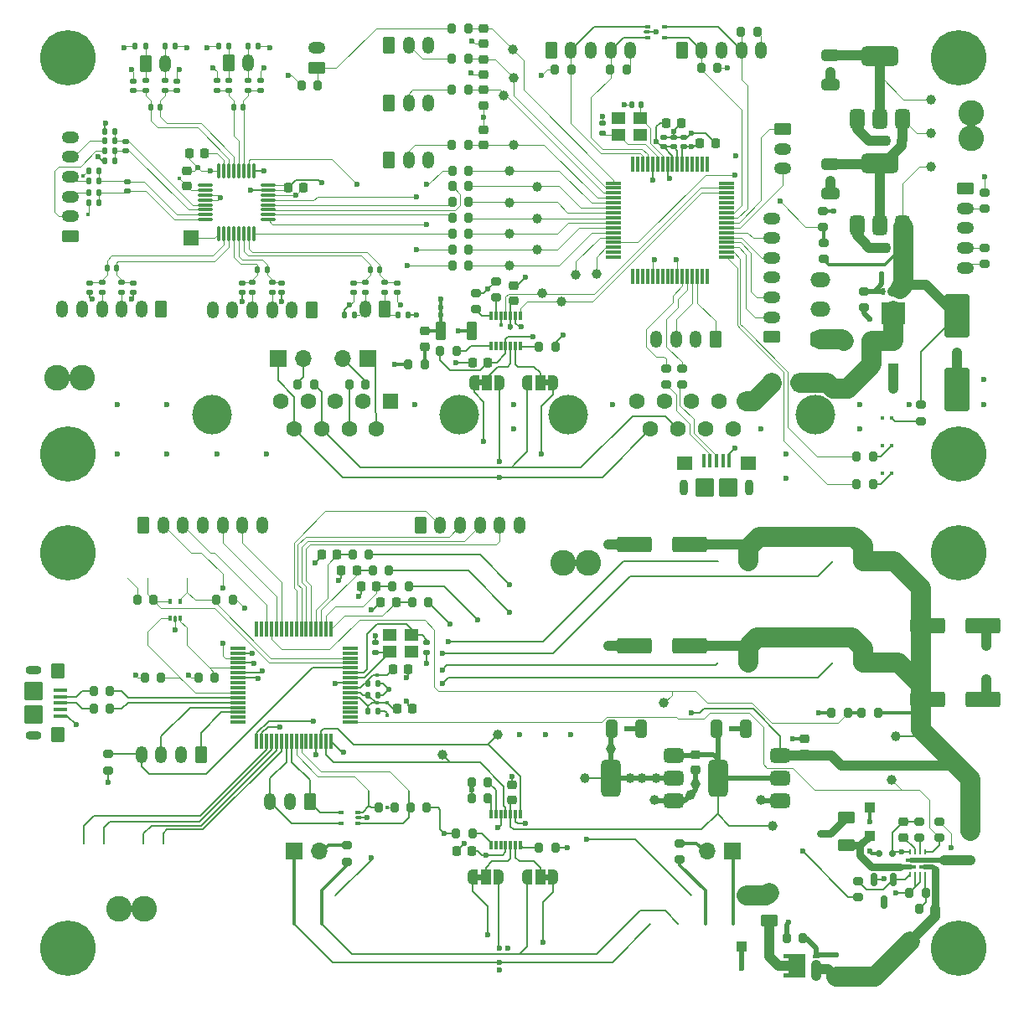
<source format=gbr>
%TF.GenerationSoftware,KiCad,Pcbnew,9.0.0*%
%TF.CreationDate,2025-05-15T12:13:46+12:00*%
%TF.ProjectId,,58585858-5858-4585-9858-585858585858,rev?*%
%TF.SameCoordinates,Original*%
%TF.FileFunction,Copper,L1,Top*%
%TF.FilePolarity,Positive*%
%FSLAX46Y46*%
G04 Gerber Fmt 4.6, Leading zero omitted, Abs format (unit mm)*
G04 Created by KiCad (PCBNEW 9.0.0) date 2025-05-15 12:13:46*
%MOMM*%
%LPD*%
G01*
G04 APERTURE LIST*
G04 Aperture macros list*
%AMRoundRect*
0 Rectangle with rounded corners*
0 $1 Rounding radius*
0 $2 $3 $4 $5 $6 $7 $8 $9 X,Y pos of 4 corners*
0 Add a 4 corners polygon primitive as box body*
4,1,4,$2,$3,$4,$5,$6,$7,$8,$9,$2,$3,0*
0 Add four circle primitives for the rounded corners*
1,1,$1+$1,$2,$3*
1,1,$1+$1,$4,$5*
1,1,$1+$1,$6,$7*
1,1,$1+$1,$8,$9*
0 Add four rect primitives between the rounded corners*
20,1,$1+$1,$2,$3,$4,$5,0*
20,1,$1+$1,$4,$5,$6,$7,0*
20,1,$1+$1,$6,$7,$8,$9,0*
20,1,$1+$1,$8,$9,$2,$3,0*%
%AMFreePoly0*
4,1,23,0.550000,-0.750000,0.000000,-0.750000,0.000000,-0.745722,-0.065263,-0.745722,-0.191342,-0.711940,-0.304381,-0.646677,-0.396677,-0.554381,-0.461940,-0.441342,-0.495722,-0.315263,-0.495722,-0.250000,-0.500000,-0.250000,-0.500000,0.250000,-0.495722,0.250000,-0.495722,0.315263,-0.461940,0.441342,-0.396677,0.554381,-0.304381,0.646677,-0.191342,0.711940,-0.065263,0.745722,0.000000,0.745722,
0.000000,0.750000,0.550000,0.750000,0.550000,-0.750000,0.550000,-0.750000,$1*%
%AMFreePoly1*
4,1,23,0.000000,0.745722,0.065263,0.745722,0.191342,0.711940,0.304381,0.646677,0.396677,0.554381,0.461940,0.441342,0.495722,0.315263,0.495722,0.250000,0.500000,0.250000,0.500000,-0.250000,0.495722,-0.250000,0.495722,-0.315263,0.461940,-0.441342,0.396677,-0.554381,0.304381,-0.646677,0.191342,-0.711940,0.065263,-0.745722,0.000000,-0.745722,0.000000,-0.750000,-0.550000,-0.750000,
-0.550000,0.750000,0.000000,0.750000,0.000000,0.745722,0.000000,0.745722,$1*%
%AMFreePoly2*
4,1,17,1.395000,0.765000,0.855000,0.765000,0.855000,0.535000,1.395000,0.535000,1.395000,0.115000,0.855000,0.115000,0.855000,-0.115000,1.395000,-0.115000,1.395000,-0.535000,0.855000,-0.535000,0.855000,-0.765000,1.395000,-0.765000,1.395000,-1.185000,-0.855000,-1.185000,-0.855000,1.185000,1.395000,1.185000,1.395000,0.765000,1.395000,0.765000,$1*%
G04 Aperture macros list end*
%TA.AperFunction,EtchedComponent*%
%ADD10C,0.000000*%
%TD*%
%TA.AperFunction,ComponentPad*%
%ADD11C,3.600000*%
%TD*%
%TA.AperFunction,ConnectorPad*%
%ADD12C,5.600000*%
%TD*%
%TA.AperFunction,ComponentPad*%
%ADD13C,2.600000*%
%TD*%
%TA.AperFunction,SMDPad,CuDef*%
%ADD14RoundRect,0.125000X0.125000X-0.125000X0.125000X0.125000X-0.125000X0.125000X-0.125000X-0.125000X0*%
%TD*%
%TA.AperFunction,SMDPad,CuDef*%
%ADD15C,1.000000*%
%TD*%
%TA.AperFunction,SMDPad,CuDef*%
%ADD16RoundRect,0.095000X0.155000X0.095000X-0.155000X0.095000X-0.155000X-0.095000X0.155000X-0.095000X0*%
%TD*%
%TA.AperFunction,SMDPad,CuDef*%
%ADD17RoundRect,0.075000X0.250000X0.075000X-0.250000X0.075000X-0.250000X-0.075000X0.250000X-0.075000X0*%
%TD*%
%TA.AperFunction,SMDPad,CuDef*%
%ADD18RoundRect,0.200000X0.200000X0.275000X-0.200000X0.275000X-0.200000X-0.275000X0.200000X-0.275000X0*%
%TD*%
%TA.AperFunction,SMDPad,CuDef*%
%ADD19RoundRect,0.200000X0.275000X-0.200000X0.275000X0.200000X-0.275000X0.200000X-0.275000X-0.200000X0*%
%TD*%
%TA.AperFunction,ComponentPad*%
%ADD20RoundRect,0.250000X0.350000X0.625000X-0.350000X0.625000X-0.350000X-0.625000X0.350000X-0.625000X0*%
%TD*%
%TA.AperFunction,ComponentPad*%
%ADD21O,1.200000X1.750000*%
%TD*%
%TA.AperFunction,SMDPad,CuDef*%
%ADD22R,1.050000X0.399999*%
%TD*%
%TA.AperFunction,SMDPad,CuDef*%
%ADD23R,0.200000X0.599999*%
%TD*%
%TA.AperFunction,SMDPad,CuDef*%
%ADD24RoundRect,0.250000X1.500000X0.550000X-1.500000X0.550000X-1.500000X-0.550000X1.500000X-0.550000X0*%
%TD*%
%TA.AperFunction,SMDPad,CuDef*%
%ADD25RoundRect,0.200000X-0.200000X-0.275000X0.200000X-0.275000X0.200000X0.275000X-0.200000X0.275000X0*%
%TD*%
%TA.AperFunction,SMDPad,CuDef*%
%ADD26RoundRect,0.200000X-0.275000X0.200000X-0.275000X-0.200000X0.275000X-0.200000X0.275000X0.200000X0*%
%TD*%
%TA.AperFunction,SMDPad,CuDef*%
%ADD27RoundRect,0.225000X0.225000X0.250000X-0.225000X0.250000X-0.225000X-0.250000X0.225000X-0.250000X0*%
%TD*%
%TA.AperFunction,SMDPad,CuDef*%
%ADD28RoundRect,0.150000X0.150000X0.200000X-0.150000X0.200000X-0.150000X-0.200000X0.150000X-0.200000X0*%
%TD*%
%TA.AperFunction,ComponentPad*%
%ADD29RoundRect,0.250000X-0.350000X-0.625000X0.350000X-0.625000X0.350000X0.625000X-0.350000X0.625000X0*%
%TD*%
%TA.AperFunction,SMDPad,CuDef*%
%ADD30RoundRect,0.375000X0.625000X0.375000X-0.625000X0.375000X-0.625000X-0.375000X0.625000X-0.375000X0*%
%TD*%
%TA.AperFunction,SMDPad,CuDef*%
%ADD31RoundRect,0.500000X0.500000X1.400000X-0.500000X1.400000X-0.500000X-1.400000X0.500000X-1.400000X0*%
%TD*%
%TA.AperFunction,SMDPad,CuDef*%
%ADD32RoundRect,0.140000X0.170000X-0.140000X0.170000X0.140000X-0.170000X0.140000X-0.170000X-0.140000X0*%
%TD*%
%TA.AperFunction,SMDPad,CuDef*%
%ADD33RoundRect,0.140000X-0.140000X-0.170000X0.140000X-0.170000X0.140000X0.170000X-0.140000X0.170000X0*%
%TD*%
%TA.AperFunction,SMDPad,CuDef*%
%ADD34RoundRect,0.250000X-0.300000X0.300000X-0.300000X-0.300000X0.300000X-0.300000X0.300000X0.300000X0*%
%TD*%
%TA.AperFunction,SMDPad,CuDef*%
%ADD35RoundRect,0.075000X0.700000X0.075000X-0.700000X0.075000X-0.700000X-0.075000X0.700000X-0.075000X0*%
%TD*%
%TA.AperFunction,SMDPad,CuDef*%
%ADD36RoundRect,0.075000X0.075000X0.700000X-0.075000X0.700000X-0.075000X-0.700000X0.075000X-0.700000X0*%
%TD*%
%TA.AperFunction,SMDPad,CuDef*%
%ADD37RoundRect,0.250000X-0.300000X-0.300000X0.300000X-0.300000X0.300000X0.300000X-0.300000X0.300000X0*%
%TD*%
%TA.AperFunction,SMDPad,CuDef*%
%ADD38RoundRect,0.225000X-0.225000X-0.250000X0.225000X-0.250000X0.225000X0.250000X-0.225000X0.250000X0*%
%TD*%
%TA.AperFunction,SMDPad,CuDef*%
%ADD39FreePoly0,0.000000*%
%TD*%
%TA.AperFunction,SMDPad,CuDef*%
%ADD40R,1.000000X1.500000*%
%TD*%
%TA.AperFunction,SMDPad,CuDef*%
%ADD41FreePoly1,0.000000*%
%TD*%
%TA.AperFunction,ComponentPad*%
%ADD42R,1.700000X1.700000*%
%TD*%
%TA.AperFunction,ComponentPad*%
%ADD43O,1.700000X1.700000*%
%TD*%
%TA.AperFunction,SMDPad,CuDef*%
%ADD44RoundRect,0.225000X0.250000X-0.225000X0.250000X0.225000X-0.250000X0.225000X-0.250000X-0.225000X0*%
%TD*%
%TA.AperFunction,SMDPad,CuDef*%
%ADD45RoundRect,0.250000X-0.325000X-0.650000X0.325000X-0.650000X0.325000X0.650000X-0.325000X0.650000X0*%
%TD*%
%TA.AperFunction,SMDPad,CuDef*%
%ADD46RoundRect,0.250000X0.625000X-0.375000X0.625000X0.375000X-0.625000X0.375000X-0.625000X-0.375000X0*%
%TD*%
%TA.AperFunction,SMDPad,CuDef*%
%ADD47RoundRect,0.250000X-1.500000X-0.550000X1.500000X-0.550000X1.500000X0.550000X-1.500000X0.550000X0*%
%TD*%
%TA.AperFunction,SMDPad,CuDef*%
%ADD48RoundRect,0.225000X-0.250000X0.225000X-0.250000X-0.225000X0.250000X-0.225000X0.250000X0.225000X0*%
%TD*%
%TA.AperFunction,SMDPad,CuDef*%
%ADD49FreePoly0,180.000000*%
%TD*%
%TA.AperFunction,SMDPad,CuDef*%
%ADD50FreePoly1,180.000000*%
%TD*%
%TA.AperFunction,SMDPad,CuDef*%
%ADD51RoundRect,0.140000X-0.170000X0.140000X-0.170000X-0.140000X0.170000X-0.140000X0.170000X0.140000X0*%
%TD*%
%TA.AperFunction,SMDPad,CuDef*%
%ADD52RoundRect,0.150000X-0.150000X0.512500X-0.150000X-0.512500X0.150000X-0.512500X0.150000X0.512500X0*%
%TD*%
%TA.AperFunction,SMDPad,CuDef*%
%ADD53RoundRect,0.100000X-0.575000X0.100000X-0.575000X-0.100000X0.575000X-0.100000X0.575000X0.100000X0*%
%TD*%
%TA.AperFunction,HeatsinkPad*%
%ADD54O,1.600000X0.900000*%
%TD*%
%TA.AperFunction,SMDPad,CuDef*%
%ADD55RoundRect,0.250000X-0.450000X0.550000X-0.450000X-0.550000X0.450000X-0.550000X0.450000X0.550000X0*%
%TD*%
%TA.AperFunction,SMDPad,CuDef*%
%ADD56RoundRect,0.250000X-0.700000X0.700000X-0.700000X-0.700000X0.700000X-0.700000X0.700000X0.700000X0*%
%TD*%
%TA.AperFunction,SMDPad,CuDef*%
%ADD57RoundRect,0.095000X0.095000X-0.155000X0.095000X0.155000X-0.095000X0.155000X-0.095000X-0.155000X0*%
%TD*%
%TA.AperFunction,SMDPad,CuDef*%
%ADD58RoundRect,0.075000X0.075000X-0.250000X0.075000X0.250000X-0.075000X0.250000X-0.075000X-0.250000X0*%
%TD*%
%TA.AperFunction,SMDPad,CuDef*%
%ADD59R,1.400000X1.200000*%
%TD*%
%TA.AperFunction,SMDPad,CuDef*%
%ADD60RoundRect,0.105000X0.245000X0.105000X-0.245000X0.105000X-0.245000X-0.105000X0.245000X-0.105000X0*%
%TD*%
%TA.AperFunction,SMDPad,CuDef*%
%ADD61FreePoly2,180.000000*%
%TD*%
%TA.AperFunction,SMDPad,CuDef*%
%ADD62R,0.304800X0.972299*%
%TD*%
%TA.AperFunction,SMDPad,CuDef*%
%ADD63RoundRect,0.125000X0.125000X0.125000X-0.125000X0.125000X-0.125000X-0.125000X0.125000X-0.125000X0*%
%TD*%
%TA.AperFunction,SMDPad,CuDef*%
%ADD64RoundRect,0.135000X0.135000X0.185000X-0.135000X0.185000X-0.135000X-0.185000X0.135000X-0.185000X0*%
%TD*%
%TA.AperFunction,SMDPad,CuDef*%
%ADD65RoundRect,0.375000X0.375000X-0.625000X0.375000X0.625000X-0.375000X0.625000X-0.375000X-0.625000X0*%
%TD*%
%TA.AperFunction,SMDPad,CuDef*%
%ADD66RoundRect,0.500000X1.400000X-0.500000X1.400000X0.500000X-1.400000X0.500000X-1.400000X-0.500000X0*%
%TD*%
%TA.AperFunction,SMDPad,CuDef*%
%ADD67RoundRect,0.135000X-0.185000X0.135000X-0.185000X-0.135000X0.185000X-0.135000X0.185000X0.135000X0*%
%TD*%
%TA.AperFunction,SMDPad,CuDef*%
%ADD68RoundRect,0.140000X0.140000X0.170000X-0.140000X0.170000X-0.140000X-0.170000X0.140000X-0.170000X0*%
%TD*%
%TA.AperFunction,SMDPad,CuDef*%
%ADD69RoundRect,0.250000X-0.650000X0.325000X-0.650000X-0.325000X0.650000X-0.325000X0.650000X0.325000X0*%
%TD*%
%TA.AperFunction,SMDPad,CuDef*%
%ADD70RoundRect,0.095000X-0.155000X-0.095000X0.155000X-0.095000X0.155000X0.095000X-0.155000X0.095000X0*%
%TD*%
%TA.AperFunction,SMDPad,CuDef*%
%ADD71RoundRect,0.075000X-0.250000X-0.075000X0.250000X-0.075000X0.250000X0.075000X-0.250000X0.075000X0*%
%TD*%
%TA.AperFunction,SMDPad,CuDef*%
%ADD72R,1.500000X1.500000*%
%TD*%
%TA.AperFunction,ComponentPad*%
%ADD73C,4.000000*%
%TD*%
%TA.AperFunction,ComponentPad*%
%ADD74R,1.600000X1.600000*%
%TD*%
%TA.AperFunction,ComponentPad*%
%ADD75C,1.600000*%
%TD*%
%TA.AperFunction,ComponentPad*%
%ADD76RoundRect,0.250000X0.625000X-0.350000X0.625000X0.350000X-0.625000X0.350000X-0.625000X-0.350000X0*%
%TD*%
%TA.AperFunction,ComponentPad*%
%ADD77O,1.750000X1.200000*%
%TD*%
%TA.AperFunction,ComponentPad*%
%ADD78RoundRect,0.250000X-0.625000X0.350000X-0.625000X-0.350000X0.625000X-0.350000X0.625000X0.350000X0*%
%TD*%
%TA.AperFunction,ComponentPad*%
%ADD79RoundRect,0.250001X0.759999X-0.499999X0.759999X0.499999X-0.759999X0.499999X-0.759999X-0.499999X0*%
%TD*%
%TA.AperFunction,ComponentPad*%
%ADD80O,2.020000X1.500000*%
%TD*%
%TA.AperFunction,SMDPad,CuDef*%
%ADD81RoundRect,0.100000X-0.100000X-0.575000X0.100000X-0.575000X0.100000X0.575000X-0.100000X0.575000X0*%
%TD*%
%TA.AperFunction,HeatsinkPad*%
%ADD82O,0.900000X1.600000*%
%TD*%
%TA.AperFunction,SMDPad,CuDef*%
%ADD83RoundRect,0.250000X-0.550000X-0.450000X0.550000X-0.450000X0.550000X0.450000X-0.550000X0.450000X0*%
%TD*%
%TA.AperFunction,SMDPad,CuDef*%
%ADD84RoundRect,0.250000X-0.700000X-0.700000X0.700000X-0.700000X0.700000X0.700000X-0.700000X0.700000X0*%
%TD*%
%TA.AperFunction,SMDPad,CuDef*%
%ADD85RoundRect,0.135000X-0.135000X-0.185000X0.135000X-0.185000X0.135000X0.185000X-0.135000X0.185000X0*%
%TD*%
%TA.AperFunction,SMDPad,CuDef*%
%ADD86RoundRect,0.250000X0.300000X-0.300000X0.300000X0.300000X-0.300000X0.300000X-0.300000X-0.300000X0*%
%TD*%
%TA.AperFunction,SMDPad,CuDef*%
%ADD87RoundRect,0.250000X-0.375000X-0.625000X0.375000X-0.625000X0.375000X0.625000X-0.375000X0.625000X0*%
%TD*%
%TA.AperFunction,SMDPad,CuDef*%
%ADD88RoundRect,0.105000X-0.105000X0.245000X-0.105000X-0.245000X0.105000X-0.245000X0.105000X0.245000X0*%
%TD*%
%TA.AperFunction,SMDPad,CuDef*%
%ADD89FreePoly2,270.000000*%
%TD*%
%TA.AperFunction,SMDPad,CuDef*%
%ADD90RoundRect,0.135000X0.185000X-0.135000X0.185000X0.135000X-0.185000X0.135000X-0.185000X-0.135000X0*%
%TD*%
%TA.AperFunction,SMDPad,CuDef*%
%ADD91RoundRect,0.075000X-0.075000X0.700000X-0.075000X-0.700000X0.075000X-0.700000X0.075000X0.700000X0*%
%TD*%
%TA.AperFunction,SMDPad,CuDef*%
%ADD92RoundRect,0.075000X-0.700000X0.075000X-0.700000X-0.075000X0.700000X-0.075000X0.700000X0.075000X0*%
%TD*%
%TA.AperFunction,SMDPad,CuDef*%
%ADD93RoundRect,0.250000X0.375000X0.625000X-0.375000X0.625000X-0.375000X-0.625000X0.375000X-0.625000X0*%
%TD*%
%TA.AperFunction,SMDPad,CuDef*%
%ADD94RoundRect,0.250000X-1.000000X1.950000X-1.000000X-1.950000X1.000000X-1.950000X1.000000X1.950000X0*%
%TD*%
%TA.AperFunction,SMDPad,CuDef*%
%ADD95RoundRect,0.075000X0.075000X-0.675000X0.075000X0.675000X-0.075000X0.675000X-0.075000X-0.675000X0*%
%TD*%
%TA.AperFunction,SMDPad,CuDef*%
%ADD96RoundRect,0.075000X0.675000X-0.075000X0.675000X0.075000X-0.675000X0.075000X-0.675000X-0.075000X0*%
%TD*%
%TA.AperFunction,SMDPad,CuDef*%
%ADD97RoundRect,0.250000X0.275000X0.700000X-0.275000X0.700000X-0.275000X-0.700000X0.275000X-0.700000X0*%
%TD*%
%TA.AperFunction,ViaPad*%
%ADD98C,0.600000*%
%TD*%
%TA.AperFunction,ViaPad*%
%ADD99C,1.000000*%
%TD*%
%TA.AperFunction,ViaPad*%
%ADD100C,0.450000*%
%TD*%
%TA.AperFunction,Conductor*%
%ADD101C,0.200000*%
%TD*%
%TA.AperFunction,Conductor*%
%ADD102C,0.500000*%
%TD*%
%TA.AperFunction,Conductor*%
%ADD103C,0.100000*%
%TD*%
%TA.AperFunction,Conductor*%
%ADD104C,1.000000*%
%TD*%
%TA.AperFunction,Conductor*%
%ADD105C,2.000000*%
%TD*%
%TA.AperFunction,Conductor*%
%ADD106C,0.300000*%
%TD*%
%TA.AperFunction,Conductor*%
%ADD107C,0.750000*%
%TD*%
G04 APERTURE END LIST*
D10*
%TA.AperFunction,EtchedComponent*%
%TO.C,JP2*%
G36*
X141321320Y-135221320D02*
G01*
X140821320Y-135221320D01*
X140821320Y-134621320D01*
X141321320Y-134621320D01*
X141321320Y-135221320D01*
G37*
%TD.AperFunction*%
%TA.AperFunction,EtchedComponent*%
%TO.C,JP1*%
G36*
X148121320Y-135221320D02*
G01*
X147621320Y-135221320D01*
X147621320Y-134621320D01*
X148121320Y-134621320D01*
X148121320Y-135221320D01*
G37*
%TD.AperFunction*%
%TA.AperFunction,EtchedComponent*%
G36*
X148121320Y-85221320D02*
G01*
X147621320Y-85221320D01*
X147621320Y-84621320D01*
X148121320Y-84621320D01*
X148121320Y-85221320D01*
G37*
%TD.AperFunction*%
%TA.AperFunction,EtchedComponent*%
%TO.C,JP2*%
G36*
X141421320Y-85221320D02*
G01*
X140921320Y-85221320D01*
X140921320Y-84621320D01*
X141421320Y-84621320D01*
X141421320Y-85221320D01*
G37*
%TD.AperFunction*%
%TD*%
D11*
%TO.P,H2,1,1*%
%TO.N,GND*%
X189521320Y-102121320D03*
D12*
X189521320Y-102121320D03*
%TD*%
D11*
%TO.P,H1,1,1*%
%TO.N,GND*%
X99521320Y-102121320D03*
D12*
X99521320Y-102121320D03*
%TD*%
D13*
%TO.P,TP20,1,1*%
%TO.N,GND*%
X149521320Y-103121320D03*
X152061320Y-103121320D03*
%TD*%
D14*
%TO.P,D6,1,K*%
%TO.N,Net-(D6-K)*%
X177121320Y-145021320D03*
%TO.P,D6,2,A*%
%TO.N,Net-(D6-A)*%
X177121320Y-142821320D03*
%TD*%
D15*
%TO.P,TP2,1,1*%
%TO.N,/CAN1_TX*%
X137321320Y-122521320D03*
%TD*%
D16*
%TO.P,D4,1,K1*%
%TO.N,/I2C2_SDA*%
X128771320Y-129461320D03*
D17*
%TO.P,D4,2,A*%
%TO.N,GND*%
X128851320Y-128921320D03*
D16*
%TO.P,D4,3,K2*%
%TO.N,/I2C2_SCL*%
X128771320Y-128381320D03*
%TO.P,D4,4,K3*%
%TO.N,/UART2_RX*%
X127071320Y-128381320D03*
%TO.P,D4,5,K4*%
%TO.N,/UART2_TX*%
X127071320Y-129461320D03*
%TD*%
D18*
%TO.P,R25,1*%
%TO.N,Net-(U5-PR1)*%
X186146320Y-136521320D03*
%TO.P,R25,2*%
%TO.N,Net-(D8-A)*%
X184496320Y-136521320D03*
%TD*%
D19*
%TO.P,R22,1*%
%TO.N,Net-(U5-ILM)*%
X185521320Y-130946320D03*
%TO.P,R22,2*%
%TO.N,Net-(D8-A)*%
X185521320Y-129296320D03*
%TD*%
D20*
%TO.P,J2,1,Pin_1*%
%TO.N,/UART2_RX*%
X123921320Y-127321320D03*
D21*
%TO.P,J2,2,Pin_2*%
%TO.N,GND*%
X121921320Y-127321320D03*
%TO.P,J2,3,Pin_3*%
%TO.N,/UART2_TX*%
X119921320Y-127321320D03*
%TD*%
D18*
%TO.P,R5,1*%
%TO.N,+3V3*%
X116146320Y-106921320D03*
%TO.P,R5,2*%
%TO.N,/I2C3_SDA*%
X114496320Y-106921320D03*
%TD*%
D22*
%TO.P,U5,1,OUT*%
%TO.N,Net-(SW1-Pin_2)*%
X184646320Y-133196322D03*
%TO.P,U5,2,IN2*%
%TO.N,Net-(D10-A2)*%
X184646320Y-133896321D03*
D23*
%TO.P,U5,3,CP2*%
%TO.N,Net-(D9-K)*%
X184571319Y-134671320D03*
%TO.P,U5,4,OV2*%
%TO.N,Net-(D8-A)*%
X185071320Y-134671320D03*
%TO.P,U5,5,OV1*%
X185571320Y-134671320D03*
%TO.P,U5,6,PR1*%
%TO.N,Net-(U5-PR1)*%
X186071321Y-134671320D03*
D22*
%TO.P,U5,7,IN1*%
%TO.N,Net-(D6-K)*%
X185996320Y-133896321D03*
%TO.P,U5,8,OUT*%
%TO.N,Net-(SW1-Pin_2)*%
X185996320Y-133196322D03*
D23*
%TO.P,U5,9,ST*%
%TO.N,/PWR_SOURCE*%
X186071321Y-132371322D03*
%TO.P,U5,10,ILM*%
%TO.N,Net-(U5-ILM)*%
X185571320Y-132371322D03*
%TO.P,U5,11,SS*%
%TO.N,Net-(U5-SS)*%
X185071320Y-132371322D03*
%TO.P,U5,12,GND*%
%TO.N,Net-(D8-A)*%
X184571319Y-132371322D03*
%TD*%
D24*
%TO.P,C22,1*%
%TO.N,+7V4*%
X162321320Y-101321320D03*
%TO.P,C22,2*%
%TO.N,GND*%
X156721320Y-101321320D03*
%TD*%
D25*
%TO.P,R29,1*%
%TO.N,+3V3*%
X112696320Y-114721320D03*
%TO.P,R29,2*%
%TO.N,/I2C1_SCL*%
X114346320Y-114721320D03*
%TD*%
D26*
%TO.P,R23,1*%
%TO.N,+3V3*%
X187521320Y-129296320D03*
%TO.P,R23,2*%
%TO.N,/PWR_SOURCE*%
X187521320Y-130946320D03*
%TD*%
D27*
%TO.P,C20,1*%
%TO.N,/POT_D A3*%
X126696320Y-102321320D03*
%TO.P,C20,2*%
%TO.N,GND*%
X125146320Y-102321320D03*
%TD*%
D28*
%TO.P,D8,1,K*%
%TO.N,GND*%
X181421320Y-132521320D03*
%TO.P,D8,2,A*%
%TO.N,Net-(D8-A)*%
X182821320Y-132521320D03*
%TD*%
D29*
%TO.P,J18,1,Pin_1*%
%TO.N,GND*%
X107121320Y-99321320D03*
D21*
%TO.P,J18,2,Pin_2*%
%TO.N,/PWM_EXT*%
X109121320Y-99321320D03*
%TO.P,J18,3,Pin_3*%
%TO.N,/A11*%
X111121320Y-99321320D03*
%TO.P,J18,4,Pin_4*%
%TO.N,+3V3*%
X113121320Y-99321320D03*
%TO.P,J18,5,Pin_5*%
%TO.N,/A9*%
X115121320Y-99321320D03*
%TO.P,J18,6,Pin_6*%
%TO.N,/A8*%
X117121320Y-99321320D03*
%TO.P,J18,7,Pin_7*%
%TO.N,GND*%
X119121320Y-99321320D03*
%TD*%
D30*
%TO.P,U3,1,GND*%
%TO.N,GND*%
X160671320Y-127221320D03*
%TO.P,U3,2,VO*%
%TO.N,+3V3*%
X160671320Y-124921320D03*
D31*
X154371320Y-124921320D03*
D30*
%TO.P,U3,3,VI*%
%TO.N,+5V*%
X160671320Y-122621320D03*
%TD*%
D27*
%TO.P,C8,1*%
%TO.N,+3V3*%
X140296320Y-132321320D03*
%TO.P,C8,2*%
%TO.N,GND*%
X138746320Y-132321320D03*
%TD*%
D19*
%TO.P,R26,1*%
%TO.N,+3V3*%
X179321320Y-136946320D03*
%TO.P,R26,2*%
%TO.N,Net-(D9-K)*%
X179321320Y-135296320D03*
%TD*%
D18*
%TO.P,R17,1*%
%TO.N,+7V4*%
X181346320Y-118321320D03*
%TO.P,R17,2*%
%TO.N,/2S+ A10*%
X179696320Y-118321320D03*
%TD*%
D15*
%TO.P,TP4,1,1*%
%TO.N,/PWR_SOURCE*%
X182721320Y-125121320D03*
%TD*%
D18*
%TO.P,R21,1*%
%TO.N,Net-(J17-Pin_4)*%
X129921320Y-102321320D03*
%TO.P,R21,2*%
%TO.N,/POT_D A3*%
X128271320Y-102321320D03*
%TD*%
D32*
%TO.P,C6,1*%
%TO.N,Net-(U1-PF0)*%
X130521320Y-112201320D03*
%TO.P,C6,2*%
%TO.N,GND*%
X130521320Y-111241320D03*
%TD*%
D33*
%TO.P,C2,1*%
%TO.N,+3V3*%
X129841320Y-118121320D03*
%TO.P,C2,2*%
%TO.N,GND*%
X130801320Y-118121320D03*
%TD*%
D34*
%TO.P,D10,1,A1*%
%TO.N,GND*%
X180521320Y-127921320D03*
%TO.P,D10,2,A2*%
%TO.N,Net-(D10-A2)*%
X180521320Y-130721320D03*
%TD*%
D35*
%TO.P,U1,1,PC11*%
%TO.N,/PWR_SOURCE*%
X127996320Y-119271320D03*
%TO.P,U1,2,PC12*%
%TO.N,unconnected-(U1-PC12-Pad2)*%
X127996320Y-118771320D03*
%TO.P,U1,3,PC13*%
%TO.N,unconnected-(U1-PC13-Pad3)*%
X127996320Y-118271320D03*
%TO.P,U1,4,PC14*%
%TO.N,unconnected-(U1-PC14-Pad4)*%
X127996320Y-117771320D03*
%TO.P,U1,5,PC15*%
%TO.N,unconnected-(U1-PC15-Pad5)*%
X127996320Y-117271320D03*
%TO.P,U1,6,VBAT*%
%TO.N,+3V3*%
X127996320Y-116771320D03*
%TO.P,U1,7,VREF+*%
X127996320Y-116271320D03*
%TO.P,U1,8,VDD*%
X127996320Y-115771320D03*
%TO.P,U1,9,VSS*%
%TO.N,GND*%
X127996320Y-115271320D03*
%TO.P,U1,10,PF0*%
%TO.N,Net-(U1-PF0)*%
X127996320Y-114771320D03*
%TO.P,U1,11,PF1*%
%TO.N,Net-(U1-PF1)*%
X127996320Y-114271320D03*
%TO.P,U1,12,PF2*%
%TO.N,/NRST*%
X127996320Y-113771320D03*
%TO.P,U1,13,PC0*%
%TO.N,/I2C3_SCL*%
X127996320Y-113271320D03*
%TO.P,U1,14,PC1*%
%TO.N,/I2C3_SDA*%
X127996320Y-112771320D03*
%TO.P,U1,15,PC2*%
%TO.N,unconnected-(U1-PC2-Pad15)*%
X127996320Y-112271320D03*
%TO.P,U1,16,PC3*%
%TO.N,unconnected-(U1-PC3-Pad16)*%
X127996320Y-111771320D03*
D36*
%TO.P,U1,17,PA0*%
%TO.N,/POT_A A0*%
X126071320Y-109846320D03*
%TO.P,U1,18,PA1*%
%TO.N,/POT_B A1*%
X125571320Y-109846320D03*
%TO.P,U1,19,PA2*%
%TO.N,/POT_C A2*%
X125071320Y-109846320D03*
%TO.P,U1,20,PA3*%
%TO.N,/POT_D A3*%
X124571320Y-109846320D03*
%TO.P,U1,21,PA4*%
%TO.N,/SPI_CS*%
X124071320Y-109846320D03*
%TO.P,U1,22,PA5*%
%TO.N,/SPI_SCK*%
X123571320Y-109846320D03*
%TO.P,U1,23,PA6*%
%TO.N,/SPI_MISO*%
X123071320Y-109846320D03*
%TO.P,U1,24,PA7*%
%TO.N,/SPI_MOSI*%
X122571320Y-109846320D03*
%TO.P,U1,25,PC4*%
%TO.N,unconnected-(U1-PC4-Pad25)*%
X122071320Y-109846320D03*
%TO.P,U1,26,PC5*%
%TO.N,unconnected-(U1-PC5-Pad26)*%
X121571320Y-109846320D03*
%TO.P,U1,27,PB0*%
%TO.N,/A8*%
X121071320Y-109846320D03*
%TO.P,U1,28,PB1*%
%TO.N,/A9*%
X120571320Y-109846320D03*
%TO.P,U1,29,PB2*%
%TO.N,/2S+ A10*%
X120071320Y-109846320D03*
%TO.P,U1,30,PB10*%
%TO.N,/A11*%
X119571320Y-109846320D03*
%TO.P,U1,31,PB11*%
%TO.N,unconnected-(U1-PB11-Pad31)*%
X119071320Y-109846320D03*
%TO.P,U1,32,PB12*%
%TO.N,unconnected-(U1-PB12-Pad32)*%
X118571320Y-109846320D03*
D35*
%TO.P,U1,33,PB13*%
%TO.N,unconnected-(U1-PB13-Pad33)*%
X116646320Y-111771320D03*
%TO.P,U1,34,PB14*%
%TO.N,/PWM_D*%
X116646320Y-112271320D03*
%TO.P,U1,35,PB15*%
%TO.N,/PWM_EXT*%
X116646320Y-112771320D03*
%TO.P,U1,36,PA8*%
%TO.N,/PWM_C*%
X116646320Y-113271320D03*
%TO.P,U1,37,PA9/UCPD1_DBCC1*%
%TO.N,/I2C1_SCL*%
X116646320Y-113771320D03*
%TO.P,U1,38,PC6*%
%TO.N,/PWM_A*%
X116646320Y-114271320D03*
%TO.P,U1,39,PC7*%
%TO.N,/PWM_B*%
X116646320Y-114771320D03*
%TO.P,U1,40,PD8*%
%TO.N,unconnected-(U1-PD8-Pad40)*%
X116646320Y-115271320D03*
%TO.P,U1,41,PD9*%
%TO.N,unconnected-(U1-PD9-Pad41)*%
X116646320Y-115771320D03*
%TO.P,U1,42,PA10/UCPD1_DBCC2*%
%TO.N,/I2C1_SDA*%
X116646320Y-116271320D03*
%TO.P,U1,43,PA9/PA11*%
%TO.N,Net-(U1-PA9{slash}PA11)*%
X116646320Y-116771320D03*
%TO.P,U1,44,PA10/PA12*%
%TO.N,Net-(U1-PA10{slash}PA12)*%
X116646320Y-117271320D03*
%TO.P,U1,45,PA13*%
%TO.N,/SWDIO*%
X116646320Y-117771320D03*
%TO.P,U1,46,PA14*%
%TO.N,/SWCLK*%
X116646320Y-118271320D03*
%TO.P,U1,47,PA15*%
%TO.N,unconnected-(U1-PA15-Pad47)*%
X116646320Y-118771320D03*
%TO.P,U1,48,PC8*%
%TO.N,unconnected-(U1-PC8-Pad48)*%
X116646320Y-119271320D03*
D36*
%TO.P,U1,49,PC9*%
%TO.N,/LED2*%
X118571320Y-121196320D03*
%TO.P,U1,50,PD0*%
%TO.N,/LED1*%
X119071320Y-121196320D03*
%TO.P,U1,51,PD1*%
%TO.N,/E1*%
X119571320Y-121196320D03*
%TO.P,U1,52,PD2*%
%TO.N,/E2*%
X120071320Y-121196320D03*
%TO.P,U1,53,PD3*%
%TO.N,/E3*%
X120571320Y-121196320D03*
%TO.P,U1,54,PD4*%
%TO.N,/E4*%
X121071320Y-121196320D03*
%TO.P,U1,55,PD5*%
%TO.N,/UART2_TX*%
X121571320Y-121196320D03*
%TO.P,U1,56,PD6*%
%TO.N,/UART2_RX*%
X122071320Y-121196320D03*
%TO.P,U1,57,PB3*%
%TO.N,/I2C2_SCL*%
X122571320Y-121196320D03*
%TO.P,U1,58,PB4*%
%TO.N,/I2C2_SDA*%
X123071320Y-121196320D03*
%TO.P,U1,59,PB5*%
%TO.N,unconnected-(U1-PB5-Pad59)*%
X123571320Y-121196320D03*
%TO.P,U1,60,PB6*%
%TO.N,unconnected-(U1-PB6-Pad60)*%
X124071320Y-121196320D03*
%TO.P,U1,61,PB7*%
%TO.N,/CAN2_AUX*%
X124571320Y-121196320D03*
%TO.P,U1,62,PB8*%
%TO.N,/CAN1_RX*%
X125071320Y-121196320D03*
%TO.P,U1,63,PB9*%
%TO.N,/CAN1_TX*%
X125571320Y-121196320D03*
%TO.P,U1,64,PC10*%
%TO.N,/CAN1_AUX*%
X126071320Y-121196320D03*
%TD*%
D37*
%TO.P,D7,1,A1*%
%TO.N,GND*%
X167521320Y-141921320D03*
%TO.P,D7,2,A2*%
%TO.N,Net-(D7-A2)*%
X170321320Y-141921320D03*
%TD*%
D13*
%TO.P,TP19,1,1*%
%TO.N,GND*%
X104651320Y-138121320D03*
X107191320Y-138121320D03*
%TD*%
D11*
%TO.P,H3,1,1*%
%TO.N,GND*%
X99521320Y-142121320D03*
D12*
X99521320Y-142121320D03*
%TD*%
D25*
%TO.P,R12,1*%
%TO.N,+3V3*%
X140296320Y-125321320D03*
%TO.P,R12,2*%
%TO.N,Net-(U2-TXD2)*%
X141946320Y-125321320D03*
%TD*%
D24*
%TO.P,C21,1*%
%TO.N,+7V4*%
X162321320Y-111521320D03*
%TO.P,C21,2*%
%TO.N,GND*%
X156721320Y-111521320D03*
%TD*%
D25*
%TO.P,R4,1*%
%TO.N,+3V3*%
X106496320Y-106921320D03*
%TO.P,R4,2*%
%TO.N,/I2C3_SCL*%
X108146320Y-106921320D03*
%TD*%
D38*
%TO.P,C4,1*%
%TO.N,+3V3*%
X132746320Y-117921320D03*
%TO.P,C4,2*%
%TO.N,GND*%
X134296320Y-117921320D03*
%TD*%
D39*
%TO.P,JP2,1,A*%
%TO.N,/CANL1*%
X140421320Y-134921320D03*
D40*
%TO.P,JP2,2,C*%
%TO.N,/CANL*%
X141721320Y-134921320D03*
D41*
%TO.P,JP2,3,B*%
%TO.N,/CANL2*%
X143021320Y-134921320D03*
%TD*%
D18*
%TO.P,R24,1*%
%TO.N,Net-(D6-K)*%
X187146320Y-138121320D03*
%TO.P,R24,2*%
%TO.N,Net-(U5-PR1)*%
X185496320Y-138121320D03*
%TD*%
D27*
%TO.P,C16,1*%
%TO.N,/POT_A A0*%
X132646320Y-107121320D03*
%TO.P,C16,2*%
%TO.N,GND*%
X131096320Y-107121320D03*
%TD*%
D15*
%TO.P,TP18,1,1*%
%TO.N,+3V3*%
X151721320Y-124921320D03*
%TD*%
D42*
%TO.P,J10,1,Pin_1*%
%TO.N,/CANL2*%
X122321320Y-132321320D03*
D43*
%TO.P,J10,2,Pin_2*%
%TO.N,Net-(J10-Pin_2)*%
X124861320Y-132321320D03*
%TD*%
D18*
%TO.P,R8,1*%
%TO.N,Net-(U1-PA10{slash}PA12)*%
X103746320Y-117921320D03*
%TO.P,R8,2*%
%TO.N,/USB_D+*%
X102096320Y-117921320D03*
%TD*%
D29*
%TO.P,J8,1,Pin_1*%
%TO.N,GND*%
X135121320Y-99371320D03*
D21*
%TO.P,J8,2,Pin_2*%
%TO.N,/SPI_MOSI*%
X137121320Y-99371320D03*
%TO.P,J8,3,Pin_3*%
%TO.N,/SPI_MISO*%
X139121320Y-99371320D03*
%TO.P,J8,4,Pin_4*%
%TO.N,/SPI_SCK*%
X141121320Y-99371320D03*
%TO.P,J8,5,Pin_5*%
%TO.N,/SPI_CS*%
X143121320Y-99371320D03*
%TO.P,J8,6,Pin_6*%
%TO.N,+3V3*%
X145121320Y-99371320D03*
%TD*%
D44*
%TO.P,C14,1*%
%TO.N,+7V4*%
X173921320Y-122496320D03*
%TO.P,C14,2*%
%TO.N,GND*%
X173921320Y-120946320D03*
%TD*%
D27*
%TO.P,C10,1*%
%TO.N,/POT_B A1*%
X130671320Y-105521320D03*
%TO.P,C10,2*%
%TO.N,GND*%
X129121320Y-105521320D03*
%TD*%
D45*
%TO.P,C13,1*%
%TO.N,+5V*%
X165046320Y-119921320D03*
%TO.P,C13,2*%
%TO.N,GND*%
X167996320Y-119921320D03*
%TD*%
D33*
%TO.P,C1,1*%
%TO.N,+3V3*%
X129841320Y-115321320D03*
%TO.P,C1,2*%
%TO.N,GND*%
X130801320Y-115321320D03*
%TD*%
D26*
%TO.P,R9,1*%
%TO.N,Net-(J9-Pin_2)*%
X161321320Y-131496320D03*
%TO.P,R9,2*%
%TO.N,/CANL1*%
X161321320Y-133146320D03*
%TD*%
D44*
%TO.P,C23,1*%
%TO.N,Net-(U5-SS)*%
X183921320Y-130896320D03*
%TO.P,C23,2*%
%TO.N,Net-(D8-A)*%
X183921320Y-129346320D03*
%TD*%
D26*
%TO.P,R11,1*%
%TO.N,Net-(J10-Pin_2)*%
X127721320Y-131696320D03*
%TO.P,R11,2*%
%TO.N,/CANH2*%
X127721320Y-133346320D03*
%TD*%
D46*
%TO.P,F1,1*%
%TO.N,Net-(D7-A2)*%
X170321320Y-139321320D03*
%TO.P,F1,2*%
%TO.N,/+7V4_CAN*%
X170321320Y-136521320D03*
%TD*%
D25*
%TO.P,R10,1*%
%TO.N,Net-(U2-STB1)*%
X147096320Y-131921320D03*
%TO.P,R10,2*%
%TO.N,+3V3*%
X148746320Y-131921320D03*
%TD*%
D45*
%TO.P,C11,1*%
%TO.N,+3V3*%
X154446320Y-119921320D03*
%TO.P,C11,2*%
%TO.N,GND*%
X157396320Y-119921320D03*
%TD*%
D42*
%TO.P,J9,1,Pin_1*%
%TO.N,/CANH1*%
X166596320Y-132321320D03*
D43*
%TO.P,J9,2,Pin_2*%
%TO.N,Net-(J9-Pin_2)*%
X164056320Y-132321320D03*
%TD*%
D18*
%TO.P,R19,1*%
%TO.N,/2S+ A10*%
X178276320Y-118321320D03*
%TO.P,R19,2*%
%TO.N,GND*%
X176626320Y-118321320D03*
%TD*%
%TO.P,R15,1*%
%TO.N,Net-(J14-Pin_4)*%
X133921320Y-105521320D03*
%TO.P,R15,2*%
%TO.N,/POT_B A1*%
X132271320Y-105521320D03*
%TD*%
%TO.P,R6,1*%
%TO.N,+3V3*%
X132546320Y-127921320D03*
%TO.P,R6,2*%
%TO.N,/I2C2_SCL*%
X130896320Y-127921320D03*
%TD*%
%TO.P,R28,1*%
%TO.N,+3V3*%
X135746320Y-127921320D03*
%TO.P,R28,2*%
%TO.N,/I2C2_SDA*%
X134096320Y-127921320D03*
%TD*%
%TO.P,R16,1*%
%TO.N,Net-(J15-Pin_4)*%
X135896320Y-107121320D03*
%TO.P,R16,2*%
%TO.N,/POT_A A0*%
X134246320Y-107121320D03*
%TD*%
D44*
%TO.P,C9,1*%
%TO.N,+5V*%
X144321320Y-127121320D03*
%TO.P,C9,2*%
%TO.N,GND*%
X144321320Y-125571320D03*
%TD*%
D47*
%TO.P,C17,1*%
%TO.N,+7V4*%
X186321320Y-109521320D03*
%TO.P,C17,2*%
%TO.N,GND*%
X191921320Y-109521320D03*
%TD*%
D48*
%TO.P,C12,1*%
%TO.N,+5V*%
X162921320Y-122546320D03*
%TO.P,C12,2*%
%TO.N,GND*%
X162921320Y-124096320D03*
%TD*%
D49*
%TO.P,JP1,1,A*%
%TO.N,/CANH1*%
X148521320Y-134921320D03*
D40*
%TO.P,JP1,2,C*%
%TO.N,/CANH*%
X147221320Y-134921320D03*
D50*
%TO.P,JP1,3,B*%
%TO.N,/CANH2*%
X145921320Y-134921320D03*
%TD*%
D51*
%TO.P,C7,1*%
%TO.N,Net-(U1-PF1)*%
X135721320Y-111241320D03*
%TO.P,C7,2*%
%TO.N,GND*%
X135721320Y-112201320D03*
%TD*%
D25*
%TO.P,R30,1*%
%TO.N,+3V3*%
X107271320Y-114721320D03*
%TO.P,R30,2*%
%TO.N,/I2C1_SDA*%
X108921320Y-114721320D03*
%TD*%
D38*
%TO.P,C3,1*%
%TO.N,+3V3*%
X132346320Y-113921320D03*
%TO.P,C3,2*%
%TO.N,GND*%
X133896320Y-113921320D03*
%TD*%
D15*
%TO.P,TP3,1,1*%
%TO.N,/2S+ A10*%
X159721320Y-117321320D03*
%TD*%
D20*
%TO.P,J1,1,Pin_1*%
%TO.N,/SWCLK*%
X112921320Y-122521320D03*
D21*
%TO.P,J1,2,Pin_2*%
%TO.N,GND*%
X110921320Y-122521320D03*
%TO.P,J1,3,Pin_3*%
%TO.N,/SWDIO*%
X108921320Y-122521320D03*
%TO.P,J1,4,Pin_4*%
%TO.N,/NRST*%
X106921320Y-122521320D03*
%TD*%
D18*
%TO.P,R20,1*%
%TO.N,Net-(J16-Pin_4)*%
X131921320Y-103921320D03*
%TO.P,R20,2*%
%TO.N,/POT_C A2*%
X130271320Y-103921320D03*
%TD*%
D25*
%TO.P,R13,1*%
%TO.N,+3V3*%
X140296320Y-126921320D03*
%TO.P,R13,2*%
%TO.N,Net-(U2-RXD2)*%
X141946320Y-126921320D03*
%TD*%
D46*
%TO.P,F2,1*%
%TO.N,Net-(D10-A2)*%
X178121320Y-131721320D03*
%TO.P,F2,2*%
%TO.N,Net-(J19-Pin_1)*%
X178121320Y-128921320D03*
%TD*%
D30*
%TO.P,U4,1,GND*%
%TO.N,GND*%
X171471320Y-127221320D03*
%TO.P,U4,2,VO*%
%TO.N,+5V*%
X171471320Y-124921320D03*
D31*
X165171320Y-124921320D03*
D30*
%TO.P,U4,3,VI*%
%TO.N,+7V4*%
X171471320Y-122621320D03*
%TD*%
D18*
%TO.P,R14,1*%
%TO.N,Net-(U2-STB2)*%
X140346320Y-130521320D03*
%TO.P,R14,2*%
%TO.N,+3V3*%
X138696320Y-130521320D03*
%TD*%
D52*
%TO.P,D9,1,K*%
%TO.N,Net-(D9-K)*%
X182871320Y-135183820D03*
%TO.P,D9,2,A*%
%TO.N,Net-(D8-A)*%
X180971320Y-135183820D03*
%TO.P,D9,3*%
%TO.N,N/C*%
X181921320Y-137458820D03*
%TD*%
D15*
%TO.P,TP1,1,1*%
%TO.N,/CAN1_RX*%
X142921320Y-120521320D03*
%TD*%
D47*
%TO.P,C15,1*%
%TO.N,+7V4*%
X186321320Y-116921320D03*
%TO.P,C15,2*%
%TO.N,GND*%
X191921320Y-116921320D03*
%TD*%
D53*
%TO.P,J4,1,VBUS*%
%TO.N,unconnected-(J4-VBUS-Pad1)*%
X98721320Y-116021320D03*
%TO.P,J4,2,D-*%
%TO.N,/USB_D-*%
X98721320Y-116671320D03*
%TO.P,J4,3,D+*%
%TO.N,/USB_D+*%
X98721320Y-117321320D03*
%TO.P,J4,4,ID*%
%TO.N,unconnected-(J4-ID-Pad4)*%
X98721320Y-117971320D03*
%TO.P,J4,5,GND*%
%TO.N,GND*%
X98721320Y-118621320D03*
D54*
%TO.P,J4,6,Shield*%
%TO.N,unconnected-(J4-Shield-Pad6)*%
X96046320Y-114021320D03*
D55*
%TO.N,unconnected-(J4-Shield-Pad6)_3*%
X98496320Y-114121320D03*
D56*
%TO.N,unconnected-(J4-Shield-Pad6)_5*%
X96046320Y-116121320D03*
%TO.N,unconnected-(J4-Shield-Pad6)_4*%
X96046320Y-118521320D03*
D55*
%TO.N,unconnected-(J4-Shield-Pad6)_2*%
X98496320Y-120521320D03*
D54*
%TO.N,unconnected-(J4-Shield-Pad6)_1*%
X96046320Y-120621320D03*
%TD*%
D15*
%TO.P,TP16,1,1*%
%TO.N,+7V4*%
X183121320Y-120721320D03*
%TD*%
D57*
%TO.P,D5,1,K1*%
%TO.N,/I2C1_SDA*%
X109781320Y-108771320D03*
D58*
%TO.P,D5,2,A*%
%TO.N,GND*%
X110321320Y-108851320D03*
D57*
%TO.P,D5,3,K2*%
%TO.N,/I2C1_SCL*%
X110861320Y-108771320D03*
%TO.P,D5,4,K3*%
%TO.N,/I2C3_SDA*%
X110861320Y-107071320D03*
%TO.P,D5,5,K4*%
%TO.N,/I2C3_SCL*%
X109781320Y-107071320D03*
%TD*%
D59*
%TO.P,Y1,1,1*%
%TO.N,Net-(U1-PF0)*%
X132021320Y-112171320D03*
%TO.P,Y1,2*%
%TO.N,N/C*%
X134221320Y-112171320D03*
%TO.P,Y1,3,2*%
%TO.N,Net-(U1-PF1)*%
X134221320Y-110471320D03*
%TO.P,Y1,4*%
%TO.N,N/C*%
X132021320Y-110471320D03*
%TD*%
D60*
%TO.P,Q1,1,S*%
%TO.N,Net-(D6-K)*%
X175121320Y-144861320D03*
%TO.P,Q1,2,S*%
X175121320Y-144211320D03*
%TO.P,Q1,3,S*%
X175121320Y-143561320D03*
%TO.P,Q1,4,G*%
%TO.N,Net-(D6-A)*%
X175121320Y-142911320D03*
D61*
%TO.P,Q1,5,D*%
%TO.N,Net-(D7-A2)*%
X173166320Y-143886320D03*
%TD*%
D62*
%TO.P,U2,1,TXD1*%
%TO.N,/CAN1_RX*%
X145221698Y-128581069D03*
%TO.P,U2,2,GND*%
%TO.N,GND*%
X144721572Y-128581069D03*
%TO.P,U2,3,VCC*%
%TO.N,+5V*%
X144221446Y-128581069D03*
%TO.P,U2,4,RXD1*%
%TO.N,/CAN1_TX*%
X143721320Y-128581069D03*
%TO.P,U2,5,GND*%
%TO.N,GND*%
X143221194Y-128581069D03*
%TO.P,U2,6,TXD2*%
%TO.N,Net-(U2-TXD2)*%
X142721068Y-128581069D03*
%TO.P,U2,7,RXD2*%
%TO.N,Net-(U2-RXD2)*%
X142220942Y-128581069D03*
%TO.P,U2,8,STB2*%
%TO.N,Net-(U2-STB2)*%
X142220942Y-131661571D03*
%TO.P,U2,9,CANL2*%
%TO.N,unconnected-(U2-CANL2-Pad9)*%
X142721068Y-131661571D03*
%TO.P,U2,10,CANH2*%
%TO.N,unconnected-(U2-CANH2-Pad10)*%
X143221194Y-131661571D03*
%TO.P,U2,11,VIO*%
%TO.N,+3V3*%
X143721320Y-131661571D03*
%TO.P,U2,12,CANL1*%
%TO.N,/CANL*%
X144221446Y-131661571D03*
%TO.P,U2,13,CANH1*%
%TO.N,/CANH*%
X144721572Y-131661571D03*
%TO.P,U2,14,STB1*%
%TO.N,Net-(U2-STB1)*%
X145221698Y-131661571D03*
%TD*%
D18*
%TO.P,R7,1*%
%TO.N,Net-(U1-PA9{slash}PA11)*%
X103746320Y-116121320D03*
%TO.P,R7,2*%
%TO.N,/USB_D-*%
X102096320Y-116121320D03*
%TD*%
D26*
%TO.P,R27,1*%
%TO.N,/NRST*%
X103521320Y-122496320D03*
%TO.P,R27,2*%
%TO.N,+3V3*%
X103521320Y-124146320D03*
%TD*%
D11*
%TO.P,H4,1,1*%
%TO.N,GND*%
X189521320Y-142121320D03*
D12*
X189521320Y-142121320D03*
%TD*%
D33*
%TO.P,C5,1*%
%TO.N,+3V3*%
X129841320Y-116521320D03*
%TO.P,C5,2*%
%TO.N,GND*%
X130801320Y-116521320D03*
%TD*%
D18*
%TO.P,R18,1*%
%TO.N,Net-(D6-A)*%
X173746320Y-141121320D03*
%TO.P,R18,2*%
%TO.N,GND*%
X172096320Y-141121320D03*
%TD*%
D15*
%TO.P,TP17,1,1*%
%TO.N,+5V*%
X170721320Y-129721320D03*
%TD*%
D27*
%TO.P,C19,1*%
%TO.N,/POT_C A2*%
X128671320Y-103921320D03*
%TO.P,C19,2*%
%TO.N,GND*%
X127121320Y-103921320D03*
%TD*%
D63*
%TO.P,D3,1,K*%
%TO.N,+7V4*%
X183921320Y-73921320D03*
%TO.P,D3,2,A*%
%TO.N,Net-(D3-A)*%
X181721320Y-73921320D03*
%TD*%
D32*
%TO.P,C5,1*%
%TO.N,+3V3*%
X161721320Y-61121320D03*
%TO.P,C5,2*%
%TO.N,GND*%
X161721320Y-60161320D03*
%TD*%
D15*
%TO.P,TP5,1,1*%
%TO.N,/MIPA_A A1*%
X144521320Y-54121320D03*
%TD*%
D64*
%TO.P,R36,1*%
%TO.N,+5VA*%
X133831320Y-78121320D03*
%TO.P,R36,2*%
%TO.N,Net-(J18-Pin_1)*%
X132811320Y-78121320D03*
%TD*%
D65*
%TO.P,U3,1,GND*%
%TO.N,GND*%
X179221320Y-58271320D03*
%TO.P,U3,2,VO*%
%TO.N,+3V3*%
X181521320Y-58271320D03*
D66*
X181521320Y-51971320D03*
D65*
%TO.P,U3,3,VI*%
%TO.N,+5V*%
X183821320Y-58271320D03*
%TD*%
D29*
%TO.P,J17,1,Pin_1*%
%TO.N,GND*%
X131921320Y-56671320D03*
D21*
%TO.P,J17,2,Pin_2*%
%TO.N,Net-(J17-Pin_2)*%
X133921320Y-56671320D03*
%TO.P,J17,3,Pin_3*%
%TO.N,+5VA*%
X135921320Y-56671320D03*
%TD*%
D29*
%TO.P,J10,1,Pin_1*%
%TO.N,GND*%
X148321320Y-51321320D03*
D21*
%TO.P,J10,2,Pin_2*%
%TO.N,/I2C3_SDA*%
X150321320Y-51321320D03*
%TO.P,J10,3,Pin_3*%
%TO.N,+5V*%
X152321320Y-51321320D03*
%TO.P,J10,4,Pin_4*%
%TO.N,/I2C3_SCL*%
X154321320Y-51321320D03*
%TO.P,J10,5,Pin_5*%
%TO.N,+3V3*%
X156321320Y-51321320D03*
%TD*%
D44*
%TO.P,C9,1*%
%TO.N,+5V*%
X144521320Y-76696320D03*
%TO.P,C9,2*%
%TO.N,GND*%
X144521320Y-75146320D03*
%TD*%
D67*
%TO.P,R38,1*%
%TO.N,Net-(U5-AIN1)*%
X129521320Y-74811320D03*
%TO.P,R38,2*%
%TO.N,Net-(J18-Pin_2)*%
X129521320Y-75831320D03*
%TD*%
D38*
%TO.P,C4,1*%
%TO.N,+3V3*%
X163346320Y-60721320D03*
%TO.P,C4,2*%
%TO.N,GND*%
X164896320Y-60721320D03*
%TD*%
D68*
%TO.P,C26,1*%
%TO.N,Net-(U5-AIN2)*%
X119601320Y-73521320D03*
%TO.P,C26,2*%
%TO.N,Net-(U5-AIN3)*%
X118641320Y-73521320D03*
%TD*%
D20*
%TO.P,J1,1,Pin_1*%
%TO.N,/SWCLK*%
X164921320Y-80521320D03*
D21*
%TO.P,J1,2,Pin_2*%
%TO.N,GND*%
X162921320Y-80521320D03*
%TO.P,J1,3,Pin_3*%
%TO.N,/SWDIO*%
X160921320Y-80521320D03*
%TO.P,J1,4,Pin_4*%
%TO.N,/NRST*%
X158921320Y-80521320D03*
%TD*%
D25*
%TO.P,R46,1*%
%TO.N,+5VA*%
X123096320Y-54921320D03*
%TO.P,R46,2*%
%TO.N,Net-(J22-Pin_1)*%
X124746320Y-54921320D03*
%TD*%
D67*
%TO.P,R25,1*%
%TO.N,Net-(U5-AIN2)*%
X120121320Y-74811320D03*
%TO.P,R25,2*%
%TO.N,/Analog Domain/LC_B_SIG+*%
X120121320Y-75831320D03*
%TD*%
D26*
%TO.P,R16,1*%
%TO.N,Net-(D3-A)*%
X179921320Y-75696320D03*
%TO.P,R16,2*%
%TO.N,GND*%
X179921320Y-77346320D03*
%TD*%
D67*
%TO.P,R28,1*%
%TO.N,Net-(U5-AIN3)*%
X118121320Y-74811320D03*
%TO.P,R28,2*%
%TO.N,/Analog Domain/LC_B_SIG-*%
X118121320Y-75831320D03*
%TD*%
D18*
%TO.P,R18,1*%
%TO.N,Net-(C15-Pad2)*%
X135546320Y-83121320D03*
%TO.P,R18,2*%
%TO.N,GND*%
X133896320Y-83121320D03*
%TD*%
%TO.P,R55,1*%
%TO.N,+3V3*%
X165146320Y-53121320D03*
%TO.P,R55,2*%
%TO.N,/I2C2_SDA*%
X163496320Y-53121320D03*
%TD*%
D69*
%TO.P,C10,1*%
%TO.N,+3V3*%
X176521320Y-51846320D03*
%TO.P,C10,2*%
%TO.N,GND*%
X176521320Y-54796320D03*
%TD*%
D70*
%TO.P,D2,1,K1*%
%TO.N,/I2C3_SDA*%
X158071320Y-48981320D03*
D71*
%TO.P,D2,2,A*%
%TO.N,GND*%
X157991320Y-49521320D03*
D70*
%TO.P,D2,3,K2*%
%TO.N,/I2C3_SCL*%
X158071320Y-50061320D03*
%TO.P,D2,4,K3*%
%TO.N,/I2C2_SDA*%
X159771320Y-50061320D03*
%TO.P,D2,5,K4*%
%TO.N,/I2C2_SCL*%
X159771320Y-48981320D03*
%TD*%
D38*
%TO.P,C3,1*%
%TO.N,+3V3*%
X159946320Y-58721320D03*
%TO.P,C3,2*%
%TO.N,GND*%
X161496320Y-58721320D03*
%TD*%
D33*
%TO.P,C24,1*%
%TO.N,GND*%
X101641320Y-63521320D03*
%TO.P,C24,2*%
%TO.N,Net-(U5-REFN1_AIN7)*%
X102601320Y-63521320D03*
%TD*%
D32*
%TO.P,C37,1*%
%TO.N,Net-(U5-GPIO0_AIN8)*%
X106121320Y-55401320D03*
%TO.P,C37,2*%
%TO.N,GND*%
X106121320Y-54441320D03*
%TD*%
D15*
%TO.P,TP17,1,1*%
%TO.N,+5V*%
X186721320Y-59721320D03*
%TD*%
D51*
%TO.P,C39,1*%
%TO.N,GND*%
X110521320Y-54441320D03*
%TO.P,C39,2*%
%TO.N,Net-(U5-GPIO1_AIN9)*%
X110521320Y-55401320D03*
%TD*%
D72*
%TO.P,TP29,1,1*%
%TO.N,Net-(U5-AINCOM)*%
X111921320Y-70321320D03*
%TD*%
D19*
%TO.P,R17,1*%
%TO.N,/2S+ A10*%
X175796320Y-69233820D03*
%TO.P,R17,2*%
%TO.N,GND*%
X175796320Y-67583820D03*
%TD*%
D15*
%TO.P,TP11,1,1*%
%TO.N,/SPI_MOSI*%
X146921320Y-68321320D03*
%TD*%
D32*
%TO.P,C2,1*%
%TO.N,+3V3*%
X160721320Y-61121320D03*
%TO.P,C2,2*%
%TO.N,GND*%
X160721320Y-60161320D03*
%TD*%
D15*
%TO.P,TP2,1,1*%
%TO.N,/~{ADC_RDY}*%
X146921320Y-71521320D03*
%TD*%
%TO.P,TP1,1,1*%
%TO.N,/SYNC*%
X144121320Y-69921320D03*
%TD*%
D20*
%TO.P,J16,1,Pin_1*%
%TO.N,+5VA*%
X108921320Y-77521320D03*
D21*
%TO.P,J16,2,Pin_2*%
%TO.N,/Analog Domain/LC_C_SENSE+*%
X106921320Y-77521320D03*
%TO.P,J16,3,Pin_3*%
%TO.N,/Analog Domain/LC_C_SIG+*%
X104921320Y-77521320D03*
%TO.P,J16,4,Pin_4*%
%TO.N,/Analog Domain/LC_C_SIG-*%
X102921320Y-77521320D03*
%TO.P,J16,5,Pin_5*%
%TO.N,/Analog Domain/LC_C_SENSE-*%
X100921320Y-77521320D03*
%TO.P,J16,6,Pin_6*%
%TO.N,GND*%
X98921320Y-77521320D03*
%TD*%
D29*
%TO.P,J21,1,Pin_1*%
%TO.N,Net-(J21-Pin_1)*%
X115721320Y-52651320D03*
D21*
%TO.P,J21,2,Pin_2*%
%TO.N,Net-(J21-Pin_2)*%
X117721320Y-52651320D03*
%TD*%
D29*
%TO.P,J19,1,Pin_1*%
%TO.N,GND*%
X131921320Y-62471320D03*
D21*
%TO.P,J19,2,Pin_2*%
%TO.N,Net-(J19-Pin_2)*%
X133921320Y-62471320D03*
%TO.P,J19,3,Pin_3*%
%TO.N,+5VA*%
X135921320Y-62471320D03*
%TD*%
D73*
%TO.P,J6,0*%
%TO.N,N/C*%
X175021320Y-88201320D03*
X150021320Y-88201320D03*
D74*
%TO.P,J6,1,1*%
%TO.N,/+7V4_CAN*%
X168061320Y-86781320D03*
D75*
%TO.P,J6,2,2*%
%TO.N,GND*%
X165291320Y-86781320D03*
%TO.P,J6,3,3*%
%TO.N,unconnected-(J6-Pad3)*%
X162521320Y-86781320D03*
%TO.P,J6,4,4*%
%TO.N,GND*%
X159751320Y-86781320D03*
%TO.P,J6,5,5*%
%TO.N,/+7V4_CAN*%
X156981320Y-86781320D03*
%TO.P,J6,6,6*%
%TO.N,/CANH1*%
X166676320Y-89621320D03*
%TO.P,J6,7,7*%
%TO.N,/CANL1*%
X163906320Y-89621320D03*
%TO.P,J6,8,8*%
%TO.N,/CANH2*%
X161136320Y-89621320D03*
%TO.P,J6,9,9*%
%TO.N,/CANL2*%
X158366320Y-89621320D03*
%TD*%
D76*
%TO.P,J22,1,Pin_1*%
%TO.N,Net-(J22-Pin_1)*%
X124671320Y-53121320D03*
D77*
%TO.P,J22,2,Pin_2*%
%TO.N,GND*%
X124671320Y-51121320D03*
%TD*%
D20*
%TO.P,J18,1,Pin_1*%
%TO.N,Net-(J18-Pin_1)*%
X131521320Y-77521320D03*
D21*
%TO.P,J18,2,Pin_2*%
%TO.N,Net-(J18-Pin_2)*%
X129521320Y-77521320D03*
%TD*%
D78*
%TO.P,J5,1,Pin_1*%
%TO.N,GND*%
X190171320Y-65321320D03*
D77*
%TO.P,J5,2,Pin_2*%
%TO.N,/I2C1_SDA*%
X190171320Y-67321320D03*
%TO.P,J5,3,Pin_3*%
%TO.N,+5V*%
X190171320Y-69321320D03*
%TO.P,J5,4,Pin_4*%
%TO.N,/I2C1_SCL*%
X190171320Y-71321320D03*
%TO.P,J5,5,Pin_5*%
%TO.N,+3V3*%
X190171320Y-73321320D03*
%TD*%
D76*
%TO.P,J13,1,Pin_1*%
%TO.N,+5VA*%
X99721320Y-70121320D03*
D77*
%TO.P,J13,2,Pin_2*%
%TO.N,/Analog Domain/LC_A_SENSE+*%
X99721320Y-68121320D03*
%TO.P,J13,3,Pin_3*%
%TO.N,/Analog Domain/LC_A_SIG+*%
X99721320Y-66121320D03*
%TO.P,J13,4,Pin_4*%
%TO.N,/Analog Domain/LC_A_SIG-*%
X99721320Y-64121320D03*
%TO.P,J13,5,Pin_5*%
%TO.N,/Analog Domain/LC_A_SENSE-*%
X99721320Y-62121320D03*
%TO.P,J13,6,Pin_6*%
%TO.N,GND*%
X99721320Y-60121320D03*
%TD*%
D73*
%TO.P,J11,0*%
%TO.N,N/C*%
X139021320Y-88201320D03*
X114021320Y-88201320D03*
D74*
%TO.P,J11,1,1*%
%TO.N,/+7V4_CAN*%
X132061320Y-86781320D03*
D75*
%TO.P,J11,2,2*%
%TO.N,GND*%
X129291320Y-86781320D03*
%TO.P,J11,3,3*%
%TO.N,unconnected-(J11-Pad3)*%
X126521320Y-86781320D03*
%TO.P,J11,4,4*%
%TO.N,GND*%
X123751320Y-86781320D03*
%TO.P,J11,5,5*%
%TO.N,/+7V4_CAN*%
X120981320Y-86781320D03*
%TO.P,J11,6,6*%
%TO.N,/CANH1*%
X130676320Y-89621320D03*
%TO.P,J11,7,7*%
%TO.N,/CANL1*%
X127906320Y-89621320D03*
%TO.P,J11,8,8*%
%TO.N,/CANH2*%
X125136320Y-89621320D03*
%TO.P,J11,9,9*%
%TO.N,/CANL2*%
X122366320Y-89621320D03*
%TD*%
D79*
%TO.P,J12,1,Pin_1*%
%TO.N,Net-(J12-Pin_1)*%
X175521320Y-80521320D03*
D80*
%TO.P,J12,2,Pin_2*%
%TO.N,GND*%
X175521320Y-77521320D03*
%TO.P,J12,3,Pin_3*%
X175521320Y-74521320D03*
%TD*%
D29*
%TO.P,J7,1,Pin_1*%
%TO.N,GND*%
X161521320Y-51321320D03*
D21*
%TO.P,J7,2,Pin_2*%
%TO.N,/I2C2_SDA*%
X163521320Y-51321320D03*
%TO.P,J7,3,Pin_3*%
%TO.N,+5V*%
X165521320Y-51321320D03*
%TO.P,J7,4,Pin_4*%
%TO.N,/I2C2_SCL*%
X167521320Y-51321320D03*
%TO.P,J7,5,Pin_5*%
%TO.N,+3V3*%
X169521320Y-51321320D03*
%TD*%
D29*
%TO.P,J20,1,Pin_1*%
%TO.N,Net-(J20-Pin_1)*%
X107321320Y-52721320D03*
D21*
%TO.P,J20,2,Pin_2*%
%TO.N,Net-(J20-Pin_2)*%
X109321320Y-52721320D03*
%TD*%
D20*
%TO.P,J14,1,Pin_1*%
%TO.N,+5VA*%
X124121320Y-77571320D03*
D21*
%TO.P,J14,2,Pin_2*%
%TO.N,/Analog Domain/LC_B_SENSE+*%
X122121320Y-77571320D03*
%TO.P,J14,3,Pin_3*%
%TO.N,/Analog Domain/LC_B_SIG+*%
X120121320Y-77571320D03*
%TO.P,J14,4,Pin_4*%
%TO.N,/Analog Domain/LC_B_SIG-*%
X118121320Y-77571320D03*
%TO.P,J14,5,Pin_5*%
%TO.N,/Analog Domain/LC_B_SENSE-*%
X116121320Y-77571320D03*
%TO.P,J14,6,Pin_6*%
%TO.N,GND*%
X114121320Y-77571320D03*
%TD*%
D29*
%TO.P,J15,1,Pin_1*%
%TO.N,GND*%
X131921320Y-50871320D03*
D21*
%TO.P,J15,2,Pin_2*%
%TO.N,Net-(J15-Pin_2)*%
X133921320Y-50871320D03*
%TO.P,J15,3,Pin_3*%
%TO.N,+5VA*%
X135921320Y-50871320D03*
%TD*%
D32*
%TO.P,C40,1*%
%TO.N,Net-(U5-GPIO2_AIN10)*%
X114521320Y-55381320D03*
%TO.P,C40,2*%
%TO.N,GND*%
X114521320Y-54421320D03*
%TD*%
D15*
%TO.P,TP9,1,1*%
%TO.N,/SPI_SCK*%
X146921320Y-65121320D03*
%TD*%
%TO.P,TP3,1,1*%
%TO.N,/~{ADC_RST}*%
X144121320Y-73121320D03*
%TD*%
D44*
%TO.P,C17,1*%
%TO.N,+5VA*%
X111521320Y-65096320D03*
%TO.P,C17,2*%
%TO.N,GND*%
X111521320Y-63546320D03*
%TD*%
D26*
%TO.P,R54,1*%
%TO.N,+3V3*%
X192121320Y-65696320D03*
%TO.P,R54,2*%
%TO.N,/I2C1_SDA*%
X192121320Y-67346320D03*
%TD*%
D81*
%TO.P,J4,1,VBUS*%
%TO.N,unconnected-(J4-VBUS-Pad1)*%
X163721320Y-92846320D03*
%TO.P,J4,2,D-*%
%TO.N,/USB_D-*%
X164371320Y-92846320D03*
%TO.P,J4,3,D+*%
%TO.N,/USB_D+*%
X165021320Y-92846320D03*
%TO.P,J4,4,ID*%
%TO.N,unconnected-(J4-ID-Pad4)*%
X165671320Y-92846320D03*
%TO.P,J4,5,GND*%
%TO.N,GND*%
X166321320Y-92846320D03*
D82*
%TO.P,J4,6,Shield*%
%TO.N,unconnected-(J4-Shield-Pad6)_4*%
X161721320Y-95521320D03*
D83*
%TO.N,unconnected-(J4-Shield-Pad6)_3*%
X161821320Y-93071320D03*
D84*
%TO.N,unconnected-(J4-Shield-Pad6)_5*%
X163821320Y-95521320D03*
%TO.N,unconnected-(J4-Shield-Pad6)_1*%
X166221320Y-95521320D03*
D83*
%TO.N,unconnected-(J4-Shield-Pad6)_2*%
X168221320Y-93071320D03*
D82*
%TO.N,unconnected-(J4-Shield-Pad6)*%
X168321320Y-95521320D03*
%TD*%
D38*
%TO.P,C16,1*%
%TO.N,+3V3*%
X121746320Y-65221320D03*
%TO.P,C16,2*%
%TO.N,GND*%
X123296320Y-65221320D03*
%TD*%
D19*
%TO.P,R51,1*%
%TO.N,+3V3*%
X192121320Y-72946320D03*
%TO.P,R51,2*%
%TO.N,/I2C1_SCL*%
X192121320Y-71296320D03*
%TD*%
D85*
%TO.P,R50,1*%
%TO.N,Net-(J21-Pin_2)*%
X117721320Y-50901320D03*
%TO.P,R50,2*%
%TO.N,GND*%
X118741320Y-50901320D03*
%TD*%
D26*
%TO.P,R4,1*%
%TO.N,Net-(U1-PA9{slash}PA11)*%
X159921320Y-83496320D03*
%TO.P,R4,2*%
%TO.N,/USB_D-*%
X159921320Y-85146320D03*
%TD*%
D11*
%TO.P,H2,1,1*%
%TO.N,GND*%
X189521320Y-52121320D03*
D12*
X189521320Y-52121320D03*
%TD*%
D18*
%TO.P,R6,1*%
%TO.N,Net-(J8-Pin_2)*%
X129546320Y-85121320D03*
%TO.P,R6,2*%
%TO.N,/CANL1*%
X127896320Y-85121320D03*
%TD*%
D25*
%TO.P,R56,1*%
%TO.N,+3V3*%
X148721320Y-53321320D03*
%TO.P,R56,2*%
%TO.N,/I2C3_SDA*%
X150371320Y-53321320D03*
%TD*%
D33*
%TO.P,C38,1*%
%TO.N,Net-(U5-GPIO0_AIN8)*%
X107841320Y-57121320D03*
%TO.P,C38,2*%
%TO.N,Net-(U5-GPIO1_AIN9)*%
X108801320Y-57121320D03*
%TD*%
D86*
%TO.P,D4,1,A1*%
%TO.N,GND*%
X182921320Y-83521320D03*
%TO.P,D4,2,A2*%
%TO.N,Net-(D4-A2)*%
X182921320Y-80721320D03*
%TD*%
D59*
%TO.P,Y1,1,1*%
%TO.N,Net-(U1-PF0)*%
X157321320Y-58221320D03*
%TO.P,Y1,2*%
%TO.N,N/C*%
X155121320Y-58221320D03*
%TO.P,Y1,3,2*%
%TO.N,Net-(U1-PF1)*%
X155121320Y-59921320D03*
%TO.P,Y1,4*%
%TO.N,N/C*%
X157321320Y-59921320D03*
%TD*%
D27*
%TO.P,C8,1*%
%TO.N,+3V3*%
X141896320Y-82921320D03*
%TO.P,C8,2*%
%TO.N,GND*%
X140346320Y-82921320D03*
%TD*%
D87*
%TO.P,F2,1*%
%TO.N,Net-(J12-Pin_1)*%
X177921320Y-80721320D03*
%TO.P,F2,2*%
%TO.N,Net-(D4-A2)*%
X180721320Y-80721320D03*
%TD*%
D88*
%TO.P,Q1,1,S*%
%TO.N,+7V4*%
X183821320Y-75721320D03*
%TO.P,Q1,2,S*%
X183171320Y-75721320D03*
%TO.P,Q1,3,S*%
X182521320Y-75721320D03*
%TO.P,Q1,4,G*%
%TO.N,Net-(D3-A)*%
X181871320Y-75721320D03*
D89*
%TO.P,Q1,5,D*%
%TO.N,Net-(D4-A2)*%
X182846320Y-77676320D03*
%TD*%
D27*
%TO.P,C19,1*%
%TO.N,Net-(U5-REFOUT)*%
X113296320Y-61721320D03*
%TO.P,C19,2*%
%TO.N,GND*%
X111746320Y-61721320D03*
%TD*%
D32*
%TO.P,C23,1*%
%TO.N,Net-(U5-REFP1_AIN6)*%
X105521320Y-65601320D03*
%TO.P,C23,2*%
%TO.N,Net-(U5-REFN1_AIN7)*%
X105521320Y-64641320D03*
%TD*%
D44*
%TO.P,C36,1*%
%TO.N,/MIPA_C A3*%
X141521320Y-60896320D03*
%TO.P,C36,2*%
%TO.N,GND*%
X141521320Y-59346320D03*
%TD*%
D25*
%TO.P,R15,1*%
%TO.N,/LED2*%
X179196320Y-95221320D03*
%TO.P,R15,2*%
%TO.N,Net-(D7-A)*%
X180846320Y-95221320D03*
%TD*%
D64*
%TO.P,R20,1*%
%TO.N,Net-(U5-REFN0)*%
X104231320Y-60521320D03*
%TO.P,R20,2*%
%TO.N,/Analog Domain/LC_A_SENSE-*%
X103211320Y-60521320D03*
%TD*%
D65*
%TO.P,U4,1,GND*%
%TO.N,GND*%
X179221320Y-69071320D03*
%TO.P,U4,2,VO*%
%TO.N,+5V*%
X181521320Y-69071320D03*
D66*
X181521320Y-62771320D03*
D65*
%TO.P,U4,3,VI*%
%TO.N,+7V4*%
X183821320Y-69071320D03*
%TD*%
D51*
%TO.P,C29,1*%
%TO.N,Net-(U5-AIN4)*%
X106121320Y-74841320D03*
%TO.P,C29,2*%
%TO.N,GND*%
X106121320Y-75801320D03*
%TD*%
D11*
%TO.P,H1,1,1*%
%TO.N,GND*%
X99521320Y-52121320D03*
D12*
X99521320Y-52121320D03*
%TD*%
D15*
%TO.P,TP13,1,1*%
%TO.N,/CAN1_RX*%
X149321320Y-76721320D03*
%TD*%
D18*
%TO.P,R48,1*%
%TO.N,/CJT A0*%
X139946320Y-49121320D03*
%TO.P,R48,2*%
%TO.N,Net-(J22-Pin_1)*%
X138296320Y-49121320D03*
%TD*%
%TO.P,R53,1*%
%TO.N,+3V3*%
X155946320Y-53321320D03*
%TO.P,R53,2*%
%TO.N,/I2C3_SCL*%
X154296320Y-53321320D03*
%TD*%
D90*
%TO.P,R49,1*%
%TO.N,Net-(U5-GPIO3_AIN11)*%
X117721320Y-55411320D03*
%TO.P,R49,2*%
%TO.N,Net-(J21-Pin_2)*%
X117721320Y-54391320D03*
%TD*%
D15*
%TO.P,TP7,1,1*%
%TO.N,/MIPA_C A3*%
X144521320Y-60921320D03*
%TD*%
D91*
%TO.P,U1,1,PC11*%
%TO.N,unconnected-(U1-PC11-Pad1)*%
X164071320Y-62846320D03*
%TO.P,U1,2,PC12*%
%TO.N,unconnected-(U1-PC12-Pad2)*%
X163571320Y-62846320D03*
%TO.P,U1,3,PC13*%
%TO.N,unconnected-(U1-PC13-Pad3)*%
X163071320Y-62846320D03*
%TO.P,U1,4,PC14*%
%TO.N,unconnected-(U1-PC14-Pad4)*%
X162571320Y-62846320D03*
%TO.P,U1,5,PC15*%
%TO.N,unconnected-(U1-PC15-Pad5)*%
X162071320Y-62846320D03*
%TO.P,U1,6,VBAT*%
%TO.N,+3V3*%
X161571320Y-62846320D03*
%TO.P,U1,7,VREF+*%
X161071320Y-62846320D03*
%TO.P,U1,8,VDD*%
X160571320Y-62846320D03*
%TO.P,U1,9,VSS*%
%TO.N,GND*%
X160071320Y-62846320D03*
%TO.P,U1,10,PF0*%
%TO.N,Net-(U1-PF0)*%
X159571320Y-62846320D03*
%TO.P,U1,11,PF1*%
%TO.N,Net-(U1-PF1)*%
X159071320Y-62846320D03*
%TO.P,U1,12,PF2*%
%TO.N,/NRST*%
X158571320Y-62846320D03*
%TO.P,U1,13,PC0*%
%TO.N,/I2C3_SCL*%
X158071320Y-62846320D03*
%TO.P,U1,14,PC1*%
%TO.N,/I2C3_SDA*%
X157571320Y-62846320D03*
%TO.P,U1,15,PC2*%
%TO.N,unconnected-(U1-PC2-Pad15)*%
X157071320Y-62846320D03*
%TO.P,U1,16,PC3*%
%TO.N,unconnected-(U1-PC3-Pad16)*%
X156571320Y-62846320D03*
D92*
%TO.P,U1,17,PA0*%
%TO.N,/CJT A0*%
X154646320Y-64771320D03*
%TO.P,U1,18,PA1*%
%TO.N,/MIPA_A A1*%
X154646320Y-65271320D03*
%TO.P,U1,19,PA2*%
%TO.N,/MIPA_B A2*%
X154646320Y-65771320D03*
%TO.P,U1,20,PA3*%
%TO.N,/MIPA_C A3*%
X154646320Y-66271320D03*
%TO.P,U1,21,PA4*%
%TO.N,/SPI_SD_CS*%
X154646320Y-66771320D03*
%TO.P,U1,22,PA5*%
%TO.N,/SPI_SCK*%
X154646320Y-67271320D03*
%TO.P,U1,23,PA6*%
%TO.N,/SPI_MISO*%
X154646320Y-67771320D03*
%TO.P,U1,24,PA7*%
%TO.N,/SPI_MOSI*%
X154646320Y-68271320D03*
%TO.P,U1,25,PC4*%
%TO.N,/SYNC*%
X154646320Y-68771320D03*
%TO.P,U1,26,PC5*%
%TO.N,/~{ADC_RDY}*%
X154646320Y-69271320D03*
%TO.P,U1,27,PB0*%
%TO.N,/~{ADC_RST}*%
X154646320Y-69771320D03*
%TO.P,U1,28,PB1*%
%TO.N,/A9*%
X154646320Y-70271320D03*
%TO.P,U1,29,PB2*%
%TO.N,/2S+ A10*%
X154646320Y-70771320D03*
%TO.P,U1,30,PB10*%
%TO.N,/A11*%
X154646320Y-71271320D03*
%TO.P,U1,31,PB11*%
%TO.N,unconnected-(U1-PB11-Pad31)*%
X154646320Y-71771320D03*
%TO.P,U1,32,PB12*%
%TO.N,unconnected-(U1-PB12-Pad32)*%
X154646320Y-72271320D03*
D91*
%TO.P,U1,33,PB13*%
%TO.N,unconnected-(U1-PB13-Pad33)*%
X156571320Y-74196320D03*
%TO.P,U1,34,PB14*%
%TO.N,unconnected-(U1-PB14-Pad34)*%
X157071320Y-74196320D03*
%TO.P,U1,35,PB15*%
%TO.N,unconnected-(U1-PB15-Pad35)*%
X157571320Y-74196320D03*
%TO.P,U1,36,PA8*%
%TO.N,unconnected-(U1-PA8-Pad36)*%
X158071320Y-74196320D03*
%TO.P,U1,37,PA9/UCPD1_DBCC1*%
%TO.N,/I2C1_SCL*%
X158571320Y-74196320D03*
%TO.P,U1,38,PC6*%
%TO.N,unconnected-(U1-PC6-Pad38)*%
X159071320Y-74196320D03*
%TO.P,U1,39,PC7*%
%TO.N,unconnected-(U1-PC7-Pad39)*%
X159571320Y-74196320D03*
%TO.P,U1,40,PD8*%
%TO.N,unconnected-(U1-PD8-Pad40)*%
X160071320Y-74196320D03*
%TO.P,U1,41,PD9*%
%TO.N,unconnected-(U1-PD9-Pad41)*%
X160571320Y-74196320D03*
%TO.P,U1,42,PA10/UCPD1_DBCC2*%
%TO.N,/I2C1_SDA*%
X161071320Y-74196320D03*
%TO.P,U1,43,PA9/PA11*%
%TO.N,Net-(U1-PA9{slash}PA11)*%
X161571320Y-74196320D03*
%TO.P,U1,44,PA10/PA12*%
%TO.N,Net-(U1-PA10{slash}PA12)*%
X162071320Y-74196320D03*
%TO.P,U1,45,PA13*%
%TO.N,/SWDIO*%
X162571320Y-74196320D03*
%TO.P,U1,46,PA14*%
%TO.N,/SWCLK*%
X163071320Y-74196320D03*
%TO.P,U1,47,PA15*%
%TO.N,unconnected-(U1-PA15-Pad47)*%
X163571320Y-74196320D03*
%TO.P,U1,48,PC8*%
%TO.N,unconnected-(U1-PC8-Pad48)*%
X164071320Y-74196320D03*
D92*
%TO.P,U1,49,PC9*%
%TO.N,/LED2*%
X165996320Y-72271320D03*
%TO.P,U1,50,PD0*%
%TO.N,/LED1*%
X165996320Y-71771320D03*
%TO.P,U1,51,PD1*%
%TO.N,/E1*%
X165996320Y-71271320D03*
%TO.P,U1,52,PD2*%
%TO.N,/E2*%
X165996320Y-70771320D03*
%TO.P,U1,53,PD3*%
%TO.N,/E3*%
X165996320Y-70271320D03*
%TO.P,U1,54,PD4*%
%TO.N,/E4*%
X165996320Y-69771320D03*
%TO.P,U1,55,PD5*%
%TO.N,/UART2_TX*%
X165996320Y-69271320D03*
%TO.P,U1,56,PD6*%
%TO.N,/UART2_RX*%
X165996320Y-68771320D03*
%TO.P,U1,57,PB3*%
%TO.N,/I2C2_SCL*%
X165996320Y-68271320D03*
%TO.P,U1,58,PB4*%
%TO.N,/I2C2_SDA*%
X165996320Y-67771320D03*
%TO.P,U1,59,PB5*%
%TO.N,unconnected-(U1-PB5-Pad59)*%
X165996320Y-67271320D03*
%TO.P,U1,60,PB6*%
%TO.N,unconnected-(U1-PB6-Pad60)*%
X165996320Y-66771320D03*
%TO.P,U1,61,PB7*%
%TO.N,unconnected-(U1-PB7-Pad61)*%
X165996320Y-66271320D03*
%TO.P,U1,62,PB8*%
%TO.N,/CAN1_RX*%
X165996320Y-65771320D03*
%TO.P,U1,63,PB9*%
%TO.N,/CAN1_TX*%
X165996320Y-65271320D03*
%TO.P,U1,64,PC10*%
%TO.N,/CAN1_AUX*%
X165996320Y-64771320D03*
%TD*%
D32*
%TO.P,C27,1*%
%TO.N,GND*%
X117121320Y-75801320D03*
%TO.P,C27,2*%
%TO.N,Net-(U5-AIN3)*%
X117121320Y-74841320D03*
%TD*%
D18*
%TO.P,R24,1*%
%TO.N,/~{ADC_RDY}*%
X139975639Y-71501838D03*
%TO.P,R24,2*%
%TO.N,Net-(U5-DRDY_N)*%
X138325639Y-71501838D03*
%TD*%
D85*
%TO.P,R45,1*%
%TO.N,+5VA*%
X114701320Y-50901320D03*
%TO.P,R45,2*%
%TO.N,Net-(J21-Pin_1)*%
X115721320Y-50901320D03*
%TD*%
D25*
%TO.P,R14,1*%
%TO.N,/LED1*%
X179196320Y-92421320D03*
%TO.P,R14,2*%
%TO.N,Net-(D6-A)*%
X180846320Y-92421320D03*
%TD*%
D93*
%TO.P,F1,1*%
%TO.N,Net-(D4-A2)*%
X173421320Y-84921320D03*
%TO.P,F1,2*%
%TO.N,/+7V4_CAN*%
X170621320Y-84921320D03*
%TD*%
D94*
%TO.P,C14,1*%
%TO.N,+7V4*%
X189321320Y-78221320D03*
%TO.P,C14,2*%
%TO.N,GND*%
X189321320Y-85621320D03*
%TD*%
D90*
%TO.P,R47,1*%
%TO.N,Net-(U5-GPIO2_AIN10)*%
X115721320Y-55411320D03*
%TO.P,R47,2*%
%TO.N,Net-(J21-Pin_1)*%
X115721320Y-54391320D03*
%TD*%
D25*
%TO.P,R7,1*%
%TO.N,Net-(U2-STB1)*%
X147096320Y-81321320D03*
%TO.P,R7,2*%
%TO.N,+3V3*%
X148746320Y-81321320D03*
%TD*%
D18*
%TO.P,R27,1*%
%TO.N,/SPI_SCK*%
X139975639Y-65101838D03*
%TO.P,R27,2*%
%TO.N,Net-(U5-SCLK)*%
X138325639Y-65101838D03*
%TD*%
D33*
%TO.P,C41,1*%
%TO.N,Net-(U5-GPIO2_AIN10)*%
X116241320Y-57101320D03*
%TO.P,C41,2*%
%TO.N,Net-(U5-GPIO3_AIN11)*%
X117201320Y-57101320D03*
%TD*%
D25*
%TO.P,R8,1*%
%TO.N,Net-(J9-Pin_2)*%
X122721320Y-85121320D03*
%TO.P,R8,2*%
%TO.N,/CANH2*%
X124371320Y-85121320D03*
%TD*%
D95*
%TO.P,U5,1,AINCOM*%
%TO.N,Net-(U5-AINCOM)*%
X114771320Y-69896320D03*
%TO.P,U5,2,AIN5*%
%TO.N,Net-(U5-AIN5)*%
X115271320Y-69896320D03*
%TO.P,U5,3,AIN4*%
%TO.N,Net-(U5-AIN4)*%
X115771320Y-69896320D03*
%TO.P,U5,4,AIN3*%
%TO.N,Net-(U5-AIN3)*%
X116271320Y-69896320D03*
%TO.P,U5,5,AIN2*%
%TO.N,Net-(U5-AIN2)*%
X116771320Y-69896320D03*
%TO.P,U5,6,AIN1*%
%TO.N,Net-(U5-AIN1)*%
X117271320Y-69896320D03*
%TO.P,U5,7,AIN0*%
%TO.N,Net-(U5-AIN0)*%
X117771320Y-69896320D03*
%TO.P,U5,8,START_SYNC*%
%TO.N,Net-(U5-START_SYNC)*%
X118271320Y-69896320D03*
D96*
%TO.P,U5,9,CS_N*%
%TO.N,Net-(U5-CS_N)*%
X119696320Y-68471320D03*
%TO.P,U5,10,DIN*%
%TO.N,Net-(U5-DIN)*%
X119696320Y-67971320D03*
%TO.P,U5,11,SCLK*%
%TO.N,Net-(U5-SCLK)*%
X119696320Y-67471320D03*
%TO.P,U5,12,DOUT_DRDY_N*%
%TO.N,Net-(U5-DOUT_DRDY_N)*%
X119696320Y-66971320D03*
%TO.P,U5,13,DRDY_N*%
%TO.N,Net-(U5-DRDY_N)*%
X119696320Y-66471320D03*
%TO.P,U5,14,DGND*%
%TO.N,GND*%
X119696320Y-65971320D03*
%TO.P,U5,15,IOVDD*%
%TO.N,+3V3*%
X119696320Y-65471320D03*
%TO.P,U5,16,DVDD*%
X119696320Y-64971320D03*
D95*
%TO.P,U5,17,CLK*%
%TO.N,GND*%
X118271320Y-63546320D03*
%TO.P,U5,18,RESET_N*%
%TO.N,Net-(U5-RESET_N)*%
X117771320Y-63546320D03*
%TO.P,U5,19,GPIO3_AIN11*%
%TO.N,Net-(U5-GPIO3_AIN11)*%
X117271320Y-63546320D03*
%TO.P,U5,20,GPIO2_AIN10*%
%TO.N,Net-(U5-GPIO2_AIN10)*%
X116771320Y-63546320D03*
%TO.P,U5,21,GPIO1_AIN9*%
%TO.N,Net-(U5-GPIO1_AIN9)*%
X116271320Y-63546320D03*
%TO.P,U5,22,GPIO0_AIN8*%
%TO.N,Net-(U5-GPIO0_AIN8)*%
X115771320Y-63546320D03*
%TO.P,U5,23,REFOUT*%
%TO.N,Net-(U5-REFOUT)*%
X115271320Y-63546320D03*
%TO.P,U5,24,REFCOM*%
%TO.N,GND*%
X114771320Y-63546320D03*
D96*
%TO.P,U5,25,NC*%
%TO.N,unconnected-(U5-NC-Pad25)*%
X113346320Y-64971320D03*
%TO.P,U5,26,AVDD*%
%TO.N,+5VA*%
X113346320Y-65471320D03*
%TO.P,U5,27,AVSS*%
%TO.N,GND*%
X113346320Y-65971320D03*
%TO.P,U5,28,AVSS*%
X113346320Y-66471320D03*
%TO.P,U5,29,REFN0*%
%TO.N,Net-(U5-REFN0)*%
X113346320Y-66971320D03*
%TO.P,U5,30,REFP0*%
%TO.N,Net-(U5-REFP0)*%
X113346320Y-67471320D03*
%TO.P,U5,31,REFN1_AIN7*%
%TO.N,Net-(U5-REFN1_AIN7)*%
X113346320Y-67971320D03*
%TO.P,U5,32,REFP1_AIN6*%
%TO.N,Net-(U5-REFP1_AIN6)*%
X113346320Y-68471320D03*
%TD*%
D15*
%TO.P,TP12,1,1*%
%TO.N,/A9*%
X150821320Y-74021320D03*
%TD*%
D18*
%TO.P,R30,1*%
%TO.N,/SPI_MOSI*%
X139975639Y-68301838D03*
%TO.P,R30,2*%
%TO.N,Net-(U5-DIN)*%
X138325639Y-68301838D03*
%TD*%
D15*
%TO.P,TP6,1,1*%
%TO.N,/MIPA_B A2*%
X143521320Y-55921320D03*
%TD*%
D90*
%TO.P,R43,1*%
%TO.N,Net-(U5-GPIO1_AIN9)*%
X109321320Y-55431320D03*
%TO.P,R43,2*%
%TO.N,Net-(J20-Pin_2)*%
X109321320Y-54411320D03*
%TD*%
D67*
%TO.P,R31,1*%
%TO.N,Net-(U5-AIN4)*%
X104921320Y-74811320D03*
%TO.P,R31,2*%
%TO.N,/Analog Domain/LC_C_SIG+*%
X104921320Y-75831320D03*
%TD*%
D26*
%TO.P,R9,1*%
%TO.N,+3V3*%
X142721320Y-74696320D03*
%TO.P,R9,2*%
%TO.N,Net-(U2-TXD2)*%
X142721320Y-76346320D03*
%TD*%
D69*
%TO.P,C12,1*%
%TO.N,+5V*%
X176521320Y-62846320D03*
%TO.P,C12,2*%
%TO.N,GND*%
X176521320Y-65796320D03*
%TD*%
D25*
%TO.P,R29,1*%
%TO.N,Net-(J15-Pin_2)*%
X138296320Y-52221320D03*
%TO.P,R29,2*%
%TO.N,/MIPA_A A1*%
X139946320Y-52221320D03*
%TD*%
D51*
%TO.P,C25,1*%
%TO.N,Net-(U5-AIN2)*%
X121121320Y-74841320D03*
%TO.P,C25,2*%
%TO.N,GND*%
X121121320Y-75801320D03*
%TD*%
D32*
%TO.P,C35,1*%
%TO.N,GND*%
X128321320Y-75801320D03*
%TO.P,C35,2*%
%TO.N,Net-(U5-AIN1)*%
X128321320Y-74841320D03*
%TD*%
D62*
%TO.P,U2,1,TXD1*%
%TO.N,/CAN1_RX*%
X145221698Y-78181069D03*
%TO.P,U2,2,GND*%
%TO.N,GND*%
X144721572Y-78181069D03*
%TO.P,U2,3,VCC*%
%TO.N,+5V*%
X144221446Y-78181069D03*
%TO.P,U2,4,RXD1*%
%TO.N,/CAN1_TX*%
X143721320Y-78181069D03*
%TO.P,U2,5,GND*%
%TO.N,GND*%
X143221194Y-78181069D03*
%TO.P,U2,6,TXD2*%
%TO.N,Net-(U2-TXD2)*%
X142721068Y-78181069D03*
%TO.P,U2,7,RXD2*%
%TO.N,Net-(U2-RXD2)*%
X142220942Y-78181069D03*
%TO.P,U2,8,STB2*%
%TO.N,Net-(U2-STB2)*%
X142220942Y-81261571D03*
%TO.P,U2,9,CANL2*%
%TO.N,unconnected-(U2-CANL2-Pad9)*%
X142721068Y-81261571D03*
%TO.P,U2,10,CANH2*%
%TO.N,unconnected-(U2-CANH2-Pad10)*%
X143221194Y-81261571D03*
%TO.P,U2,11,VIO*%
%TO.N,+3V3*%
X143721320Y-81261571D03*
%TO.P,U2,12,CANL1*%
%TO.N,/CANL*%
X144221446Y-81261571D03*
%TO.P,U2,13,CANH1*%
%TO.N,/CANH*%
X144721572Y-81261571D03*
%TO.P,U2,14,STB1*%
%TO.N,Net-(U2-STB1)*%
X145221698Y-81261571D03*
%TD*%
D26*
%TO.P,R10,1*%
%TO.N,+3V3*%
X140721320Y-75896320D03*
%TO.P,R10,2*%
%TO.N,Net-(U2-RXD2)*%
X140721320Y-77546320D03*
%TD*%
D68*
%TO.P,C18,1*%
%TO.N,Net-(U5-REFP0)*%
X104201320Y-62521320D03*
%TO.P,C18,2*%
%TO.N,GND*%
X103241320Y-62521320D03*
%TD*%
D67*
%TO.P,R37,1*%
%TO.N,Net-(U5-AIN0)*%
X131521320Y-74811320D03*
%TO.P,R37,2*%
%TO.N,Net-(J18-Pin_1)*%
X131521320Y-75831320D03*
%TD*%
D11*
%TO.P,H3,1,1*%
%TO.N,GND*%
X99521320Y-92121320D03*
D12*
X99521320Y-92121320D03*
%TD*%
D27*
%TO.P,C11,1*%
%TO.N,+5V*%
X183696320Y-60521320D03*
%TO.P,C11,2*%
%TO.N,GND*%
X182146320Y-60521320D03*
%TD*%
D48*
%TO.P,C43,1*%
%TO.N,/CJT A0*%
X141521320Y-49146320D03*
%TO.P,C43,2*%
%TO.N,GND*%
X141521320Y-50696320D03*
%TD*%
D15*
%TO.P,TP4,1,1*%
%TO.N,/CJT A0*%
X144421320Y-51221320D03*
%TD*%
D76*
%TO.P,J3,1,Pin_1*%
%TO.N,GND*%
X170571320Y-80321320D03*
D77*
%TO.P,J3,2,Pin_2*%
%TO.N,/E1*%
X170571320Y-78321320D03*
%TO.P,J3,3,Pin_3*%
%TO.N,/E2*%
X170571320Y-76321320D03*
%TO.P,J3,4,Pin_4*%
%TO.N,+3V3*%
X170571320Y-74321320D03*
%TO.P,J3,5,Pin_5*%
%TO.N,/E3*%
X170571320Y-72321320D03*
%TO.P,J3,6,Pin_6*%
%TO.N,/E4*%
X170571320Y-70321320D03*
%TO.P,J3,7,Pin_7*%
%TO.N,GND*%
X170571320Y-68321320D03*
%TD*%
D90*
%TO.P,R42,1*%
%TO.N,Net-(U5-GPIO0_AIN8)*%
X107321320Y-55431320D03*
%TO.P,R42,2*%
%TO.N,Net-(J20-Pin_1)*%
X107321320Y-54411320D03*
%TD*%
D97*
%TO.P,FB1,1*%
%TO.N,+5V*%
X140296320Y-79721320D03*
%TO.P,FB1,2*%
%TO.N,+5VA*%
X137146320Y-79721320D03*
%TD*%
D48*
%TO.P,C32,1*%
%TO.N,/MIPA_B A2*%
X141521320Y-55346320D03*
%TO.P,C32,2*%
%TO.N,GND*%
X141521320Y-56896320D03*
%TD*%
D33*
%TO.P,C21,1*%
%TO.N,GND*%
X103241320Y-59521320D03*
%TO.P,C21,2*%
%TO.N,Net-(U5-REFN0)*%
X104201320Y-59521320D03*
%TD*%
D18*
%TO.P,R11,1*%
%TO.N,Net-(U2-STB2)*%
X138746320Y-81721320D03*
%TO.P,R11,2*%
%TO.N,+3V3*%
X137096320Y-81721320D03*
%TD*%
D64*
%TO.P,R19,1*%
%TO.N,Net-(U5-REFP0)*%
X104231320Y-61521320D03*
%TO.P,R19,2*%
%TO.N,/Analog Domain/LC_A_SENSE+*%
X103211320Y-61521320D03*
%TD*%
D13*
%TO.P,TP19,1,1*%
%TO.N,GND*%
X98351320Y-84421320D03*
X100891320Y-84421320D03*
%TD*%
D26*
%TO.P,R13,1*%
%TO.N,+7V4*%
X185721320Y-87196320D03*
%TO.P,R13,2*%
%TO.N,Net-(D5-A)*%
X185721320Y-88846320D03*
%TD*%
D25*
%TO.P,R40,1*%
%TO.N,Net-(J19-Pin_2)*%
X138296320Y-60921320D03*
%TO.P,R40,2*%
%TO.N,/MIPA_C A3*%
X139946320Y-60921320D03*
%TD*%
D49*
%TO.P,JP1,1,A*%
%TO.N,/CANH1*%
X148521320Y-84921320D03*
D40*
%TO.P,JP1,2,C*%
%TO.N,/CANH*%
X147221320Y-84921320D03*
D50*
%TO.P,JP1,3,B*%
%TO.N,/CANH2*%
X145921320Y-84921320D03*
%TD*%
D68*
%TO.P,C34,1*%
%TO.N,Net-(U5-AIN0)*%
X131001320Y-73521320D03*
%TO.P,C34,2*%
%TO.N,Net-(U5-AIN1)*%
X130041320Y-73521320D03*
%TD*%
D19*
%TO.P,R12,1*%
%TO.N,+7V4*%
X175821320Y-72433820D03*
%TO.P,R12,2*%
%TO.N,/2S+ A10*%
X175821320Y-70783820D03*
%TD*%
D32*
%TO.P,C31,1*%
%TO.N,GND*%
X101721320Y-75801320D03*
%TO.P,C31,2*%
%TO.N,Net-(U5-AIN5)*%
X101721320Y-74841320D03*
%TD*%
D42*
%TO.P,J9,1,Pin_1*%
%TO.N,/CANL2*%
X120721320Y-82521320D03*
D43*
%TO.P,J9,2,Pin_2*%
%TO.N,Net-(J9-Pin_2)*%
X123261320Y-82521320D03*
%TD*%
D15*
%TO.P,TP10,1,1*%
%TO.N,/SPI_MISO*%
X144121320Y-66721320D03*
%TD*%
D51*
%TO.P,C33,1*%
%TO.N,Net-(U5-AIN0)*%
X132721320Y-74841320D03*
%TO.P,C33,2*%
%TO.N,GND*%
X132721320Y-75801320D03*
%TD*%
D48*
%TO.P,C15,1*%
%TO.N,+5VA*%
X135521320Y-79746320D03*
%TO.P,C15,2*%
%TO.N,Net-(C15-Pad2)*%
X135521320Y-81296320D03*
%TD*%
D15*
%TO.P,TP18,1,1*%
%TO.N,+3V3*%
X186721320Y-56321320D03*
%TD*%
D18*
%TO.P,R52,1*%
%TO.N,+3V3*%
X169146320Y-49521320D03*
%TO.P,R52,2*%
%TO.N,/I2C2_SCL*%
X167496320Y-49521320D03*
%TD*%
D15*
%TO.P,TP8,1,1*%
%TO.N,/SPI_SD_CS*%
X144121320Y-63521320D03*
%TD*%
D11*
%TO.P,H4,1,1*%
%TO.N,GND*%
X189521320Y-92121320D03*
D12*
X189521320Y-92121320D03*
%TD*%
D67*
%TO.P,R34,1*%
%TO.N,Net-(U5-AIN5)*%
X102921320Y-74811320D03*
%TO.P,R34,2*%
%TO.N,/Analog Domain/LC_C_SIG-*%
X102921320Y-75831320D03*
%TD*%
D18*
%TO.P,R33,1*%
%TO.N,/SYNC*%
X139975639Y-69901838D03*
%TO.P,R33,2*%
%TO.N,Net-(U5-START_SYNC)*%
X138325639Y-69901838D03*
%TD*%
D68*
%TO.P,C6,1*%
%TO.N,Net-(U1-PF0)*%
X157401320Y-56821320D03*
%TO.P,C6,2*%
%TO.N,GND*%
X156441320Y-56821320D03*
%TD*%
D18*
%TO.P,R32,1*%
%TO.N,/SPI_SD_CS*%
X139975639Y-63501838D03*
%TO.P,R32,2*%
%TO.N,Net-(U5-CS_N)*%
X138325639Y-63501838D03*
%TD*%
D85*
%TO.P,R44,1*%
%TO.N,Net-(J20-Pin_2)*%
X109321320Y-50921320D03*
%TO.P,R44,2*%
%TO.N,GND*%
X110341320Y-50921320D03*
%TD*%
D64*
%TO.P,R21,1*%
%TO.N,Net-(U5-REFP1_AIN6)*%
X102631320Y-65721320D03*
%TO.P,R21,2*%
%TO.N,/Analog Domain/LC_A_SIG+*%
X101611320Y-65721320D03*
%TD*%
D48*
%TO.P,C28,1*%
%TO.N,/MIPA_A A1*%
X141521320Y-52271320D03*
%TO.P,C28,2*%
%TO.N,GND*%
X141521320Y-53821320D03*
%TD*%
D64*
%TO.P,R23,1*%
%TO.N,Net-(U5-REFN1_AIN7)*%
X102631320Y-64521320D03*
%TO.P,R23,2*%
%TO.N,/Analog Domain/LC_A_SIG-*%
X101611320Y-64521320D03*
%TD*%
D18*
%TO.P,R22,1*%
%TO.N,/~{ADC_RST}*%
X139975639Y-73101838D03*
%TO.P,R22,2*%
%TO.N,Net-(U5-RESET_N)*%
X138325639Y-73101838D03*
%TD*%
D64*
%TO.P,R39,1*%
%TO.N,Net-(J18-Pin_2)*%
X128431320Y-78121320D03*
%TO.P,R39,2*%
%TO.N,GND*%
X127411320Y-78121320D03*
%TD*%
D85*
%TO.P,R41,1*%
%TO.N,+5VA*%
X106301320Y-50921320D03*
%TO.P,R41,2*%
%TO.N,Net-(J20-Pin_1)*%
X107321320Y-50921320D03*
%TD*%
D15*
%TO.P,TP16,1,1*%
%TO.N,+7V4*%
X186721320Y-63121320D03*
%TD*%
D68*
%TO.P,C30,1*%
%TO.N,Net-(U5-AIN4)*%
X104401320Y-73321320D03*
%TO.P,C30,2*%
%TO.N,Net-(U5-AIN5)*%
X103441320Y-73321320D03*
%TD*%
D39*
%TO.P,JP2,1,A*%
%TO.N,/CANL1*%
X140521320Y-84921320D03*
D40*
%TO.P,JP2,2,C*%
%TO.N,/CANL*%
X141821320Y-84921320D03*
D41*
%TO.P,JP2,3,B*%
%TO.N,/CANL2*%
X143121320Y-84921320D03*
%TD*%
D42*
%TO.P,J8,1,Pin_1*%
%TO.N,/CANH1*%
X129796320Y-82521320D03*
D43*
%TO.P,J8,2,Pin_2*%
%TO.N,Net-(J8-Pin_2)*%
X127256320Y-82521320D03*
%TD*%
D32*
%TO.P,C7,1*%
%TO.N,Net-(U1-PF1)*%
X153521320Y-59701320D03*
%TO.P,C7,2*%
%TO.N,GND*%
X153521320Y-58741320D03*
%TD*%
D78*
%TO.P,J2,1,Pin_1*%
%TO.N,/UART2_RX*%
X171671320Y-59321320D03*
D77*
%TO.P,J2,2,Pin_2*%
%TO.N,GND*%
X171671320Y-61321320D03*
%TO.P,J2,3,Pin_3*%
%TO.N,/UART2_TX*%
X171671320Y-63321320D03*
%TD*%
D68*
%TO.P,C22,1*%
%TO.N,Net-(U5-REFP1_AIN6)*%
X102601320Y-66721320D03*
%TO.P,C22,2*%
%TO.N,GND*%
X101641320Y-66721320D03*
%TD*%
D13*
%TO.P,TP20,1,1*%
%TO.N,GND*%
X190721320Y-60261320D03*
X190721320Y-57721320D03*
%TD*%
D32*
%TO.P,C1,1*%
%TO.N,+3V3*%
X159721320Y-61121320D03*
%TO.P,C1,2*%
%TO.N,GND*%
X159721320Y-60161320D03*
%TD*%
D26*
%TO.P,R5,1*%
%TO.N,Net-(U1-PA10{slash}PA12)*%
X161521320Y-83496320D03*
%TO.P,R5,2*%
%TO.N,/USB_D+*%
X161521320Y-85146320D03*
%TD*%
D51*
%TO.P,C42,1*%
%TO.N,GND*%
X118921320Y-54421320D03*
%TO.P,C42,2*%
%TO.N,Net-(U5-GPIO3_AIN11)*%
X118921320Y-55381320D03*
%TD*%
D18*
%TO.P,R26,1*%
%TO.N,/SPI_MISO*%
X139975639Y-66701838D03*
%TO.P,R26,2*%
%TO.N,Net-(U5-DOUT_DRDY_N)*%
X138325639Y-66701838D03*
%TD*%
D32*
%TO.P,C20,1*%
%TO.N,Net-(U5-REFP0)*%
X105321320Y-61501320D03*
%TO.P,C20,2*%
%TO.N,Net-(U5-REFN0)*%
X105321320Y-60541320D03*
%TD*%
D27*
%TO.P,C13,1*%
%TO.N,+7V4*%
X183696320Y-71321320D03*
%TO.P,C13,2*%
%TO.N,GND*%
X182146320Y-71321320D03*
%TD*%
D15*
%TO.P,TP15,1,1*%
%TO.N,/A11*%
X152921320Y-73921320D03*
%TD*%
%TO.P,TP14,1,1*%
%TO.N,/CAN1_TX*%
X147421320Y-75921320D03*
%TD*%
D25*
%TO.P,R35,1*%
%TO.N,Net-(J17-Pin_2)*%
X138296320Y-55321320D03*
%TO.P,R35,2*%
%TO.N,/MIPA_B A2*%
X139946320Y-55321320D03*
%TD*%
D98*
%TO.N,/PWM_A*%
X119121320Y-114121320D03*
%TO.N,Net-(J15-Pin_4)*%
X138121320Y-109321320D03*
%TO.N,/PWM_B*%
X137321320Y-115322320D03*
X118702041Y-114871320D03*
%TO.N,Net-(J14-Pin_4)*%
X140921320Y-108921320D03*
%TO.N,/CAN2_AUX*%
X130121320Y-132921320D03*
X124521320Y-122521320D03*
%TO.N,/CANL2*%
X143121320Y-142121320D03*
X143121320Y-143521320D03*
%TO.N,/CAN1_AUX*%
X151921320Y-131121320D03*
X127321320Y-122321320D03*
%TO.N,/CANH1*%
X147521320Y-141521320D03*
%TO.N,/CANL1*%
X141921320Y-140721320D03*
%TO.N,Net-(D8-A)*%
X183721320Y-132371322D03*
X181921320Y-135121320D03*
X183121320Y-136521320D03*
D99*
%TO.N,+7V4*%
X185721320Y-120021320D03*
X185721320Y-114121320D03*
X190706320Y-126321320D03*
D98*
X162521320Y-118321320D03*
D99*
X190706320Y-128121320D03*
D98*
%TO.N,GND*%
X167521320Y-143121320D03*
X130521320Y-110521320D03*
D99*
X192321320Y-111521320D03*
D98*
X150321320Y-120521320D03*
X110321320Y-109921320D03*
X147721320Y-120521320D03*
D99*
X162421320Y-126621320D03*
D98*
X180521320Y-129321320D03*
D99*
X158721320Y-127121320D03*
D98*
X172721320Y-120921320D03*
X129721320Y-128861320D03*
X139521320Y-131521320D03*
X166521320Y-119921320D03*
%TO.N,/LED2*%
X124321320Y-119121320D03*
%TO.N,/LED1*%
X120921320Y-119721320D03*
%TO.N,/PWM_EXT*%
X115121320Y-105721320D03*
X115121320Y-111321320D03*
%TO.N,Net-(J17-Pin_4)*%
X144121320Y-105321320D03*
%TO.N,/PWM_D*%
X137921320Y-111122320D03*
X118121320Y-112321320D03*
%TO.N,Net-(J16-Pin_4)*%
X144121320Y-108121320D03*
%TO.N,/PWM_C*%
X118321320Y-113321320D03*
X137321320Y-112321320D03*
%TO.N,/PWM_A*%
X137321320Y-113995320D03*
%TO.N,GND*%
X130121320Y-107921320D03*
X133721320Y-117121320D03*
X172096320Y-140121320D03*
X124471320Y-103121320D03*
X175321320Y-118321320D03*
X180521320Y-132321320D03*
X167521320Y-144121320D03*
X128871320Y-106521320D03*
D99*
X192321320Y-114921320D03*
D98*
X172321320Y-139521320D03*
X145121320Y-120521320D03*
X144321320Y-124721320D03*
D99*
X154121320Y-101321320D03*
D98*
X133721320Y-114721320D03*
X143921320Y-142121320D03*
X155921320Y-119921320D03*
X126871320Y-104921320D03*
X131921320Y-115921320D03*
X143121320Y-144321320D03*
D99*
X162921320Y-125521320D03*
D98*
X145721320Y-129521320D03*
D100*
X131722214Y-118569291D03*
D98*
X126521320Y-115321320D03*
D99*
X169521320Y-127121320D03*
X154121320Y-111521320D03*
D98*
X100321320Y-119521320D03*
X142921320Y-129921320D03*
X135721320Y-113321320D03*
%TO.N,+3V3*%
X117321320Y-107721320D03*
X137521320Y-130521320D03*
X106321320Y-114521320D03*
D100*
X130721320Y-117321320D03*
X130721320Y-114521320D03*
D99*
X158921320Y-124921320D03*
D98*
X140296320Y-126121320D03*
X141721320Y-132721320D03*
D99*
X154371320Y-121921320D03*
X156321320Y-124921320D03*
X157521320Y-124921320D03*
D100*
X131721320Y-117321320D03*
D98*
X111721320Y-114521320D03*
X173721320Y-132321320D03*
X103521320Y-125321320D03*
X188721320Y-131921320D03*
D100*
X131721320Y-127921320D03*
D98*
X149921320Y-131921320D03*
%TO.N,Net-(U5-DRDY_N)*%
X134721320Y-66121320D03*
%TO.N,Net-(U5-RESET_N)*%
X128721320Y-64921320D03*
%TO.N,/2S+ A10*%
X171421320Y-66621320D03*
%TO.N,/I2C1_SDA*%
X160921320Y-72521320D03*
%TO.N,/I2C1_SCL*%
X158721320Y-72521320D03*
%TO.N,/NRST*%
X158571320Y-64471320D03*
D100*
%TO.N,Net-(D6-A)*%
X182721320Y-91321320D03*
D98*
%TO.N,/CANL2*%
X143121320Y-92921320D03*
X143121320Y-94521320D03*
%TO.N,/CANH1*%
X147321320Y-92121320D03*
%TO.N,/CANL1*%
X141521320Y-90921320D03*
D100*
%TO.N,GND*%
X101024818Y-64004065D03*
D98*
X179521320Y-89621320D03*
D99*
X179796320Y-70646320D03*
D98*
X103321320Y-58721320D03*
D100*
X181821320Y-94121320D03*
D98*
X104521320Y-87121320D03*
X176858820Y-67583820D03*
D99*
X176521320Y-53521320D03*
D98*
X122521320Y-65971320D03*
D100*
X181821320Y-88521320D03*
D98*
X160721320Y-59521320D03*
X105921320Y-76521320D03*
D99*
X179896320Y-59946320D03*
D98*
X172021320Y-94621320D03*
X180921320Y-60521320D03*
D99*
X189321320Y-82721320D03*
D98*
X154521320Y-87121320D03*
X114921320Y-66221320D03*
X153521320Y-58021320D03*
X114121320Y-53101320D03*
X179521320Y-87121320D03*
X101921320Y-76521320D03*
X138721320Y-82921320D03*
X158921320Y-49521320D03*
X112621320Y-63221320D03*
X119921320Y-51101320D03*
X144521320Y-87121320D03*
X104521320Y-92121320D03*
X102521320Y-62121320D03*
X192021320Y-87121320D03*
X155721320Y-56821320D03*
D99*
X182921320Y-85521320D03*
D98*
X141521320Y-58121320D03*
X140221320Y-53621320D03*
D100*
X181821320Y-91321320D03*
D98*
X140321320Y-50421320D03*
X119321320Y-63521320D03*
X180721320Y-71321320D03*
X172021320Y-92121320D03*
X117121320Y-76721320D03*
D100*
X143220148Y-79146320D03*
D98*
X109521320Y-87121320D03*
X121121320Y-76721320D03*
X184521320Y-87121320D03*
D99*
X176521320Y-64521320D03*
D98*
X160321320Y-64321320D03*
X114521320Y-92121320D03*
X169521320Y-89621320D03*
X133121320Y-77121320D03*
X132521320Y-83121320D03*
X145321320Y-79321320D03*
X162521320Y-59721320D03*
X192021320Y-84621320D03*
X180521320Y-78521320D03*
X127921320Y-77121320D03*
X144521320Y-89621320D03*
X134521320Y-87121320D03*
X119321320Y-53101320D03*
X145721320Y-74321320D03*
X110721320Y-53321320D03*
X166971320Y-62021320D03*
X113921320Y-63546320D03*
X166921320Y-91521320D03*
D99*
X189321320Y-81921320D03*
D98*
X111521320Y-51121320D03*
D100*
X101521320Y-67921320D03*
D98*
X109521320Y-92121320D03*
X119521320Y-92121320D03*
X105921320Y-53321320D03*
%TO.N,+3V3*%
X166121320Y-53121320D03*
X181521320Y-55321320D03*
X181521320Y-53921320D03*
X125121320Y-64721320D03*
X146521320Y-80321320D03*
X158964680Y-60563769D03*
D100*
%TO.N,Net-(D7-A)*%
X182721320Y-94121320D03*
%TO.N,Net-(D5-A)*%
X182721320Y-88521320D03*
D98*
%TO.N,+5VA*%
X105121320Y-51121320D03*
D100*
X110721320Y-64321320D03*
D98*
X137146320Y-77321320D03*
X137146320Y-76521320D03*
X134721320Y-78121320D03*
X137146320Y-78121320D03*
X121721320Y-53921320D03*
X113521320Y-51101320D03*
%TO.N,+5V*%
X178521320Y-62846320D03*
X144221446Y-79321320D03*
X181521320Y-67521320D03*
X181521320Y-66521320D03*
X138921320Y-79721320D03*
%TO.N,/2S+ A10*%
X166921320Y-63921320D03*
%TO.N,+3V3*%
X141908820Y-75508820D03*
X149521320Y-80121320D03*
X117921320Y-65521320D03*
X181521320Y-56521320D03*
X192121320Y-64121320D03*
X147321320Y-53921320D03*
X162521320Y-61121320D03*
%TO.N,Net-(U5-RESET_N)*%
X133740216Y-73102424D03*
%TO.N,Net-(U5-CS_N)*%
X135721320Y-64921320D03*
X135721320Y-68921320D03*
%TO.N,Net-(U5-DRDY_N)*%
X134721320Y-71501838D03*
%TD*%
D101*
%TO.N,+7V4*%
X162521320Y-118321320D02*
X163321320Y-118321320D01*
D102*
%TO.N,+5V*%
X162921320Y-122546320D02*
X162946320Y-122521320D01*
D101*
%TO.N,+7V4*%
X171471320Y-120671320D02*
X171471320Y-122621320D01*
D103*
%TO.N,/POT_B A1*%
X130671320Y-106171320D02*
X130671320Y-105521320D01*
D102*
%TO.N,+5V*%
X160671320Y-122621320D02*
X162846320Y-122621320D01*
D101*
%TO.N,Net-(U1-PF1)*%
X127996320Y-114271320D02*
X129371320Y-114271320D01*
D102*
%TO.N,+5V*%
X165171320Y-120046320D02*
X165046320Y-119921320D01*
D101*
X144221446Y-129821446D02*
X144521320Y-130121320D01*
%TO.N,Net-(U1-PF1)*%
X135721320Y-111241320D02*
X135721320Y-110921320D01*
D103*
%TO.N,/POT_B A1*%
X129321320Y-107521320D02*
X130671320Y-106171320D01*
X126521320Y-107521320D02*
X129321320Y-107521320D01*
D101*
X130671320Y-105521320D02*
X132271320Y-105521320D01*
D102*
%TO.N,+5V*%
X162946320Y-122521320D02*
X164721320Y-122521320D01*
D101*
%TO.N,Net-(U1-PF1)*%
X130721320Y-109321320D02*
X133721320Y-109321320D01*
D102*
%TO.N,+5V*%
X165171320Y-122971320D02*
X165171320Y-124921320D01*
D101*
X165171320Y-128571320D02*
X165171320Y-124921320D01*
D103*
%TO.N,/POT_B A1*%
X125571320Y-108471320D02*
X126521320Y-107521320D01*
D101*
%TO.N,Net-(U1-PF1)*%
X135721320Y-110921320D02*
X135271320Y-110471320D01*
D104*
%TO.N,+7V4*%
X176621220Y-122621320D02*
X171621320Y-122621320D01*
D101*
%TO.N,Net-(U1-PF1)*%
X133721320Y-109321320D02*
X134221320Y-109821320D01*
D102*
%TO.N,+5V*%
X171471320Y-124921320D02*
X165171320Y-124921320D01*
X165171320Y-124921320D02*
X165171320Y-120046320D01*
D101*
X166321320Y-129721320D02*
X165171320Y-128571320D01*
D105*
%TO.N,+7V4*%
X183001320Y-103001320D02*
X179821320Y-103001320D01*
X179821320Y-111821320D02*
X178721320Y-110721320D01*
X185721320Y-115521320D02*
X185721320Y-105721320D01*
D101*
%TO.N,+5V*%
X144521320Y-130121320D02*
X163521320Y-130121320D01*
%TO.N,Net-(U1-PF1)*%
X134221320Y-109821320D02*
X134221320Y-110471320D01*
D105*
%TO.N,+7V4*%
X169321320Y-100521320D02*
X168221320Y-101621320D01*
D102*
%TO.N,+5V*%
X164721320Y-122521320D02*
X165171320Y-122971320D01*
D101*
X144221446Y-127221194D02*
X144321320Y-127121320D01*
D105*
%TO.N,+7V4*%
X179821320Y-113201320D02*
X179821320Y-111821320D01*
D101*
X168721320Y-117921320D02*
X171471320Y-120671320D01*
X163321320Y-118321320D02*
X163721320Y-117921320D01*
D105*
X185721320Y-105721320D02*
X183001320Y-103001320D01*
D104*
X162321320Y-101321320D02*
X167921320Y-101321320D01*
D101*
%TO.N,+5V*%
X170721320Y-129721320D02*
X166321320Y-129721320D01*
%TO.N,+7V4*%
X163721320Y-117921320D02*
X168721320Y-117921320D01*
D105*
X190706320Y-125006320D02*
X189321320Y-123621320D01*
X185721320Y-115521320D02*
X183401320Y-113201320D01*
D101*
%TO.N,+5V*%
X165171320Y-128471320D02*
X165171320Y-124921320D01*
%TO.N,Net-(U1-PF1)*%
X129371320Y-114271320D02*
X129721320Y-113921320D01*
X129721320Y-113921320D02*
X129721320Y-110321320D01*
%TO.N,+5V*%
X144221446Y-128581069D02*
X144221446Y-129821446D01*
D105*
%TO.N,+7V4*%
X183401320Y-113201320D02*
X179821320Y-113201320D01*
X179821320Y-101421320D02*
X178921320Y-100521320D01*
D103*
%TO.N,/POT_B A1*%
X125571320Y-109846320D02*
X125571320Y-108471320D01*
D101*
%TO.N,+5V*%
X144221446Y-128581069D02*
X144221446Y-127221194D01*
%TO.N,Net-(U1-PF1)*%
X129721320Y-110321320D02*
X130721320Y-109321320D01*
D105*
%TO.N,+7V4*%
X168221320Y-101621320D02*
X168221320Y-103001320D01*
X190706320Y-128121320D02*
X190706320Y-126321320D01*
X185721320Y-120021320D02*
X185721320Y-114121320D01*
D106*
X185721320Y-118921320D02*
X185121320Y-118321320D01*
D104*
X189321320Y-123621320D02*
X177621220Y-123621320D01*
D105*
X169121320Y-110721320D02*
X168221320Y-111621320D01*
X178721320Y-110721320D02*
X169121320Y-110721320D01*
X185721320Y-114121320D02*
X185721320Y-115521320D01*
X178921320Y-100521320D02*
X169321320Y-100521320D01*
X190706320Y-126321320D02*
X190706320Y-125006320D01*
D101*
%TO.N,+5V*%
X163521320Y-130121320D02*
X165171320Y-128471320D01*
D104*
%TO.N,+7V4*%
X168121320Y-111521320D02*
X168221320Y-111621320D01*
D102*
%TO.N,+5V*%
X162846320Y-122621320D02*
X162921320Y-122546320D01*
D106*
%TO.N,+7V4*%
X185121320Y-118321320D02*
X181346320Y-118321320D01*
D102*
%TO.N,GND*%
X169621320Y-127221320D02*
X169521320Y-127121320D01*
D101*
X99421320Y-118621320D02*
X100321320Y-119521320D01*
D102*
X158821320Y-127221320D02*
X158721320Y-127121320D01*
D101*
X131721320Y-118321320D02*
X131521320Y-118121320D01*
D102*
X172096320Y-139746320D02*
X172321320Y-139521320D01*
D101*
X133896320Y-117521320D02*
X133896320Y-117296320D01*
X133896320Y-117296320D02*
X133721320Y-117121320D01*
X134296320Y-117921320D02*
X133896320Y-117521320D01*
D104*
X192321320Y-109921320D02*
X192321320Y-111521320D01*
D101*
X143221194Y-129621446D02*
X142921320Y-129921320D01*
X126571320Y-115271320D02*
X126521320Y-115321320D01*
%TO.N,Net-(U1-PF0)*%
X131991320Y-112201320D02*
X132021320Y-112171320D01*
X127996320Y-114771320D02*
X129453770Y-114771320D01*
X130521320Y-112201320D02*
X131991320Y-112201320D01*
X132021320Y-112203770D02*
X132021320Y-112171320D01*
X129453770Y-114771320D02*
X132021320Y-112203770D01*
%TO.N,Net-(U1-PF1)*%
X135271320Y-110471320D02*
X134221320Y-110471320D01*
D104*
%TO.N,GND*%
X191921320Y-116921320D02*
X192121320Y-116921320D01*
D102*
X167521320Y-143121320D02*
X167521320Y-144121320D01*
D101*
X130801320Y-115321320D02*
X131321320Y-115321320D01*
X138746320Y-132296320D02*
X139521320Y-131521320D01*
X131321320Y-115321320D02*
X131921320Y-115921320D01*
D106*
X180521320Y-132321320D02*
X180721320Y-132521320D01*
D101*
X129521320Y-128921320D02*
X128851320Y-128921320D01*
D104*
X191921320Y-109521320D02*
X192321320Y-109921320D01*
D101*
X129721320Y-128861320D02*
X129671320Y-128911320D01*
X131521320Y-118121320D02*
X130801320Y-118121320D01*
X144321320Y-125571320D02*
X144321320Y-124721320D01*
D103*
X110321320Y-108851320D02*
X110321320Y-109921320D01*
D101*
X131321320Y-116521320D02*
X130801320Y-116521320D01*
X131721320Y-118568397D02*
X131721320Y-118321320D01*
X125146320Y-102446320D02*
X124471320Y-103121320D01*
X129531320Y-128911320D02*
X129521320Y-128921320D01*
X131921320Y-115921320D02*
X131321320Y-116521320D01*
D102*
X162921320Y-126121320D02*
X162921320Y-125521320D01*
X162421320Y-126621320D02*
X162921320Y-126121320D01*
D104*
X192121320Y-116921320D02*
X192321320Y-116721320D01*
D101*
X129121320Y-106271320D02*
X128871320Y-106521320D01*
D102*
X172096320Y-140121320D02*
X172096320Y-139746320D01*
D101*
X130521320Y-111241320D02*
X130521320Y-110521320D01*
D102*
X160671320Y-127221320D02*
X158821320Y-127221320D01*
D101*
X127996320Y-115271320D02*
X126571320Y-115271320D01*
X143221194Y-128581069D02*
X143221194Y-129621446D01*
X144921400Y-129521320D02*
X144721572Y-129321492D01*
X129121320Y-105521320D02*
X129121320Y-106271320D01*
X138746320Y-132321320D02*
X138746320Y-132296320D01*
X129671320Y-128911320D02*
X129531320Y-128911320D01*
D102*
X162921320Y-125521320D02*
X162921320Y-124096320D01*
D104*
X192321320Y-116721320D02*
X192321320Y-114921320D01*
D106*
X176626320Y-118321320D02*
X175321320Y-118321320D01*
D101*
X98721320Y-118621320D02*
X99421320Y-118621320D01*
D106*
X180521320Y-127921320D02*
X180521320Y-129321320D01*
D101*
X133896320Y-113921320D02*
X133896320Y-114546320D01*
D104*
X156721320Y-111521320D02*
X154121320Y-111521320D01*
D101*
X127121320Y-104671320D02*
X126871320Y-104921320D01*
X127121320Y-103921320D02*
X127121320Y-104671320D01*
D106*
X173921320Y-120946320D02*
X172746320Y-120946320D01*
D102*
X172096320Y-141121320D02*
X172096320Y-140121320D01*
D101*
X135721320Y-112201320D02*
X135721320Y-113321320D01*
X133896320Y-114546320D02*
X133721320Y-114721320D01*
D102*
X167521320Y-141921320D02*
X167521320Y-143121320D01*
D101*
X131722214Y-118569291D02*
X131721320Y-118568397D01*
D104*
X156721320Y-101321320D02*
X154121320Y-101321320D01*
D102*
X167996320Y-119921320D02*
X166521320Y-119921320D01*
D101*
X130121320Y-107921320D02*
X130296320Y-107921320D01*
D102*
X171471320Y-127221320D02*
X169621320Y-127221320D01*
D101*
X145721320Y-129521320D02*
X144921400Y-129521320D01*
X125146320Y-102321320D02*
X125146320Y-102446320D01*
D106*
X172721320Y-120921320D02*
X172746320Y-120946320D01*
X180721320Y-132521320D02*
X181421320Y-132521320D01*
D102*
X162421320Y-126621320D02*
X161821320Y-127221320D01*
D101*
X144721572Y-129321492D02*
X144721572Y-128581069D01*
X130296320Y-107921320D02*
X131096320Y-107121320D01*
D102*
X157396320Y-119921320D02*
X155921320Y-119921320D01*
X161821320Y-127221320D02*
X160671320Y-127221320D01*
D103*
%TO.N,/I2C1_SDA*%
X112321320Y-116271320D02*
X111146320Y-115096320D01*
X108921320Y-114721320D02*
X110771320Y-114721320D01*
D101*
%TO.N,/I2C2_SCL*%
X128771320Y-128381320D02*
X129261320Y-128381320D01*
D103*
%TO.N,/I2C1_SDA*%
X108871320Y-108771320D02*
X107521320Y-110121320D01*
D101*
%TO.N,/NRST*%
X106896320Y-122496320D02*
X106921320Y-122521320D01*
X103521320Y-122496320D02*
X106896320Y-122496320D01*
X107721320Y-124521320D02*
X106921320Y-123721320D01*
X124201672Y-113771320D02*
X113451672Y-124521320D01*
X113451672Y-124521320D02*
X107721320Y-124521320D01*
X127996320Y-113771320D02*
X124201672Y-113771320D01*
%TO.N,/SWCLK*%
X116646320Y-118271320D02*
X114971320Y-118271320D01*
D103*
%TO.N,/I2C2_SCL*%
X128471320Y-124721320D02*
X129921320Y-126171320D01*
X122571320Y-122571320D02*
X124721320Y-124721320D01*
D101*
X129921320Y-127721320D02*
X130121320Y-127921320D01*
X129921320Y-127721320D02*
X129921320Y-126171320D01*
D103*
X124721320Y-124721320D02*
X128471320Y-124721320D01*
D101*
X130121320Y-127921320D02*
X130896320Y-127921320D01*
%TO.N,/SWCLK*%
X114971320Y-118271320D02*
X112921320Y-120321320D01*
%TO.N,/SWDIO*%
X111871320Y-117771320D02*
X116646320Y-117771320D01*
%TO.N,/NRST*%
X106921320Y-123721320D02*
X106921320Y-122521320D01*
%TO.N,/SWDIO*%
X108921320Y-122521320D02*
X108921320Y-120721320D01*
X108921320Y-120721320D02*
X111871320Y-117771320D01*
D103*
%TO.N,/I2C2_SCL*%
X122571320Y-121196320D02*
X122571320Y-122571320D01*
D101*
X129261320Y-128381320D02*
X129921320Y-127721320D01*
D103*
%TO.N,/I2C1_SDA*%
X107521320Y-110121320D02*
X107521320Y-111471320D01*
X110771320Y-114721320D02*
X111146320Y-115096320D01*
X116646320Y-116271320D02*
X112321320Y-116271320D01*
%TO.N,/I2C2_SDA*%
X125020320Y-124220320D02*
X131970320Y-124220320D01*
D101*
X133381320Y-129461320D02*
X133921320Y-128921320D01*
X133921320Y-128921320D02*
X133921320Y-126171320D01*
D103*
%TO.N,/I2C1_SDA*%
X111146320Y-115096320D02*
X107521320Y-111471320D01*
X109781320Y-108771320D02*
X108871320Y-108771320D01*
D104*
%TO.N,Net-(D6-K)*%
X175121320Y-144211320D02*
X176311320Y-144211320D01*
D102*
%TO.N,Net-(D6-A)*%
X173746320Y-141121320D02*
X174121320Y-141121320D01*
X177121320Y-142821320D02*
X175171320Y-142821320D01*
D107*
%TO.N,Net-(D10-A2)*%
X179521320Y-132721320D02*
X180721320Y-133921320D01*
X179521320Y-131721320D02*
X179521320Y-132721320D01*
D102*
%TO.N,Net-(D6-A)*%
X174121320Y-141121320D02*
X175121320Y-142121320D01*
X175171320Y-142821320D02*
X175121320Y-142871320D01*
D107*
%TO.N,Net-(D10-A2)*%
X180721320Y-133921320D02*
X183521320Y-133921320D01*
D104*
%TO.N,Net-(D7-A2)*%
X170321320Y-142921320D02*
X170321320Y-141921320D01*
D105*
%TO.N,/+7V4_CAN*%
X168061320Y-136795989D02*
X170046651Y-136795989D01*
D104*
%TO.N,Net-(D7-A2)*%
X171286320Y-143886320D02*
X170321320Y-142921320D01*
D101*
%TO.N,Net-(D9-K)*%
X184058819Y-135183820D02*
X184571319Y-134671320D01*
D104*
%TO.N,Net-(D7-A2)*%
X170321320Y-141921320D02*
X170321320Y-139321320D01*
D107*
%TO.N,Net-(D10-A2)*%
X178121320Y-131721320D02*
X179521320Y-131721320D01*
D101*
%TO.N,Net-(D9-K)*%
X180172320Y-136147320D02*
X181907820Y-136147320D01*
X179321320Y-135296320D02*
X180172320Y-136147320D01*
%TO.N,/I2C2_SDA*%
X128771320Y-129461320D02*
X133381320Y-129461320D01*
D103*
X123071320Y-121196320D02*
X123071320Y-122271320D01*
D102*
%TO.N,Net-(D6-A)*%
X175121320Y-142121320D02*
X175121320Y-142871320D01*
D101*
%TO.N,Net-(D9-K)*%
X181907820Y-136147320D02*
X182871320Y-135183820D01*
D104*
%TO.N,Net-(D6-K)*%
X176311320Y-144211320D02*
X177121320Y-145021320D01*
D101*
%TO.N,Net-(D9-K)*%
X182871320Y-135183820D02*
X184058819Y-135183820D01*
D102*
%TO.N,Net-(D10-A2)*%
X184646320Y-133896321D02*
X182746319Y-133896321D01*
D107*
X179521320Y-131721320D02*
X180521320Y-130721320D01*
D105*
%TO.N,Net-(D6-K)*%
X181021320Y-145021320D02*
X184621320Y-141421320D01*
D102*
X186896321Y-133896321D02*
X187146320Y-134146320D01*
D105*
X177121320Y-145021320D02*
X181021320Y-145021320D01*
D102*
X185996320Y-133896321D02*
X186896321Y-133896321D01*
D104*
X187146320Y-138896320D02*
X184621320Y-141421320D01*
X175121320Y-144861320D02*
X175121320Y-143822320D01*
D105*
%TO.N,/+7V4_CAN*%
X170046651Y-136795989D02*
X170321320Y-136521320D01*
D104*
%TO.N,Net-(D6-K)*%
X187146320Y-138121320D02*
X187146320Y-138896320D01*
D107*
X187146320Y-134146320D02*
X187146320Y-138121320D01*
D104*
%TO.N,Net-(D7-A2)*%
X173166320Y-143886320D02*
X171286320Y-143886320D01*
D103*
%TO.N,/I2C2_SDA*%
X123071320Y-122271320D02*
X125020320Y-124220320D01*
X131970320Y-124220320D02*
X133921320Y-126171320D01*
%TO.N,/I2C3_SCL*%
X109781320Y-107071320D02*
X108296320Y-107071320D01*
D101*
%TO.N,/UART2_RX*%
X123921320Y-127321320D02*
X123921320Y-125121320D01*
%TO.N,/UART2_TX*%
X121571320Y-123271320D02*
X121571320Y-121196320D01*
%TO.N,/POT_A A0*%
X132646320Y-107121320D02*
X134246320Y-107121320D01*
D104*
%TO.N,+7V4*%
X162321320Y-111521320D02*
X168121320Y-111521320D01*
D101*
%TO.N,/UART2_TX*%
X122061320Y-129461320D02*
X119921320Y-127321320D01*
D103*
%TO.N,/I2C3_SCL*%
X114300552Y-107721320D02*
X108921320Y-107721320D01*
D101*
%TO.N,Net-(D8-A)*%
X183921320Y-129346320D02*
X182821320Y-130446320D01*
%TO.N,/POT_C A2*%
X128671320Y-103921320D02*
X130271320Y-103921320D01*
%TO.N,Net-(D8-A)*%
X184571319Y-132371322D02*
X183721320Y-132371322D01*
D103*
%TO.N,/I2C3_SDA*%
X111521320Y-106121320D02*
X111521320Y-104721320D01*
%TO.N,/POT_A A0*%
X126071320Y-109846320D02*
X127396320Y-108521320D01*
D101*
%TO.N,/UART2_RX*%
X122071320Y-123271320D02*
X122071320Y-121196320D01*
D103*
%TO.N,/I2C1_SCL*%
X111521320Y-109721320D02*
X111521320Y-111471320D01*
D101*
%TO.N,Net-(U5-SS)*%
X185071320Y-132371322D02*
X185071320Y-132046320D01*
D103*
%TO.N,/I2C3_SDA*%
X112321320Y-106921320D02*
X111521320Y-106121320D01*
X110861320Y-106781320D02*
X111521320Y-106121320D01*
D101*
%TO.N,Net-(D8-A)*%
X183721320Y-132371322D02*
X182971318Y-132371322D01*
D103*
%TO.N,/POT_A A0*%
X127396320Y-108521320D02*
X131246320Y-108521320D01*
%TO.N,/POT_C A2*%
X128671320Y-104338420D02*
X128671320Y-103921320D01*
D101*
%TO.N,Net-(D8-A)*%
X180971320Y-135183820D02*
X181858820Y-135183820D01*
%TO.N,/UART2_RX*%
X124981320Y-128381320D02*
X123921320Y-127321320D01*
D103*
%TO.N,/POT_D A3*%
X125721320Y-106721320D02*
X125721320Y-103296320D01*
%TO.N,/I2C3_SCL*%
X119850552Y-113271320D02*
X114300552Y-107721320D01*
D101*
%TO.N,/UART2_TX*%
X119921320Y-127321320D02*
X119921320Y-124921320D01*
%TO.N,Net-(D8-A)*%
X182971318Y-132371322D02*
X182821320Y-132521320D01*
D103*
%TO.N,/I2C3_SCL*%
X127996320Y-113271320D02*
X119850552Y-113271320D01*
D101*
%TO.N,/UART2_TX*%
X119921320Y-124921320D02*
X121571320Y-123271320D01*
D103*
%TO.N,/POT_D A3*%
X124571320Y-107871320D02*
X125721320Y-106721320D01*
D101*
%TO.N,Net-(D8-A)*%
X185071320Y-135946320D02*
X184496320Y-136521320D01*
X182821320Y-130446320D02*
X182821320Y-132521320D01*
D103*
%TO.N,/I2C3_SCL*%
X107521320Y-106321320D02*
X107521320Y-104721320D01*
D101*
%TO.N,Net-(D8-A)*%
X185521320Y-129296320D02*
X183971320Y-129296320D01*
D103*
%TO.N,/I2C1_SCL*%
X113821320Y-113771320D02*
X111521320Y-111471320D01*
D105*
%TO.N,+7V4*%
X179821320Y-103001320D02*
X179821320Y-101421320D01*
D103*
%TO.N,/POT_C A2*%
X125071320Y-109846320D02*
X125071320Y-107938420D01*
%TO.N,/POT_D A3*%
X125721320Y-103296320D02*
X126696320Y-102321320D01*
D101*
%TO.N,Net-(U5-SS)*%
X185071320Y-132046320D02*
X183921320Y-130896320D01*
%TO.N,/UART2_RX*%
X127071320Y-128381320D02*
X124981320Y-128381320D01*
D103*
%TO.N,/I2C3_SDA*%
X127996320Y-112771320D02*
X119971320Y-112771320D01*
%TO.N,/I2C1_SCL*%
X110861320Y-109061320D02*
X111521320Y-109721320D01*
%TO.N,/I2C3_SCL*%
X108921320Y-107721320D02*
X107521320Y-106321320D01*
D101*
%TO.N,Net-(D8-A)*%
X185071320Y-134671320D02*
X185071320Y-135946320D01*
D103*
%TO.N,/I2C3_SDA*%
X119971320Y-112771320D02*
X114121320Y-106921320D01*
D101*
%TO.N,/UART2_RX*%
X123921320Y-125121320D02*
X122071320Y-123271320D01*
D103*
%TO.N,/I2C1_SCL*%
X116646320Y-113771320D02*
X113821320Y-113771320D01*
%TO.N,/I2C3_SDA*%
X114121320Y-106921320D02*
X112321320Y-106921320D01*
D101*
%TO.N,Net-(D8-A)*%
X184496320Y-136521320D02*
X183121320Y-136521320D01*
D103*
%TO.N,/I2C1_SCL*%
X114346320Y-114721320D02*
X114346320Y-114296320D01*
D101*
%TO.N,Net-(D8-A)*%
X183971320Y-129296320D02*
X183921320Y-129346320D01*
D103*
%TO.N,/I2C3_SCL*%
X108296320Y-107071320D02*
X108146320Y-106921320D01*
D105*
%TO.N,+7V4*%
X190706320Y-130221320D02*
X190706320Y-128121320D01*
D101*
%TO.N,/UART2_TX*%
X127071320Y-129461320D02*
X122061320Y-129461320D01*
D105*
%TO.N,+7V4*%
X185721320Y-120021320D02*
X189321320Y-123621320D01*
D103*
%TO.N,/I2C3_SDA*%
X110861320Y-107071320D02*
X110861320Y-106781320D01*
%TO.N,/I2C1_SCL*%
X114346320Y-114296320D02*
X113821320Y-113771320D01*
D104*
%TO.N,+7V4*%
X177621220Y-123621320D02*
X176621220Y-122621320D01*
X167921320Y-101321320D02*
X168221320Y-101621320D01*
D101*
%TO.N,Net-(D8-A)*%
X185571320Y-135446320D02*
X185071320Y-135946320D01*
%TO.N,/POT_D A3*%
X126696320Y-102321320D02*
X128271320Y-102321320D01*
D104*
%TO.N,+7V4*%
X171621320Y-122621320D02*
X171521320Y-122721320D01*
D103*
%TO.N,/POT_D A3*%
X124571320Y-109846320D02*
X124571320Y-107871320D01*
D105*
%TO.N,+7V4*%
X168221320Y-111621320D02*
X168221320Y-113201320D01*
D103*
%TO.N,/I2C1_SCL*%
X110861320Y-108771320D02*
X110861320Y-109061320D01*
D101*
%TO.N,Net-(D8-A)*%
X185571320Y-134671320D02*
X185571320Y-135446320D01*
D103*
%TO.N,/POT_C A2*%
X125071320Y-107938420D02*
X128671320Y-104338420D01*
D101*
%TO.N,+7V4*%
X185021320Y-120721320D02*
X185721320Y-120021320D01*
X183121320Y-120721320D02*
X185021320Y-120721320D01*
D103*
%TO.N,/POT_A A0*%
X131246320Y-108521320D02*
X132646320Y-107121320D01*
D101*
%TO.N,Net-(D8-A)*%
X181921320Y-135121320D02*
X181858820Y-135183820D01*
%TO.N,/E4*%
X121071320Y-122206444D02*
X113156444Y-130121320D01*
%TO.N,/CANL1*%
X141921320Y-137861883D02*
X141921320Y-140721320D01*
%TO.N,/E1*%
X119571320Y-121196320D02*
X119571320Y-122005144D01*
%TO.N,/CANH2*%
X145921320Y-134921320D02*
X145921320Y-141921320D01*
%TO.N,/CAN1_AUX*%
X156846651Y-131121320D02*
X151921320Y-131121320D01*
%TO.N,/E2*%
X103121320Y-129921320D02*
X103121320Y-131521320D01*
%TO.N,/USB_D-*%
X98721320Y-116671320D02*
X100371320Y-116671320D01*
%TO.N,/CANH2*%
X157321320Y-138321320D02*
X159821651Y-138321320D01*
%TO.N,/CANL2*%
X154480989Y-143521320D02*
X158366320Y-139635989D01*
X147321320Y-143521320D02*
X154480989Y-143521320D01*
%TO.N,/CANH1*%
X148521320Y-134921320D02*
X148521320Y-136461883D01*
%TO.N,/E2*%
X120071320Y-121196320D02*
X120071320Y-122072244D01*
%TO.N,/CANH2*%
X142321320Y-142721320D02*
X145121320Y-142721320D01*
D106*
X125136320Y-139635989D02*
X125136320Y-136306320D01*
D101*
X128221651Y-142721320D02*
X142321320Y-142721320D01*
D106*
X125136320Y-136306320D02*
X127638939Y-133803701D01*
D101*
%TO.N,/CAN1_AUX*%
X126071320Y-121196320D02*
X127196320Y-122321320D01*
X162521320Y-136795989D02*
X156846651Y-131121320D01*
%TO.N,/CANH1*%
X147521320Y-137461883D02*
X147521320Y-141521320D01*
D106*
%TO.N,/CANH2*%
X127638939Y-133803701D02*
X127638939Y-133453701D01*
D101*
%TO.N,/E3*%
X120571320Y-122139344D02*
X112989344Y-129721320D01*
%TO.N,/E1*%
X102121320Y-128721320D02*
X101121320Y-129721320D01*
X112855144Y-128721320D02*
X102121320Y-128721320D01*
%TO.N,/E4*%
X113156444Y-130121320D02*
X109521320Y-130121320D01*
%TO.N,/CANH2*%
X145921320Y-141921320D02*
X145121320Y-142721320D01*
X159821651Y-138321320D02*
X161136320Y-139635989D01*
%TO.N,/CANL2*%
X143121320Y-142121320D02*
X143021320Y-142021320D01*
%TO.N,/E2*%
X112822244Y-129321320D02*
X103721320Y-129321320D01*
%TO.N,/CANL1*%
X140421320Y-136361883D02*
X141921320Y-137861883D01*
%TO.N,/USB_D+*%
X100921320Y-117921320D02*
X102096320Y-117921320D01*
D106*
%TO.N,/CANH2*%
X127721320Y-133371320D02*
X127721320Y-133346320D01*
D101*
%TO.N,/E4*%
X109521320Y-130121320D02*
X109121320Y-130521320D01*
%TO.N,/CANL2*%
X122366320Y-139635989D02*
X126251651Y-143521320D01*
%TO.N,/USB_D-*%
X100921320Y-116121320D02*
X102096320Y-116121320D01*
%TO.N,/E4*%
X109121320Y-130521320D02*
X109121320Y-131521320D01*
%TO.N,/CANH2*%
X152921320Y-142721320D02*
X157321320Y-138321320D01*
%TO.N,/E2*%
X103721320Y-129321320D02*
X103121320Y-129921320D01*
%TO.N,/CANL1*%
X140421320Y-134921320D02*
X140421320Y-136361883D01*
%TO.N,/SWCLK*%
X112921320Y-120321320D02*
X112921320Y-122521320D01*
D106*
%TO.N,/CANH1*%
X166676320Y-139635989D02*
X166676320Y-132601320D01*
X166676320Y-132601320D02*
X166596320Y-132521320D01*
D101*
%TO.N,/E3*%
X112989344Y-129721320D02*
X107921320Y-129721320D01*
%TO.N,/USB_D+*%
X100321320Y-117321320D02*
X100921320Y-117921320D01*
%TO.N,/E3*%
X107921320Y-129721320D02*
X107121320Y-130521320D01*
X120571320Y-121196320D02*
X120571320Y-122139344D01*
%TO.N,/E1*%
X119571320Y-122005144D02*
X112855144Y-128721320D01*
D106*
%TO.N,/CANH1*%
X166596320Y-132521320D02*
X166596320Y-132321320D01*
D101*
%TO.N,/CAN1_AUX*%
X127196320Y-122321320D02*
X127321320Y-122321320D01*
D106*
%TO.N,/CANL2*%
X122321320Y-132721320D02*
X122321320Y-132321320D01*
D101*
X143121320Y-143521320D02*
X147321320Y-143521320D01*
D106*
%TO.N,/CANL1*%
X161321320Y-133721320D02*
X161321320Y-133146320D01*
D101*
%TO.N,/E4*%
X121071320Y-121196320D02*
X121071320Y-122206444D01*
%TO.N,/CANL2*%
X126251651Y-143521320D02*
X143121320Y-143521320D01*
%TO.N,/USB_D-*%
X100371320Y-116671320D02*
X100921320Y-116121320D01*
D106*
%TO.N,/CANH2*%
X127638939Y-133453701D02*
X127721320Y-133371320D01*
D101*
X125136320Y-139635989D02*
X128221651Y-142721320D01*
D106*
%TO.N,/CANL1*%
X163906320Y-136306320D02*
X161321320Y-133721320D01*
%TO.N,/CANL2*%
X122366320Y-139635989D02*
X122366320Y-132766320D01*
D101*
%TO.N,/E3*%
X107121320Y-130521320D02*
X107121320Y-131521320D01*
D106*
%TO.N,/CANL2*%
X122366320Y-132766320D02*
X122321320Y-132721320D01*
%TO.N,/CANL1*%
X163906320Y-139635989D02*
X163906320Y-136306320D01*
D101*
%TO.N,/E1*%
X101121320Y-129721320D02*
X101121320Y-131521320D01*
%TO.N,/CANL2*%
X143021320Y-134921320D02*
X143021320Y-142021320D01*
%TO.N,/E2*%
X120071320Y-122072244D02*
X112822244Y-129321320D01*
%TO.N,/CANH1*%
X148521320Y-136461883D02*
X147521320Y-137461883D01*
%TO.N,/USB_D+*%
X98721320Y-117321320D02*
X100321320Y-117321320D01*
D103*
%TO.N,/SPI_MOSI*%
X125521320Y-97921320D02*
X135671320Y-97921320D01*
D101*
%TO.N,Net-(J16-Pin_4)*%
X139921320Y-103921320D02*
X131921320Y-103921320D01*
%TO.N,/CANH2*%
X145121320Y-142721320D02*
X152921320Y-142721320D01*
%TO.N,/PWM_C*%
X148478879Y-112321320D02*
X156278879Y-104521320D01*
D103*
%TO.N,/SPI_MOSI*%
X122321320Y-105671320D02*
X122321320Y-101121320D01*
D101*
%TO.N,/PWM_A*%
X116646320Y-114271320D02*
X118971320Y-114271320D01*
D103*
%TO.N,/SPI_SCK*%
X123721320Y-100921320D02*
X139571320Y-100921320D01*
%TO.N,/SPI_MISO*%
X123071320Y-105671320D02*
X122721320Y-105321320D01*
%TO.N,/SPI_SCK*%
X123571320Y-109846320D02*
X123571320Y-105571320D01*
D106*
%TO.N,Net-(J9-Pin_2)*%
X163031320Y-131496320D02*
X163856320Y-132321320D01*
D103*
%TO.N,/SPI_MISO*%
X122721320Y-105321320D02*
X122721320Y-101321320D01*
D101*
%TO.N,/PWM_B*%
X137922320Y-114721320D02*
X175301320Y-114721320D01*
D103*
%TO.N,/SPI_MISO*%
X137971320Y-100521320D02*
X139121320Y-99371320D01*
D101*
%TO.N,/PWM_B*%
X118702041Y-114871320D02*
X118602041Y-114771320D01*
D103*
%TO.N,/SPI_SCK*%
X139571320Y-100921320D02*
X141121320Y-99371320D01*
%TO.N,/SPI_MOSI*%
X122321320Y-101121320D02*
X125521320Y-97921320D01*
X135671320Y-97921320D02*
X137121320Y-99371320D01*
%TO.N,/SPI_MISO*%
X123071320Y-109846320D02*
X123071320Y-105671320D01*
%TO.N,/SPI_CS*%
X124071320Y-105471320D02*
X123521320Y-104921320D01*
D101*
%TO.N,/PWM_B*%
X175301320Y-114721320D02*
X176821320Y-113201320D01*
D103*
%TO.N,/SPI_MISO*%
X123521320Y-100521320D02*
X137971320Y-100521320D01*
D101*
%TO.N,Net-(J16-Pin_4)*%
X139921320Y-103921320D02*
X144121320Y-108121320D01*
%TO.N,/PWM_A*%
X118971320Y-114271320D02*
X119121320Y-114121320D01*
D106*
%TO.N,Net-(J10-Pin_2)*%
X125261320Y-132321320D02*
X124861320Y-132321320D01*
D103*
%TO.N,/SPI_MOSI*%
X122571320Y-105921320D02*
X122321320Y-105671320D01*
X122571320Y-109846320D02*
X122571320Y-105921320D01*
%TO.N,/SPI_SCK*%
X123571320Y-105571320D02*
X123121320Y-105121320D01*
%TO.N,/SPI_MISO*%
X122721320Y-101321320D02*
X123521320Y-100521320D01*
D101*
%TO.N,/PWM_B*%
X118602041Y-114771320D02*
X116646320Y-114771320D01*
D103*
%TO.N,/SPI_CS*%
X124071320Y-109846320D02*
X124071320Y-105471320D01*
%TO.N,/SPI_SCK*%
X123121320Y-101521320D02*
X123721320Y-100921320D01*
D101*
%TO.N,/PWM_A*%
X137321320Y-113995320D02*
X137795320Y-113521320D01*
%TO.N,/CAN2_AUX*%
X130121320Y-133195989D02*
X126521320Y-136795989D01*
D106*
%TO.N,Net-(J10-Pin_2)*%
X127696320Y-131721320D02*
X125861320Y-131721320D01*
D101*
%TO.N,/PWM_B*%
X137321320Y-115322320D02*
X137922320Y-114721320D01*
%TO.N,Net-(J14-Pin_4)*%
X137521320Y-105521320D02*
X133921320Y-105521320D01*
D103*
%TO.N,/SPI_CS*%
X123521320Y-101721320D02*
X123921320Y-101321320D01*
X142721320Y-101321320D02*
X143121320Y-100921320D01*
%TO.N,/SPI_SCK*%
X123121320Y-105121320D02*
X123121320Y-101521320D01*
%TO.N,/SPI_CS*%
X123521320Y-104921320D02*
X123521320Y-101721320D01*
D101*
%TO.N,/PWM_A*%
X137795320Y-113521320D02*
X164901320Y-113521320D01*
%TO.N,/CAN2_AUX*%
X124571320Y-122471320D02*
X124521320Y-122521320D01*
%TO.N,/PWM_C*%
X156278879Y-104521320D02*
X175301320Y-104521320D01*
%TO.N,/PWM_A*%
X164901320Y-113521320D02*
X165221320Y-113201320D01*
%TO.N,/CAN2_AUX*%
X124571320Y-121196320D02*
X124571320Y-122471320D01*
%TO.N,/PWM_C*%
X118271320Y-113271320D02*
X116646320Y-113271320D01*
X137321320Y-112321320D02*
X148478879Y-112321320D01*
X118321320Y-113321320D02*
X118271320Y-113271320D01*
%TO.N,Net-(J14-Pin_4)*%
X140921320Y-108921320D02*
X137521320Y-105521320D01*
%TO.N,/CAN2_AUX*%
X130121320Y-132921320D02*
X130121320Y-133195989D01*
D103*
%TO.N,/SPI_CS*%
X123921320Y-101321320D02*
X142721320Y-101321320D01*
D106*
%TO.N,Net-(J10-Pin_2)*%
X127721320Y-131696320D02*
X127696320Y-131721320D01*
D103*
%TO.N,/SPI_CS*%
X143121320Y-100921320D02*
X143121320Y-99371320D01*
D101*
%TO.N,Net-(J15-Pin_4)*%
X138121320Y-109321320D02*
X135921320Y-107121320D01*
D106*
%TO.N,Net-(J10-Pin_2)*%
X125861320Y-131721320D02*
X125261320Y-132321320D01*
D101*
%TO.N,/PWM_C*%
X175301320Y-104521320D02*
X176821320Y-103001320D01*
D106*
%TO.N,Net-(J9-Pin_2)*%
X163856320Y-132321320D02*
X164056320Y-132321320D01*
X161321320Y-131496320D02*
X163031320Y-131496320D01*
D103*
%TO.N,/PWM_EXT*%
X115121320Y-104285507D02*
X115121320Y-105721320D01*
D101*
%TO.N,/PWM_D*%
X137921320Y-111122320D02*
X147520320Y-111122320D01*
D103*
%TO.N,/PWM_EXT*%
X115371320Y-112771320D02*
X116646320Y-112771320D01*
%TO.N,/A11*%
X113921320Y-102121320D02*
X111121320Y-99321320D01*
%TO.N,/A8*%
X121071320Y-109846320D02*
X121071320Y-105071320D01*
%TO.N,/A11*%
X114321320Y-102121320D02*
X113921320Y-102121320D01*
%TO.N,/PWM_EXT*%
X115121320Y-111321320D02*
X115121320Y-112521320D01*
X112957133Y-102121320D02*
X115121320Y-104285507D01*
D101*
%TO.N,/PWM_D*%
X118071320Y-112271320D02*
X118121320Y-112321320D01*
D103*
%TO.N,/PWM_EXT*%
X115121320Y-112521320D02*
X115371320Y-112771320D01*
D101*
%TO.N,Net-(J17-Pin_4)*%
X144121320Y-105321320D02*
X141121320Y-102321320D01*
D103*
%TO.N,/A11*%
X119571320Y-109846320D02*
X119571320Y-107371320D01*
X119571320Y-107371320D02*
X114321320Y-102121320D01*
D101*
%TO.N,/PWM_D*%
X155641320Y-103001320D02*
X165221320Y-103001320D01*
X116646320Y-112271320D02*
X118071320Y-112271320D01*
X147520320Y-111122320D02*
X155641320Y-103001320D01*
D103*
%TO.N,/PWM_EXT*%
X111921320Y-102121320D02*
X112957133Y-102121320D01*
D101*
%TO.N,Net-(J17-Pin_4)*%
X141121320Y-102321320D02*
X129921320Y-102321320D01*
D103*
%TO.N,/PWM_EXT*%
X109121320Y-99321320D02*
X111921320Y-102121320D01*
D101*
%TO.N,Net-(U1-PA10{slash}PA12)*%
X105571320Y-117271320D02*
X116646320Y-117271320D01*
%TO.N,Net-(U2-STB1)*%
X145481447Y-131921320D02*
X145221698Y-131661571D01*
X147096320Y-131921320D02*
X145481447Y-131921320D01*
%TO.N,Net-(U2-TXD2)*%
X142721068Y-128581069D02*
X142721068Y-126096068D01*
%TO.N,Net-(U2-RXD2)*%
X142220942Y-127195942D02*
X141946320Y-126921320D01*
%TO.N,Net-(U2-TXD2)*%
X142721068Y-126096068D02*
X141946320Y-125321320D01*
D103*
%TO.N,/A8*%
X121071320Y-105071320D02*
X117121320Y-101121320D01*
X117121320Y-101121320D02*
X117121320Y-99321320D01*
%TO.N,/A9*%
X115121320Y-101121320D02*
X115121320Y-99321320D01*
X120571320Y-106571320D02*
X115121320Y-101121320D01*
D101*
%TO.N,/CANH*%
X147221320Y-134921320D02*
X147221320Y-133971320D01*
X146571320Y-133321320D02*
X145121320Y-133321320D01*
X147221320Y-133971320D02*
X146571320Y-133321320D01*
X144721572Y-132921572D02*
X144721572Y-131661571D01*
X145121320Y-133321320D02*
X144721572Y-132921572D01*
%TO.N,/CANL*%
X142371320Y-133321320D02*
X143921320Y-133321320D01*
X144221446Y-133021194D02*
X144221446Y-131661571D01*
X141721320Y-134921320D02*
X141721320Y-133971320D01*
X141721320Y-133971320D02*
X142371320Y-133321320D01*
X143921320Y-133321320D02*
X144221446Y-133021194D01*
%TO.N,/LED1*%
X119071320Y-121196320D02*
X119071320Y-120387496D01*
X119737496Y-119721320D02*
X120921320Y-119721320D01*
X119071320Y-120387496D02*
X119737496Y-119721320D01*
D103*
%TO.N,/A9*%
X120571320Y-109846320D02*
X120571320Y-106571320D01*
D101*
%TO.N,/LED2*%
X124321320Y-119121320D02*
X119770396Y-119121320D01*
X119770396Y-119121320D02*
X118571320Y-120320396D01*
X118571320Y-120320396D02*
X118571320Y-121196320D01*
%TO.N,Net-(U1-PA9{slash}PA11)*%
X104921320Y-116121320D02*
X105571320Y-116771320D01*
X105571320Y-116771320D02*
X116646320Y-116771320D01*
X103746320Y-116121320D02*
X104921320Y-116121320D01*
%TO.N,Net-(U1-PA10{slash}PA12)*%
X103746320Y-117921320D02*
X104921320Y-117921320D01*
X104921320Y-117921320D02*
X105571320Y-117271320D01*
%TO.N,Net-(U2-RXD2)*%
X142220942Y-128581069D02*
X142220942Y-127195942D01*
%TO.N,Net-(U2-STB2)*%
X142220942Y-131661571D02*
X142220942Y-131420942D01*
%TO.N,/CAN1_RX*%
X145221698Y-124771755D02*
X141971263Y-121521320D01*
X126721320Y-119921320D02*
X125321320Y-119921320D01*
%TO.N,Net-(U2-STB2)*%
X142220942Y-131420942D02*
X141321320Y-130521320D01*
%TO.N,/CAN1_RX*%
X125071320Y-120171320D02*
X125071320Y-121196320D01*
%TO.N,Net-(U2-STB2)*%
X141321320Y-130521320D02*
X140346320Y-130521320D01*
D103*
%TO.N,/2S+ A10*%
X128921320Y-108921320D02*
X125921320Y-111921320D01*
X168617708Y-117321320D02*
X164121320Y-117321320D01*
X125921320Y-111921320D02*
X121121320Y-111921320D01*
X136521320Y-109921320D02*
X135521320Y-108921320D01*
X121121320Y-111921320D02*
X120071320Y-110871320D01*
X177276320Y-119321320D02*
X170617708Y-119321320D01*
X164121320Y-117321320D02*
X162921320Y-116121320D01*
D106*
X179696320Y-118321320D02*
X178276320Y-118321320D01*
D103*
X136521320Y-115721320D02*
X136521320Y-109921320D01*
X160521320Y-116121320D02*
X136921320Y-116121320D01*
X136921320Y-116121320D02*
X136521320Y-115721320D01*
X135521320Y-108921320D02*
X128921320Y-108921320D01*
X178276320Y-118321320D02*
X177276320Y-119321320D01*
X120071320Y-110871320D02*
X120071320Y-109846320D01*
X160521320Y-116521320D02*
X159721320Y-117321320D01*
X162921320Y-116121320D02*
X160521320Y-116121320D01*
X160521320Y-116121320D02*
X160521320Y-116521320D01*
X170617708Y-119321320D02*
X168617708Y-117321320D01*
D101*
%TO.N,Net-(U5-ILM)*%
X185571320Y-130996320D02*
X185521320Y-130946320D01*
X185571320Y-132371322D02*
X185571320Y-130996320D01*
D103*
%TO.N,/PWR_SOURCE*%
X163721320Y-118921320D02*
X164321320Y-118321320D01*
X153405872Y-119271320D02*
X153906872Y-118770320D01*
X168321320Y-118321320D02*
X169721320Y-119721320D01*
X161121320Y-118921320D02*
X163721320Y-118921320D01*
X174922320Y-126122320D02*
X183920320Y-126122320D01*
D101*
X186871318Y-132371322D02*
X187521320Y-131721320D01*
D103*
X185521320Y-126121320D02*
X186521320Y-127121320D01*
X183920320Y-126122320D02*
X183921320Y-126121320D01*
X183920320Y-126122320D02*
X183722320Y-126122320D01*
X183921320Y-126121320D02*
X185521320Y-126121320D01*
X186521320Y-129946320D02*
X187521320Y-130946320D01*
X164321320Y-118321320D02*
X168321320Y-118321320D01*
X127996320Y-119271320D02*
X153405872Y-119271320D01*
X183722320Y-126122320D02*
X182721320Y-125121320D01*
X186521320Y-127121320D02*
X186521320Y-129946320D01*
D101*
X187521320Y-131721320D02*
X187521320Y-130946320D01*
D103*
X170121320Y-123921320D02*
X172721320Y-123921320D01*
X160970320Y-118770320D02*
X161121320Y-118921320D01*
X169721320Y-123521320D02*
X170121320Y-123921320D01*
X169721320Y-119721320D02*
X169721320Y-123521320D01*
D101*
X186071321Y-132371322D02*
X186871318Y-132371322D01*
D103*
X153906872Y-118770320D02*
X160970320Y-118770320D01*
X172721320Y-123921320D02*
X174922320Y-126122320D01*
D101*
%TO.N,Net-(U5-PR1)*%
X186146320Y-136521320D02*
X186146320Y-137471320D01*
X186071321Y-134671320D02*
X186071321Y-136446321D01*
X186071321Y-136446321D02*
X186146320Y-136521320D01*
X186146320Y-137471320D02*
X185496320Y-138121320D01*
D104*
%TO.N,Net-(SW1-Pin_2)*%
X190706320Y-133221320D02*
X188071316Y-133221320D01*
D102*
X185996320Y-133196322D02*
X188046318Y-133196322D01*
X184646320Y-133196322D02*
X185996320Y-133196322D01*
D101*
%TO.N,/CAN1_RX*%
X141971263Y-121521320D02*
X141521320Y-121521320D01*
X141921320Y-121521320D02*
X141521320Y-121521320D01*
X125321320Y-119921320D02*
X125071320Y-120171320D01*
X145221698Y-128581069D02*
X145221698Y-124771755D01*
X128321320Y-121521320D02*
X126721320Y-119921320D01*
X141521320Y-121521320D02*
X128321320Y-121521320D01*
X142921320Y-120521320D02*
X141921320Y-121521320D01*
%TO.N,/CAN1_TX*%
X143545320Y-127745320D02*
X143545320Y-125731256D01*
X125571320Y-122571320D02*
X125571320Y-121196320D01*
X126321320Y-123321320D02*
X125571320Y-122571320D01*
X141135384Y-123321320D02*
X138521320Y-123321320D01*
X143721320Y-127921320D02*
X143545320Y-127745320D01*
X137321320Y-122521320D02*
X138121320Y-123321320D01*
X138121320Y-123321320D02*
X138521320Y-123321320D01*
X143545320Y-125731256D02*
X141135384Y-123321320D01*
X143721320Y-128581069D02*
X143721320Y-127921320D01*
X138521320Y-123321320D02*
X126321320Y-123321320D01*
D107*
%TO.N,Net-(J19-Pin_1)*%
X175521320Y-130521320D02*
X176521320Y-130521320D01*
X176521320Y-130521320D02*
X178121320Y-128921320D01*
D103*
%TO.N,+3V3*%
X187521320Y-129296320D02*
X188721320Y-130496320D01*
D101*
X137521320Y-130521320D02*
X137121320Y-130121320D01*
D102*
X158921320Y-124921320D02*
X157521320Y-124921320D01*
D101*
X138696320Y-130521320D02*
X137521320Y-130521320D01*
X130721320Y-117321320D02*
X130181320Y-117321320D01*
X143721320Y-132401994D02*
X143401994Y-132721320D01*
D103*
X106521320Y-114721320D02*
X106321320Y-114521320D01*
D101*
X131746320Y-117321320D02*
X132346320Y-117921320D01*
X129841320Y-115321320D02*
X129841320Y-115001320D01*
X178346320Y-136946320D02*
X173721320Y-132321320D01*
X129031320Y-115771320D02*
X129481320Y-115321320D01*
X129321320Y-116521320D02*
X129841320Y-116521320D01*
D102*
X154371320Y-119996320D02*
X154446320Y-119921320D01*
X156321320Y-124921320D02*
X154371320Y-124921320D01*
D101*
X130721320Y-114521320D02*
X131746320Y-114521320D01*
D103*
X116146320Y-106921320D02*
X116521320Y-106921320D01*
D101*
X130181320Y-117321320D02*
X129841320Y-117661320D01*
X143721320Y-131661571D02*
X143721320Y-132401994D01*
D102*
X157521320Y-124921320D02*
X156321320Y-124921320D01*
D101*
X132346320Y-117921320D02*
X132746320Y-117921320D01*
X127996320Y-115771320D02*
X129031320Y-115771320D01*
X151721320Y-124921320D02*
X154371320Y-124921320D01*
D102*
X160671320Y-124921320D02*
X158921320Y-124921320D01*
D101*
X127996320Y-116271320D02*
X129071320Y-116271320D01*
X140296320Y-126921320D02*
X140296320Y-126121320D01*
X137121320Y-130121320D02*
X137121320Y-128121320D01*
X127996320Y-116771320D02*
X128951320Y-116771320D01*
X179321320Y-136946320D02*
X178346320Y-136946320D01*
D103*
X112696320Y-114721320D02*
X111921320Y-114721320D01*
D101*
X131746320Y-114521320D02*
X132346320Y-113921320D01*
X137121320Y-128121320D02*
X136921320Y-127921320D01*
X141721320Y-132721320D02*
X141321320Y-132721320D01*
D103*
X106496320Y-106921320D02*
X106496320Y-105696320D01*
D101*
X143401994Y-132721320D02*
X141721320Y-132721320D01*
D103*
X132546320Y-127921320D02*
X131721320Y-127921320D01*
D101*
X128951320Y-116771320D02*
X129841320Y-117661320D01*
X129071320Y-116271320D02*
X129321320Y-116521320D01*
D103*
X111921320Y-114721320D02*
X111721320Y-114521320D01*
D101*
X140296320Y-126121320D02*
X140296320Y-125321320D01*
X130641320Y-117321320D02*
X130721320Y-117321320D01*
X130321320Y-114521320D02*
X130721320Y-114521320D01*
X141321320Y-132721320D02*
X140921320Y-132321320D01*
D103*
X106496320Y-105696320D02*
X105521320Y-104721320D01*
D101*
X129841320Y-116521320D02*
X130641320Y-117321320D01*
D102*
X154371320Y-124921320D02*
X154371320Y-121921320D01*
X154371320Y-121921320D02*
X154371320Y-119996320D01*
D101*
X103521320Y-124146320D02*
X103521320Y-125321320D01*
X129841320Y-117661320D02*
X129841320Y-118121320D01*
X136921320Y-127921320D02*
X135746320Y-127921320D01*
X140921320Y-132321320D02*
X140296320Y-132321320D01*
D103*
X107271320Y-114721320D02*
X106521320Y-114721320D01*
D101*
X148746320Y-131921320D02*
X149921320Y-131921320D01*
X130721320Y-117321320D02*
X131721320Y-117321320D01*
X129481320Y-115321320D02*
X129841320Y-115321320D01*
X129841320Y-115001320D02*
X130321320Y-114521320D01*
D103*
X188721320Y-130496320D02*
X188721320Y-131921320D01*
X116521320Y-106921320D02*
X117321320Y-107721320D01*
D101*
X131721320Y-117321320D02*
X131746320Y-117321320D01*
D103*
%TO.N,/USB_D+*%
X161321320Y-85346320D02*
X161321320Y-87221320D01*
%TO.N,/CAN1_RX*%
X145921320Y-76721320D02*
X152521320Y-76721320D01*
%TO.N,/SPI_MOSI*%
X154596320Y-68321320D02*
X154646320Y-68271320D01*
%TO.N,/USB_D-*%
X162321320Y-89121320D02*
X162321320Y-90081413D01*
X164371320Y-92131413D02*
X164371320Y-92846320D01*
%TO.N,/CAN1_RX*%
X152521320Y-76721320D02*
X163471320Y-65771320D01*
%TO.N,/USB_D-*%
X160921320Y-87721320D02*
X162321320Y-89121320D01*
X160921320Y-86146320D02*
X160921320Y-87721320D01*
X162321320Y-90081413D02*
X164371320Y-92131413D01*
D101*
%TO.N,/CANH2*%
X145921320Y-91921320D02*
X145921320Y-84921320D01*
X129036320Y-93521320D02*
X144321320Y-93521320D01*
X161136320Y-89621320D02*
X159836320Y-88321320D01*
D103*
%TO.N,/USB_D-*%
X159921320Y-85146320D02*
X160921320Y-86146320D01*
D101*
%TO.N,/CANH2*%
X125136320Y-85886320D02*
X125136320Y-89621320D01*
X124371320Y-85121320D02*
X125136320Y-85886320D01*
X159836320Y-88321320D02*
X156521320Y-88321320D01*
X156521320Y-88321320D02*
X151321320Y-93521320D01*
D103*
%TO.N,/SPI_MOSI*%
X139995121Y-68321320D02*
X154596320Y-68321320D01*
D101*
%TO.N,/CANH2*%
X125136320Y-89621320D02*
X129036320Y-93521320D01*
X144721320Y-93121320D02*
X145921320Y-91921320D01*
D103*
%TO.N,/SPI_SCK*%
X151271320Y-67271320D02*
X154646320Y-67271320D01*
%TO.N,/SPI_MISO*%
X149971320Y-67771320D02*
X154646320Y-67771320D01*
%TO.N,/SPI_SCK*%
X149101838Y-65101838D02*
X151271320Y-67271320D01*
%TO.N,/SPI_MOSI*%
X139975639Y-68301838D02*
X139995121Y-68321320D01*
%TO.N,/SPI_MISO*%
X139975639Y-66701838D02*
X148901838Y-66701838D01*
D101*
%TO.N,/CANH2*%
X151321320Y-93521320D02*
X144321320Y-93521320D01*
D103*
%TO.N,/SPI_SCK*%
X139975639Y-65101838D02*
X149101838Y-65101838D01*
%TO.N,/SPI_MISO*%
X148901838Y-66701838D02*
X149971320Y-67771320D01*
D101*
%TO.N,/CANH2*%
X144321320Y-93521320D02*
X144721320Y-93121320D01*
D103*
%TO.N,/CAN1_RX*%
X145221698Y-77420942D02*
X145921320Y-76721320D01*
%TO.N,Net-(U5-GPIO1_AIN9)*%
X109321320Y-55431320D02*
X110491320Y-55431320D01*
X109321320Y-55431320D02*
X109321320Y-55921320D01*
X109321320Y-55921320D02*
X108801320Y-56441320D01*
X108801320Y-56441320D02*
X108801320Y-57121320D01*
X112921320Y-58721320D02*
X116271320Y-62071320D01*
X108801320Y-57121320D02*
X108801320Y-58001319D01*
X109521321Y-58721320D02*
X112921320Y-58721320D01*
X108801320Y-58001319D02*
X109521321Y-58721320D01*
X110491320Y-55431320D02*
X110521320Y-55401320D01*
X116271320Y-62071320D02*
X116271320Y-63546320D01*
%TO.N,Net-(U5-GPIO0_AIN8)*%
X108521320Y-59121320D02*
X107841320Y-58441320D01*
X115771320Y-62321320D02*
X112571320Y-59121320D01*
X107841320Y-58441320D02*
X107841320Y-57121320D01*
X107321320Y-55431320D02*
X107321320Y-55921320D01*
X106151320Y-55431320D02*
X106121320Y-55401320D01*
X107321320Y-55921320D02*
X107841320Y-56441320D01*
X112571320Y-59121320D02*
X108521320Y-59121320D01*
X107321320Y-55431320D02*
X106151320Y-55431320D01*
X115771320Y-63546320D02*
X115771320Y-62321320D01*
X107841320Y-56441320D02*
X107841320Y-57121320D01*
%TO.N,/MIPA_C A3*%
X139946320Y-60921320D02*
X141496320Y-60921320D01*
X154646320Y-66271320D02*
X152971320Y-66271320D01*
X147596320Y-60896320D02*
X141521320Y-60896320D01*
X152971320Y-66271320D02*
X147596320Y-60896320D01*
X141496320Y-60921320D02*
X141521320Y-60896320D01*
%TO.N,Net-(U5-REFN1_AIN7)*%
X110492911Y-67971320D02*
X113346320Y-67971320D01*
X105401320Y-64521320D02*
X105521320Y-64641320D01*
X102631320Y-63551320D02*
X102601320Y-63521320D01*
X102631320Y-64521320D02*
X102631320Y-63551320D01*
X107162911Y-64641320D02*
X110492911Y-67971320D01*
X102631320Y-64521320D02*
X105401320Y-64521320D01*
X105521320Y-64641320D02*
X107162911Y-64641320D01*
%TO.N,Net-(U5-REFP1_AIN6)*%
X102631320Y-66691320D02*
X102601320Y-66721320D01*
X107401320Y-65601320D02*
X110271320Y-68471320D01*
X102631320Y-65721320D02*
X105401320Y-65721320D01*
X102631320Y-65721320D02*
X102631320Y-66691320D01*
X105521320Y-65601320D02*
X107401320Y-65601320D01*
X105401320Y-65721320D02*
X105521320Y-65601320D01*
X110271320Y-68471320D02*
X113346320Y-68471320D01*
%TO.N,/MIPA_B A2*%
X154646320Y-65771320D02*
X153571320Y-65771320D01*
X141721320Y-55346320D02*
X141521320Y-55146320D01*
X141296320Y-55321320D02*
X141496320Y-55121320D01*
X153571320Y-65771320D02*
X143146320Y-55346320D01*
X140146320Y-55321320D02*
X141296320Y-55321320D01*
X139946320Y-55121320D02*
X140146320Y-55321320D01*
X143146320Y-55346320D02*
X141721320Y-55346320D01*
%TO.N,Net-(U5-AIN5)*%
X102921320Y-74811320D02*
X102921320Y-74521320D01*
X102921320Y-74811320D02*
X101751320Y-74811320D01*
X115271320Y-70971320D02*
X114121320Y-72121320D01*
X103441320Y-72601320D02*
X103441320Y-73321320D01*
X115271320Y-69896320D02*
X115271320Y-70971320D01*
X102921320Y-74521320D02*
X103441320Y-74001320D01*
X114121320Y-72121320D02*
X103921320Y-72121320D01*
X103441320Y-74001320D02*
X103441320Y-73321320D01*
X103921320Y-72121320D02*
X103441320Y-72601320D01*
X101751320Y-74811320D02*
X101721320Y-74841320D01*
%TO.N,Net-(U5-AIN4)*%
X114321320Y-72721320D02*
X115771320Y-71271320D01*
X106091320Y-74811320D02*
X106121320Y-74841320D01*
X104921320Y-74811320D02*
X104921320Y-74521320D01*
X104401320Y-73321320D02*
X104401320Y-72841320D01*
X104401320Y-72841320D02*
X104521320Y-72721320D01*
X104521320Y-72721320D02*
X114321320Y-72721320D01*
X104921320Y-74521320D02*
X104401320Y-74001320D01*
X104921320Y-74811320D02*
X106091320Y-74811320D01*
X104401320Y-74001320D02*
X104401320Y-73321320D01*
X115771320Y-71271320D02*
X115771320Y-69896320D01*
%TO.N,/MIPA_A A1*%
X141471320Y-52221320D02*
X141521320Y-52271320D01*
X142671320Y-52271320D02*
X141521320Y-52271320D01*
X141496320Y-52221320D02*
X141521320Y-52246320D01*
X154646320Y-65271320D02*
X153871320Y-65271320D01*
X139946320Y-52221320D02*
X141471320Y-52221320D01*
X144521320Y-54121320D02*
X142671320Y-52271320D01*
X153871320Y-65271320D02*
X144521320Y-55921320D01*
X144521320Y-55921320D02*
X144521320Y-54121320D01*
%TO.N,Net-(U5-AIN3)*%
X117151320Y-74811320D02*
X117121320Y-74841320D01*
X118121320Y-74521320D02*
X118641320Y-74001320D01*
X116271320Y-72271320D02*
X116271320Y-69896320D01*
X116921320Y-72921320D02*
X116271320Y-72271320D01*
X118521320Y-72921320D02*
X116921320Y-72921320D01*
X118641320Y-73521320D02*
X118641320Y-73041320D01*
X118121320Y-74811320D02*
X118121320Y-74521320D01*
X118121320Y-74811320D02*
X117151320Y-74811320D01*
X118641320Y-73041320D02*
X118521320Y-72921320D01*
X118641320Y-74001320D02*
X118641320Y-73521320D01*
%TO.N,Net-(U5-AIN2)*%
X119601320Y-73001320D02*
X119121320Y-72521320D01*
%TO.N,Net-(U1-PF1)*%
X153741320Y-59921320D02*
X153521320Y-59701320D01*
D101*
%TO.N,+5V*%
X144221446Y-78181069D02*
X144221446Y-76996194D01*
D103*
%TO.N,/2S+ A10*%
X157071320Y-70771320D02*
X163921320Y-63921320D01*
X166321320Y-63921320D02*
X166921320Y-63921320D01*
%TO.N,Net-(U1-PA10{slash}PA12)*%
X161521320Y-82879209D02*
X161521320Y-83496320D01*
%TO.N,/2S+ A10*%
X175796320Y-69233820D02*
X174033820Y-69233820D01*
%TO.N,Net-(U1-PF0)*%
X158321320Y-60721320D02*
X158321320Y-59221320D01*
D106*
%TO.N,/2S+ A10*%
X175821320Y-70783820D02*
X175821320Y-69258820D01*
D103*
%TO.N,+5V*%
X185271320Y-59721320D02*
X183821320Y-58271320D01*
%TO.N,Net-(U1-PF0)*%
X159571320Y-62846320D02*
X159571320Y-61971320D01*
%TO.N,/2S+ A10*%
X163921320Y-63921320D02*
X166321320Y-63921320D01*
%TO.N,Net-(U1-PF0)*%
X159571320Y-61971320D02*
X158321320Y-60721320D01*
D101*
%TO.N,+5V*%
X144221446Y-76996194D02*
X144521320Y-76696320D01*
D103*
%TO.N,Net-(U1-PA10{slash}PA12)*%
X162071320Y-75571320D02*
X161121320Y-76521320D01*
%TO.N,/2S+ A10*%
X174033820Y-69233820D02*
X171421320Y-66621320D01*
D104*
%TO.N,+5V*%
X181521320Y-66521320D02*
X181521320Y-62771320D01*
D103*
%TO.N,/2S+ A10*%
X154646320Y-70771320D02*
X157071320Y-70771320D01*
D101*
%TO.N,Net-(U2-STB2)*%
X140181069Y-81261571D02*
X139721320Y-81721320D01*
D106*
%TO.N,+5V*%
X144221446Y-79321320D02*
X144221446Y-79421194D01*
D103*
%TO.N,Net-(U1-PA10{slash}PA12)*%
X162071320Y-74196320D02*
X162071320Y-75571320D01*
D101*
%TO.N,Net-(U2-RXD2)*%
X141356069Y-78181069D02*
X140721320Y-77546320D01*
X142220942Y-78181069D02*
X141356069Y-78181069D01*
D103*
%TO.N,Net-(U1-PF1)*%
X159071320Y-62071321D02*
X157821319Y-60821320D01*
D101*
%TO.N,+5V*%
X144221446Y-79321320D02*
X144221446Y-78181069D01*
%TO.N,Net-(U2-TXD2)*%
X142721068Y-78181069D02*
X142721068Y-76346572D01*
D104*
%TO.N,+5V*%
X181446320Y-62846320D02*
X181521320Y-62771320D01*
D101*
%TO.N,Net-(U2-TXD2)*%
X142721068Y-76346572D02*
X142721320Y-76346320D01*
D103*
%TO.N,Net-(U1-PA10{slash}PA12)*%
X161121320Y-77321320D02*
X159921320Y-78521320D01*
%TO.N,Net-(U1-PF1)*%
X155121320Y-59921320D02*
X153741320Y-59921320D01*
X156021320Y-60821320D02*
X155121320Y-59921320D01*
D101*
%TO.N,Net-(U2-STB2)*%
X142220942Y-81261571D02*
X140181069Y-81261571D01*
%TO.N,Net-(U2-STB1)*%
X147096320Y-81321320D02*
X145281447Y-81321320D01*
D106*
%TO.N,/2S+ A10*%
X175821320Y-69258820D02*
X175796320Y-69233820D01*
D103*
%TO.N,Net-(U1-PF0)*%
X157321320Y-56901320D02*
X157401320Y-56821320D01*
X157321320Y-58221320D02*
X157321320Y-56901320D01*
D104*
%TO.N,+5V*%
X183696320Y-60996320D02*
X181921320Y-62771320D01*
X176521320Y-62846320D02*
X178521320Y-62846320D01*
D103*
%TO.N,Net-(U1-PF1)*%
X159071320Y-62846320D02*
X159071320Y-62071321D01*
D104*
%TO.N,+5V*%
X183821320Y-60396320D02*
X183696320Y-60521320D01*
D101*
%TO.N,Net-(U2-STB1)*%
X145281447Y-81321320D02*
X145221698Y-81261571D01*
D104*
%TO.N,+5V*%
X181521320Y-69071320D02*
X181521320Y-66521320D01*
D103*
%TO.N,Net-(U1-PA10{slash}PA12)*%
X161121320Y-76521320D02*
X161121320Y-77321320D01*
X159921320Y-81279209D02*
X161521320Y-82879209D01*
%TO.N,Net-(U1-PF0)*%
X158321320Y-59221320D02*
X157321320Y-58221320D01*
D104*
%TO.N,+5V*%
X183821320Y-58271320D02*
X183821320Y-60396320D01*
D103*
%TO.N,Net-(U1-PA10{slash}PA12)*%
X159921320Y-78521320D02*
X159921320Y-81279209D01*
D101*
%TO.N,Net-(U2-STB2)*%
X139721320Y-81721320D02*
X138746320Y-81721320D01*
D103*
%TO.N,Net-(U1-PF1)*%
X157821319Y-60821320D02*
X156021320Y-60821320D01*
D104*
%TO.N,+5V*%
X178521320Y-62846320D02*
X181446320Y-62846320D01*
D103*
%TO.N,Net-(U5-AIN2)*%
X120121320Y-74811320D02*
X121091320Y-74811320D01*
X121091320Y-74811320D02*
X121121320Y-74841320D01*
X120121320Y-74521320D02*
X119601320Y-74001320D01*
X117121320Y-72521320D02*
X116771320Y-72171320D01*
X120121320Y-74811320D02*
X120121320Y-74521320D01*
X119601320Y-73521320D02*
X119601320Y-73001320D01*
X119601320Y-74001320D02*
X119601320Y-73521320D01*
X119121320Y-72521320D02*
X117121320Y-72521320D01*
X116771320Y-72171320D02*
X116771320Y-69896320D01*
%TO.N,Net-(U5-AIN1)*%
X117721320Y-72121320D02*
X117271320Y-71671320D01*
X130041320Y-74001320D02*
X130041320Y-73521320D01*
X129521320Y-74811320D02*
X128351320Y-74811320D01*
X130041320Y-73041320D02*
X129121320Y-72121320D01*
X129121320Y-72121320D02*
X117721320Y-72121320D01*
X129521320Y-74811320D02*
X129521320Y-74521320D01*
X128351320Y-74811320D02*
X128321320Y-74841320D01*
X130041320Y-73521320D02*
X130041320Y-73041320D01*
X117271320Y-71671320D02*
X117271320Y-69896320D01*
X129521320Y-74521320D02*
X130041320Y-74001320D01*
%TO.N,Net-(U5-AIN0)*%
X129721320Y-71721320D02*
X118121320Y-71721320D01*
X131521320Y-74521320D02*
X131001320Y-74001320D01*
X117771320Y-71371320D02*
X117771320Y-69896320D01*
X131001320Y-74001320D02*
X131001320Y-73521320D01*
X131521320Y-74811320D02*
X131521320Y-74521320D01*
X131001320Y-73521320D02*
X131001320Y-73001320D01*
X131521320Y-74811320D02*
X132691320Y-74811320D01*
X118121320Y-71721320D02*
X117771320Y-71371320D01*
X131001320Y-73001320D02*
X129721320Y-71721320D01*
X132691320Y-74811320D02*
X132721320Y-74841320D01*
%TO.N,Net-(U5-REFN0)*%
X112134515Y-66971320D02*
X113346320Y-66971320D01*
X105704515Y-60541320D02*
X112134515Y-66971320D01*
X105321320Y-60541320D02*
X105704515Y-60541320D01*
X104201320Y-60491320D02*
X104231320Y-60521320D01*
X105301320Y-60521320D02*
X105321320Y-60541320D01*
X104201320Y-59521320D02*
X104201320Y-60491320D01*
X104231320Y-60521320D02*
X105301320Y-60521320D01*
%TO.N,Net-(U5-REFOUT)*%
X115271320Y-62471320D02*
X114521320Y-61721320D01*
X115271320Y-63546320D02*
X115271320Y-62471320D01*
X114521320Y-61721320D02*
X113296320Y-61721320D01*
%TO.N,Net-(U5-REFP0)*%
X111671320Y-67471320D02*
X105701320Y-61501320D01*
X113346320Y-67471320D02*
X111671320Y-67471320D01*
X105301320Y-61521320D02*
X105321320Y-61501320D01*
X104231320Y-61521320D02*
X105301320Y-61521320D01*
X104201320Y-61551320D02*
X104231320Y-61521320D01*
X105701320Y-61501320D02*
X105321320Y-61501320D01*
X104201320Y-62521320D02*
X104201320Y-61551320D01*
%TO.N,+5VA*%
X106301320Y-50921320D02*
X105321320Y-50921320D01*
D101*
X133831320Y-78121320D02*
X134721320Y-78121320D01*
D106*
X137146320Y-79721320D02*
X135546320Y-79721320D01*
D103*
X105321320Y-50921320D02*
X105121320Y-51121320D01*
D106*
X137146320Y-79721320D02*
X137146320Y-78121320D01*
X135546320Y-79721320D02*
X135521320Y-79746320D01*
X137146320Y-78121320D02*
X137146320Y-77321320D01*
D103*
X114701320Y-50901320D02*
X113721320Y-50901320D01*
X122096320Y-53921320D02*
X121721320Y-53921320D01*
X113346320Y-65471320D02*
X111896320Y-65471320D01*
X113721320Y-50901320D02*
X113521320Y-51101320D01*
D106*
X137146320Y-77321320D02*
X137146320Y-76521320D01*
D103*
X111896320Y-65471320D02*
X111521320Y-65096320D01*
X111521320Y-65096320D02*
X111496320Y-65096320D01*
X123096320Y-54921320D02*
X122096320Y-53921320D01*
X111496320Y-65096320D02*
X110721320Y-64321320D01*
D104*
%TO.N,+5V*%
X181921320Y-62771320D02*
X181521320Y-62771320D01*
D103*
X186621320Y-59721320D02*
X185271320Y-59721320D01*
D104*
X183696320Y-60521320D02*
X183696320Y-60996320D01*
D103*
X186721320Y-59821320D02*
X186621320Y-59721320D01*
D106*
X138921320Y-79721320D02*
X140296320Y-79721320D01*
D105*
%TO.N,Net-(D4-A2)*%
X176814113Y-85521320D02*
X178321320Y-85521320D01*
D103*
%TO.N,/CJT A0*%
X145521320Y-55321320D02*
X145521320Y-52321320D01*
D105*
%TO.N,Net-(D4-A2)*%
X176214113Y-84921320D02*
X176814113Y-85521320D01*
D101*
%TO.N,Net-(D5-A)*%
X183046320Y-88846320D02*
X182721320Y-88521320D01*
D105*
%TO.N,Net-(J12-Pin_1)*%
X177721320Y-80521320D02*
X177921320Y-80721320D01*
D101*
%TO.N,Net-(D7-A)*%
X181621320Y-95221320D02*
X182721320Y-94121320D01*
D103*
%TO.N,/CJT A0*%
X139946320Y-49121320D02*
X141496320Y-49121320D01*
D105*
%TO.N,Net-(D4-A2)*%
X176214113Y-84921320D02*
X173472320Y-84921320D01*
D103*
%TO.N,/CJT A0*%
X139946320Y-49321320D02*
X140146320Y-49121320D01*
D105*
%TO.N,Net-(J12-Pin_1)*%
X175521320Y-80521320D02*
X177721320Y-80521320D01*
%TO.N,Net-(D4-A2)*%
X180721320Y-80721320D02*
X182921320Y-80721320D01*
X178321320Y-85521320D02*
X180721320Y-83121320D01*
X180721320Y-83121320D02*
X180721320Y-80721320D01*
X182921320Y-80721320D02*
X182921320Y-77751320D01*
D101*
%TO.N,Net-(D5-A)*%
X185721320Y-88846320D02*
X183046320Y-88846320D01*
%TO.N,Net-(D7-A)*%
X180846320Y-95221320D02*
X181621320Y-95221320D01*
D103*
%TO.N,/CJT A0*%
X142346320Y-49146320D02*
X141521320Y-49146320D01*
D105*
%TO.N,Net-(D4-A2)*%
X182921320Y-77751320D02*
X182846320Y-77676320D01*
D103*
%TO.N,/CJT A0*%
X145521320Y-52321320D02*
X142346320Y-49146320D01*
%TO.N,Net-(U5-GPIO2_AIN10)*%
X115721320Y-55411320D02*
X114551320Y-55411320D01*
X116241320Y-59981320D02*
X116771320Y-60511320D01*
X116241320Y-56421320D02*
X116241320Y-57101320D01*
X116241320Y-57101320D02*
X116241320Y-59981320D01*
X116771320Y-60511320D02*
X116771320Y-63546320D01*
X114551320Y-55411320D02*
X114521320Y-55381320D01*
X115721320Y-55901320D02*
X116241320Y-56421320D01*
X115721320Y-55411320D02*
X115721320Y-55901320D01*
%TO.N,Net-(U5-GPIO3_AIN11)*%
X117201320Y-56421320D02*
X117201320Y-57101320D01*
X118891320Y-55411320D02*
X118921320Y-55381320D01*
X117721320Y-55901320D02*
X117201320Y-56421320D01*
X117271320Y-57171320D02*
X117271320Y-63546320D01*
X117721320Y-55411320D02*
X118891320Y-55411320D01*
%TO.N,/CJT A0*%
X154646320Y-64771320D02*
X154646320Y-64446320D01*
X154646320Y-64446320D02*
X145521320Y-55321320D01*
X141496320Y-49121320D02*
X141521320Y-49146320D01*
%TO.N,Net-(U5-GPIO3_AIN11)*%
X117201320Y-57101320D02*
X117271320Y-57171320D01*
X117721320Y-55411320D02*
X117721320Y-55901320D01*
%TO.N,Net-(J18-Pin_1)*%
X131521320Y-77521320D02*
X131521320Y-75831320D01*
X131521320Y-77521320D02*
X132121320Y-78121320D01*
X132121320Y-78121320D02*
X132811320Y-78121320D01*
%TO.N,Net-(J18-Pin_2)*%
X129521320Y-77521320D02*
X128921320Y-78121320D01*
X129521320Y-77521320D02*
X129521320Y-75831320D01*
X128921320Y-78121320D02*
X128431320Y-78121320D01*
%TO.N,Net-(J17-Pin_2)*%
X133921320Y-55721320D02*
X134321320Y-55321320D01*
X134321320Y-55321320D02*
X138096320Y-55321320D01*
X133921320Y-56671320D02*
X133921320Y-55721320D01*
X138096320Y-55321320D02*
X138296320Y-55121320D01*
%TO.N,/Analog Domain/LC_C_SIG+*%
X104921320Y-77521320D02*
X104921320Y-75831320D01*
%TO.N,/Analog Domain/LC_C_SIG-*%
X102921320Y-77521320D02*
X102921320Y-75831320D01*
%TO.N,Net-(J15-Pin_2)*%
X135271320Y-52221320D02*
X138296320Y-52221320D01*
X133921320Y-50871320D02*
X135271320Y-52221320D01*
%TO.N,/Analog Domain/LC_B_SIG-*%
X118121320Y-77571320D02*
X118121320Y-75831320D01*
%TO.N,/Analog Domain/LC_B_SIG+*%
X120121320Y-77571320D02*
X120121320Y-75831320D01*
%TO.N,/Analog Domain/LC_A_SIG+*%
X99721320Y-66121320D02*
X100121320Y-65721320D01*
X100121320Y-65721320D02*
X101611320Y-65721320D01*
%TO.N,/Analog Domain/LC_A_SIG-*%
X99721320Y-64121320D02*
X100121320Y-64521320D01*
X100121320Y-64521320D02*
X101611320Y-64521320D01*
%TO.N,/Analog Domain/LC_A_SENSE-*%
X99721320Y-62121320D02*
X100121320Y-62121320D01*
X101721320Y-60521320D02*
X103211320Y-60521320D01*
X100121320Y-62121320D02*
X101721320Y-60521320D01*
%TO.N,/Analog Domain/LC_A_SENSE+*%
X98121320Y-67721320D02*
X98121320Y-63521320D01*
X100721320Y-63121320D02*
X102321320Y-61521320D01*
X98521320Y-68121320D02*
X98121320Y-67721320D01*
X102321320Y-61521320D02*
X103211320Y-61521320D01*
X98521320Y-63121320D02*
X100721320Y-63121320D01*
X99721320Y-68121320D02*
X98521320Y-68121320D01*
X98121320Y-63521320D02*
X98521320Y-63121320D01*
D101*
%TO.N,Net-(J8-Pin_2)*%
X129546320Y-84811320D02*
X129546320Y-85121320D01*
X127256320Y-82521320D02*
X129546320Y-84811320D01*
D103*
%TO.N,/~{ADC_RST}*%
X149111635Y-73101838D02*
X152442153Y-69771320D01*
%TO.N,Net-(J20-Pin_2)*%
X109321320Y-54411320D02*
X109321320Y-52721320D01*
%TO.N,/~{ADC_RST}*%
X152442153Y-69771320D02*
X154646320Y-69771320D01*
%TO.N,Net-(U5-RESET_N)*%
X138325639Y-73101838D02*
X138325053Y-73102424D01*
X117771320Y-62471320D02*
X117771320Y-63546320D01*
%TO.N,/~{ADC_RST}*%
X139975639Y-73101838D02*
X149111635Y-73101838D01*
%TO.N,Net-(J20-Pin_1)*%
X107321320Y-54411320D02*
X107321320Y-52721320D01*
%TO.N,Net-(J19-Pin_2)*%
X134521320Y-60921320D02*
X138296320Y-60921320D01*
%TO.N,Net-(J20-Pin_1)*%
X107321320Y-52721320D02*
X107321320Y-50921320D01*
%TO.N,Net-(J21-Pin_2)*%
X117721320Y-52651320D02*
X117721320Y-50901320D01*
X117721320Y-52651320D02*
X117721320Y-54391320D01*
%TO.N,Net-(U5-RESET_N)*%
X138325053Y-73102424D02*
X135940216Y-73102424D01*
%TO.N,Net-(J22-Pin_1)*%
X124746320Y-54921320D02*
X124746320Y-53196320D01*
%TO.N,Net-(J19-Pin_2)*%
X133921320Y-61521320D02*
X134521320Y-60921320D01*
%TO.N,Net-(U5-RESET_N)*%
X126121320Y-62321320D02*
X117921320Y-62321320D01*
%TO.N,Net-(J22-Pin_1)*%
X138296320Y-49121320D02*
X130621320Y-49121320D01*
%TO.N,Net-(U5-RESET_N)*%
X117921320Y-62321320D02*
X117771320Y-62471320D01*
X135940216Y-73102424D02*
X133740216Y-73102424D01*
%TO.N,Net-(J22-Pin_1)*%
X130621320Y-49121320D02*
X126621320Y-53121320D01*
X138096320Y-49121320D02*
X138296320Y-49321320D01*
X126621320Y-53121320D02*
X124671320Y-53121320D01*
X124746320Y-53196320D02*
X124671320Y-53121320D01*
%TO.N,Net-(J21-Pin_1)*%
X115721320Y-52651320D02*
X115721320Y-50901320D01*
%TO.N,Net-(J20-Pin_2)*%
X109321320Y-52721320D02*
X109321320Y-50921320D01*
%TO.N,Net-(J21-Pin_1)*%
X115721320Y-52651320D02*
X115721320Y-54391320D01*
%TO.N,Net-(U5-RESET_N)*%
X128721320Y-64921320D02*
X126121320Y-62321320D01*
%TO.N,/I2C1_SCL*%
X158571320Y-74196320D02*
X158571320Y-72671320D01*
X192121320Y-71296320D02*
X190196320Y-71296320D01*
X158571320Y-72671320D02*
X158721320Y-72521320D01*
X190196320Y-71296320D02*
X190171320Y-71321320D01*
%TO.N,/I2C2_SDA*%
X167521320Y-57321320D02*
X163521320Y-53321320D01*
D101*
X162261320Y-50061320D02*
X163521320Y-51321320D01*
D103*
%TO.N,/I2C2_SCL*%
X165996320Y-68271320D02*
X167171320Y-68271320D01*
%TO.N,/I2C2_SDA*%
X163521320Y-53321320D02*
X163521320Y-51321320D01*
D101*
X159771320Y-50061320D02*
X162261320Y-50061320D01*
D103*
X165996320Y-67771320D02*
X166771319Y-67771320D01*
X167521320Y-67021319D02*
X167521320Y-57321320D01*
X166771319Y-67771320D02*
X167521320Y-67021319D01*
D101*
%TO.N,Net-(D6-A)*%
X181621320Y-92421320D02*
X182721320Y-91321320D01*
X180846320Y-92421320D02*
X181621320Y-92421320D01*
D105*
%TO.N,/+7V4_CAN*%
X170570320Y-85072320D02*
X170570320Y-84921320D01*
X168061320Y-86781320D02*
X168861320Y-86781320D01*
X168861320Y-86781320D02*
X170570320Y-85072320D01*
D103*
%TO.N,/SWDIO*%
X162571320Y-74196320D02*
X162571320Y-76871320D01*
X160921320Y-78521320D02*
X160921320Y-80521320D01*
X162571320Y-76871320D02*
X160921320Y-78521320D01*
D101*
%TO.N,/NRST*%
X158571320Y-62846320D02*
X158571320Y-64471320D01*
X158571320Y-64471320D02*
X158521320Y-64521320D01*
D103*
%TO.N,/SWCLK*%
X163071320Y-74196320D02*
X163071320Y-76871320D01*
%TO.N,/UART2_TX*%
X167371320Y-69271320D02*
X171671320Y-64971320D01*
X171671320Y-64971320D02*
X171671320Y-63321320D01*
X165996320Y-69271320D02*
X167371320Y-69271320D01*
%TO.N,/I2C1_SDA*%
X192121320Y-67346320D02*
X190196320Y-67346320D01*
D101*
%TO.N,Net-(J9-Pin_2)*%
X122721320Y-84921320D02*
X123261320Y-84381320D01*
X123261320Y-84381320D02*
X123261320Y-82521320D01*
D103*
%TO.N,/USB_D+*%
X161521320Y-85146320D02*
X161321320Y-85346320D01*
X162721320Y-90021320D02*
X165021320Y-92321320D01*
X161321320Y-87221320D02*
X162721320Y-88621320D01*
X162721320Y-88621320D02*
X162721320Y-90021320D01*
%TO.N,/A11*%
X153871321Y-71271320D02*
X152921320Y-72221321D01*
%TO.N,/I2C1_SDA*%
X190196320Y-67346320D02*
X190171320Y-67321320D01*
X161071320Y-74196320D02*
X161071320Y-72671320D01*
X161071320Y-72671320D02*
X160921320Y-72521320D01*
%TO.N,/A11*%
X152921320Y-72221321D02*
X152921320Y-73921320D01*
D101*
%TO.N,Net-(J9-Pin_2)*%
X122721320Y-85121320D02*
X122721320Y-84921320D01*
D103*
%TO.N,/A11*%
X154646320Y-71271320D02*
X153871321Y-71271320D01*
%TO.N,/USB_D+*%
X165021320Y-92321320D02*
X165021320Y-92846320D01*
%TO.N,/I2C3_SCL*%
X153521320Y-61321320D02*
X152321320Y-60121320D01*
%TO.N,/E2*%
X168521320Y-71821320D02*
X168521320Y-75721320D01*
%TO.N,/E4*%
X168721320Y-70321320D02*
X170571320Y-70321320D01*
%TO.N,/I2C3_SCL*%
X158071320Y-61871320D02*
X157521320Y-61321320D01*
%TO.N,/E2*%
X169121320Y-76321320D02*
X170571320Y-76321320D01*
%TO.N,/E4*%
X165996320Y-69771320D02*
X168171320Y-69771320D01*
%TO.N,/E1*%
X168021320Y-72021320D02*
X168021320Y-77421320D01*
%TO.N,/E2*%
X167471320Y-70771320D02*
X168521320Y-71821320D01*
%TO.N,/E1*%
X165996320Y-71271320D02*
X167271320Y-71271320D01*
%TO.N,/I2C3_SCL*%
X152321320Y-60121320D02*
X152321320Y-56121320D01*
D102*
%TO.N,Net-(D3-A)*%
X181806320Y-75696320D02*
X181831320Y-75721320D01*
D103*
%TO.N,/E1*%
X168021320Y-77421320D02*
X168921320Y-78321320D01*
%TO.N,/I2C3_SDA*%
X157321320Y-61721320D02*
X153321320Y-61721320D01*
D101*
%TO.N,/I2C3_SCL*%
X155581320Y-50061320D02*
X154321320Y-51321320D01*
D103*
%TO.N,/E3*%
X169621320Y-72321320D02*
X170571320Y-72321320D01*
D102*
%TO.N,Net-(D3-A)*%
X181721320Y-73921320D02*
X181721320Y-74996320D01*
D101*
%TO.N,/I2C3_SCL*%
X158071320Y-50061320D02*
X155581320Y-50061320D01*
D102*
%TO.N,Net-(D3-A)*%
X181021320Y-75696320D02*
X181806320Y-75696320D01*
D103*
%TO.N,/UART2_RX*%
X167271320Y-68771320D02*
X169521320Y-66521320D01*
%TO.N,/E3*%
X165996320Y-70271320D02*
X167571320Y-70271320D01*
%TO.N,/I2C3_SDA*%
X157571320Y-61971320D02*
X157321320Y-61721320D01*
X150321320Y-58721320D02*
X150321320Y-51321320D01*
%TO.N,/E3*%
X167571320Y-70271320D02*
X169621320Y-72321320D01*
D101*
%TO.N,/I2C3_SDA*%
X158071320Y-48981320D02*
X152661320Y-48981320D01*
D103*
%TO.N,/I2C3_SCL*%
X152321320Y-56121320D02*
X154321320Y-54121320D01*
%TO.N,/UART2_RX*%
X165996320Y-68771320D02*
X167271320Y-68771320D01*
X169521320Y-66521320D02*
X169521320Y-60121320D01*
X170321320Y-59321320D02*
X171671320Y-59321320D01*
D102*
%TO.N,Net-(D3-A)*%
X179921320Y-75696320D02*
X181021320Y-75696320D01*
D103*
%TO.N,/I2C3_SCL*%
X154321320Y-54121320D02*
X154321320Y-51321320D01*
%TO.N,/UART2_RX*%
X169521320Y-60121320D02*
X170321320Y-59321320D01*
%TO.N,/E2*%
X168521320Y-75721320D02*
X169121320Y-76321320D01*
%TO.N,/I2C3_SDA*%
X153321320Y-61721320D02*
X150321320Y-58721320D01*
%TO.N,/SWCLK*%
X163071320Y-76871320D02*
X164921320Y-78721320D01*
X164921320Y-78721320D02*
X164921320Y-80521320D01*
D101*
%TO.N,/I2C3_SDA*%
X152661320Y-48981320D02*
X150321320Y-51321320D01*
D103*
%TO.N,/E2*%
X165996320Y-70771320D02*
X167471320Y-70771320D01*
%TO.N,/I2C3_SDA*%
X157571320Y-62846320D02*
X157571320Y-61971320D01*
%TO.N,/E1*%
X167271320Y-71271320D02*
X168021320Y-72021320D01*
D102*
%TO.N,Net-(D3-A)*%
X181721320Y-74996320D02*
X181021320Y-75696320D01*
D103*
%TO.N,/E4*%
X168171320Y-69771320D02*
X168721320Y-70321320D01*
%TO.N,/I2C3_SCL*%
X157521320Y-61321320D02*
X153521320Y-61321320D01*
%TO.N,/E1*%
X168921320Y-78321320D02*
X170571320Y-78321320D01*
%TO.N,/I2C3_SCL*%
X158071320Y-62846320D02*
X158071320Y-61871320D01*
%TO.N,/CAN1_TX*%
X144047210Y-75945320D02*
X152697320Y-75945320D01*
D101*
%TO.N,/CANH*%
X144921320Y-83321320D02*
X144721572Y-83121572D01*
D103*
%TO.N,/A9*%
X154646320Y-70271320D02*
X153271320Y-70271320D01*
D101*
%TO.N,/CANH*%
X146571320Y-83321320D02*
X144921320Y-83321320D01*
D103*
%TO.N,/CAN1_TX*%
X163371320Y-65271320D02*
X165996320Y-65271320D01*
%TO.N,/A9*%
X153271320Y-70271320D02*
X150821320Y-72721320D01*
%TO.N,/CAN1_TX*%
X152697320Y-75945320D02*
X163371320Y-65271320D01*
D101*
%TO.N,/CANH*%
X147221320Y-83971320D02*
X146571320Y-83321320D01*
D103*
%TO.N,/CAN1_RX*%
X145221698Y-78181069D02*
X145221698Y-77420942D01*
%TO.N,/A9*%
X150821320Y-72721320D02*
X150821320Y-74021320D01*
%TO.N,/CAN1_TX*%
X143721320Y-78181069D02*
X143721320Y-76271210D01*
D101*
%TO.N,/CANH*%
X144721572Y-83121572D02*
X144721572Y-81261571D01*
D103*
%TO.N,/CAN1_RX*%
X163471320Y-65771320D02*
X165996320Y-65771320D01*
%TO.N,/CAN1_TX*%
X143721320Y-76271210D02*
X144047210Y-75945320D01*
D101*
%TO.N,/CANL*%
X141821320Y-84421320D02*
X142921320Y-83321320D01*
%TO.N,/CANH*%
X147221320Y-84921320D02*
X147221320Y-83971320D01*
%TO.N,/CANL*%
X142921320Y-83321320D02*
X143921320Y-83321320D01*
D103*
%TO.N,Net-(U1-PA9{slash}PA11)*%
X157921320Y-81321320D02*
X158921320Y-82321320D01*
X161571320Y-75132432D02*
X160582432Y-76121320D01*
X159921320Y-82521320D02*
X159921320Y-83496320D01*
X160582432Y-76121320D02*
X160582432Y-76860208D01*
X160582432Y-76860208D02*
X157921320Y-79521320D01*
X161571320Y-74196320D02*
X161571320Y-75132432D01*
X158921320Y-82321320D02*
X159721320Y-82321320D01*
D101*
%TO.N,/CANL*%
X144221446Y-83021194D02*
X144221446Y-81261571D01*
X141821320Y-84921320D02*
X141821320Y-84421320D01*
X143921320Y-83321320D02*
X144221446Y-83021194D01*
D103*
%TO.N,Net-(U1-PA9{slash}PA11)*%
X159721320Y-82321320D02*
X159921320Y-82521320D01*
X157921320Y-79521320D02*
X157921320Y-81321320D01*
D101*
%TO.N,GND*%
X166321320Y-92121320D02*
X166921320Y-91521320D01*
D103*
X111521320Y-63546320D02*
X112296320Y-63546320D01*
X119721320Y-50901320D02*
X119921320Y-51101320D01*
D101*
X103241320Y-62521320D02*
X102921320Y-62521320D01*
X162081320Y-60161320D02*
X161721320Y-60161320D01*
D103*
X112621320Y-63221320D02*
X112946320Y-63546320D01*
D104*
X180471320Y-71321320D02*
X180721320Y-71321320D01*
D101*
X160721320Y-59521320D02*
X160721320Y-59496320D01*
X127411320Y-78121320D02*
X127411320Y-77631320D01*
X119296320Y-63546320D02*
X119321320Y-63521320D01*
D104*
X179796320Y-70646320D02*
X180471320Y-71321320D01*
D103*
X114521320Y-53501320D02*
X114121320Y-53101320D01*
D101*
X144896320Y-75146320D02*
X145721320Y-74321320D01*
X143220148Y-79146320D02*
X143220148Y-78822492D01*
D103*
X114671320Y-66471320D02*
X114921320Y-66221320D01*
X118921320Y-54421320D02*
X118921320Y-53501320D01*
X140596320Y-50696320D02*
X140321320Y-50421320D01*
D104*
X176521320Y-54796320D02*
X176521320Y-53521320D01*
D103*
X141521320Y-58121320D02*
X141521320Y-56696320D01*
D101*
X101721320Y-75801320D02*
X101721320Y-76321320D01*
D103*
X114921320Y-66221320D02*
X114671320Y-65971320D01*
D104*
X179221320Y-70071320D02*
X179796320Y-70646320D01*
D103*
X132721320Y-75801320D02*
X132721320Y-76721320D01*
D101*
X166321320Y-92846320D02*
X166321320Y-92121320D01*
X106121320Y-76321320D02*
X105921320Y-76521320D01*
D104*
X182921320Y-83521320D02*
X182921320Y-85521320D01*
D101*
X160071320Y-64071320D02*
X160321320Y-64321320D01*
X103321320Y-58721320D02*
X103241320Y-58801320D01*
X127411320Y-77631320D02*
X127921320Y-77121320D01*
X144721572Y-78181069D02*
X144721572Y-78921492D01*
D103*
X153521320Y-58741320D02*
X153521320Y-58021320D01*
D104*
X189321320Y-82721320D02*
X189321320Y-81921320D01*
D103*
X101641320Y-66721320D02*
X101641320Y-67801320D01*
D101*
X162521320Y-59721320D02*
X162081320Y-60161320D01*
X103241320Y-59521320D02*
X103241320Y-58801320D01*
X159721320Y-60161320D02*
X161721320Y-60161320D01*
X143221194Y-78821446D02*
X143221194Y-78181069D01*
X163896320Y-59721320D02*
X164896320Y-60721320D01*
D103*
X112946320Y-63546320D02*
X113921320Y-63546320D01*
X101024818Y-64004065D02*
X101507563Y-63521320D01*
D104*
X182146320Y-60521320D02*
X180921320Y-60521320D01*
D103*
X141521320Y-59346320D02*
X141521320Y-58121320D01*
D104*
X180921320Y-60521320D02*
X180471320Y-60521320D01*
D103*
X122521320Y-65971320D02*
X122546320Y-65971320D01*
X113346320Y-66471320D02*
X114671320Y-66471320D01*
X119696320Y-65971320D02*
X122521320Y-65971320D01*
X106121320Y-53521320D02*
X105921320Y-53321320D01*
X114671320Y-65971320D02*
X113346320Y-65971320D01*
D104*
X176521320Y-65796320D02*
X176521320Y-64521320D01*
D101*
X143220148Y-78822492D02*
X143221194Y-78821446D01*
X144721572Y-78921492D02*
X145121400Y-79321320D01*
%TO.N,+3V3*%
X160571320Y-61971320D02*
X159721320Y-61121320D01*
X137096320Y-81721320D02*
X137096320Y-82696320D01*
D104*
X181521320Y-55321320D02*
X181521320Y-53921320D01*
D101*
X142801994Y-82921320D02*
X143721320Y-82001994D01*
X158964680Y-60563769D02*
X158964680Y-59077960D01*
X143959130Y-80321320D02*
X146521320Y-80321320D01*
X141896320Y-82921320D02*
X142801994Y-82921320D01*
X163121320Y-60721320D02*
X163346320Y-60721320D01*
X143721320Y-81261571D02*
X143721320Y-80559130D01*
D103*
X169521320Y-51321320D02*
X169521320Y-49896320D01*
X186721320Y-56321320D02*
X183921320Y-56321320D01*
X165146320Y-53121320D02*
X166121320Y-53121320D01*
X183921320Y-56321320D02*
X181521320Y-53921320D01*
D101*
X141908820Y-75508820D02*
X142721320Y-74696320D01*
X161571320Y-62846320D02*
X161571320Y-61271320D01*
X160721320Y-61121320D02*
X159721320Y-61121320D01*
X159321320Y-58721320D02*
X159946320Y-58721320D01*
X161071320Y-61471320D02*
X160721320Y-61121320D01*
X119696320Y-65471320D02*
X117971320Y-65471320D01*
D104*
X181521320Y-56521320D02*
X181521320Y-55321320D01*
D101*
X161571320Y-61271320D02*
X161721320Y-61121320D01*
X141120320Y-83697320D02*
X141896320Y-82921320D01*
X161721320Y-61121320D02*
X162521320Y-61121320D01*
X122522320Y-64445320D02*
X124845320Y-64445320D01*
D103*
X147921320Y-53321320D02*
X147421320Y-53821320D01*
D104*
X181396320Y-51846320D02*
X181521320Y-51971320D01*
D101*
X137096320Y-82696320D02*
X138097320Y-83697320D01*
D103*
X119696320Y-64971320D02*
X121496320Y-64971320D01*
X192121320Y-65696320D02*
X192121320Y-64121320D01*
D101*
X158964680Y-59077960D02*
X159321320Y-58721320D01*
X140721320Y-75896320D02*
X141521320Y-75896320D01*
X161071320Y-62846320D02*
X161071320Y-61471320D01*
X148746320Y-81321320D02*
X148746320Y-80896320D01*
D103*
X148721320Y-53321320D02*
X147921320Y-53321320D01*
X169521320Y-49896320D02*
X169146320Y-49521320D01*
X156321320Y-52946320D02*
X155946320Y-53321320D01*
D101*
X121746320Y-65221320D02*
X122522320Y-64445320D01*
D103*
X121496320Y-64971320D02*
X121746320Y-65221320D01*
D104*
X181521320Y-58271320D02*
X181521320Y-56521320D01*
D103*
%TO.N,GND*%
X110521320Y-53521320D02*
X110721320Y-53321320D01*
X118741320Y-50901320D02*
X119721320Y-50901320D01*
X110521320Y-54441320D02*
X110521320Y-53521320D01*
D101*
X162521320Y-59721320D02*
X163896320Y-59721320D01*
D103*
X141521320Y-53821320D02*
X140421320Y-53821320D01*
X101641320Y-67801320D02*
X101521320Y-67921320D01*
D106*
X133896320Y-83121320D02*
X132521320Y-83121320D01*
D103*
X111321320Y-50921320D02*
X111521320Y-51121320D01*
D104*
X180471320Y-60521320D02*
X179896320Y-59946320D01*
D103*
X122546320Y-65971320D02*
X123296320Y-65221320D01*
D101*
X118271320Y-63546320D02*
X119296320Y-63546320D01*
X117121320Y-76721320D02*
X117121320Y-75801320D01*
X145121400Y-79321320D02*
X145321320Y-79321320D01*
X106121320Y-75801320D02*
X106121320Y-76321320D01*
D104*
X179221320Y-59271320D02*
X179221320Y-58271320D01*
D101*
X160071320Y-62846320D02*
X160071320Y-64071320D01*
D103*
X106121320Y-54441320D02*
X106121320Y-53521320D01*
D102*
X179921320Y-77346320D02*
X179921320Y-77921320D01*
D101*
X160721320Y-59496320D02*
X161496320Y-58721320D01*
D104*
X180721320Y-71321320D02*
X182146320Y-71321320D01*
D101*
X121121320Y-75801320D02*
X121121320Y-76721320D01*
X138721320Y-82921320D02*
X140346320Y-82921320D01*
D103*
X114521320Y-54421320D02*
X114521320Y-53501320D01*
X110341320Y-50921320D02*
X111321320Y-50921320D01*
D104*
X179221320Y-69071320D02*
X179221320Y-70071320D01*
D103*
X132721320Y-76721320D02*
X133121320Y-77121320D01*
D101*
X160721320Y-60161320D02*
X160721320Y-59521320D01*
X102921320Y-62521320D02*
X102521320Y-62121320D01*
D102*
X179921320Y-77921320D02*
X180521320Y-78521320D01*
D101*
X101721320Y-76321320D02*
X101921320Y-76521320D01*
D106*
X175796320Y-67583820D02*
X176858820Y-67583820D01*
D104*
X179896320Y-59946320D02*
X179221320Y-59271320D01*
D103*
X111746320Y-62346320D02*
X111746320Y-61721320D01*
D101*
X157991320Y-49521320D02*
X158921320Y-49521320D01*
D103*
X101507563Y-63521320D02*
X101641320Y-63521320D01*
D101*
%TO.N,/CANH1*%
X147321320Y-87321320D02*
X148521320Y-86121320D01*
X130676320Y-89621320D02*
X130676320Y-88076320D01*
X130521320Y-87921320D02*
X130521320Y-83246320D01*
X130676320Y-88076320D02*
X130521320Y-87921320D01*
X147321320Y-92121320D02*
X147321320Y-87321320D01*
X148521320Y-86121320D02*
X148521320Y-84921320D01*
D103*
%TO.N,/I2C2_SCL*%
X167171320Y-68271320D02*
X168121320Y-67321320D01*
D101*
%TO.N,/CANH1*%
X130521320Y-83246320D02*
X129796320Y-82521320D01*
%TO.N,/CANL2*%
X143121320Y-94521320D02*
X127266320Y-94521320D01*
X120721320Y-84721320D02*
X122366320Y-86366320D01*
X120721320Y-82521320D02*
X120721320Y-84721320D01*
X143121320Y-94521320D02*
X153466320Y-94521320D01*
X143121320Y-92921320D02*
X143121320Y-84921320D01*
X122366320Y-86366320D02*
X122366320Y-89621320D01*
X127266320Y-94521320D02*
X122366320Y-89621320D01*
D103*
%TO.N,/LED1*%
X175221320Y-92421320D02*
X179196320Y-92421320D01*
X172221320Y-83821320D02*
X172221320Y-89421320D01*
X167720320Y-79320320D02*
X172221320Y-83821320D01*
X167422320Y-78996642D02*
X167720320Y-79294642D01*
X167422320Y-73271642D02*
X167422320Y-78996642D01*
D101*
%TO.N,/CANL2*%
X153466320Y-94521320D02*
X158366320Y-89621320D01*
D103*
%TO.N,/LED1*%
X166771319Y-71771320D02*
X167421320Y-72421321D01*
X167421320Y-73270642D02*
X167422320Y-73271642D01*
X165996320Y-71771320D02*
X166771319Y-71771320D01*
X167720320Y-79294642D02*
X167720320Y-79320320D01*
X167421320Y-72421321D02*
X167421320Y-73270642D01*
X172221320Y-89421320D02*
X175221320Y-92421320D01*
%TO.N,/LED2*%
X176221320Y-95221320D02*
X179196320Y-95221320D01*
X165996320Y-72271320D02*
X167121320Y-73396320D01*
X167121320Y-73396320D02*
X167121320Y-79121320D01*
X171821320Y-90821320D02*
X176221320Y-95221320D01*
X167121320Y-79121320D02*
X167419320Y-79419320D01*
X167419320Y-79444998D02*
X171821320Y-83846998D01*
X167419320Y-79419320D02*
X167419320Y-79444998D01*
%TO.N,/I2C2_SCL*%
X168121320Y-67321320D02*
X168121320Y-54921320D01*
D101*
X165181320Y-48981320D02*
X167521320Y-51321320D01*
D103*
X167521320Y-49546320D02*
X167496320Y-49521320D01*
D101*
X159771320Y-48981320D02*
X165181320Y-48981320D01*
D103*
X167521320Y-54321320D02*
X167521320Y-51321320D01*
X168121320Y-54921320D02*
X167521320Y-54321320D01*
%TO.N,/LED2*%
X171821320Y-83846998D02*
X171821320Y-90821320D01*
%TO.N,/I2C2_SCL*%
X167521320Y-51321320D02*
X167521320Y-49546320D01*
%TO.N,GND*%
X156441320Y-56821320D02*
X155721320Y-56821320D01*
X112621320Y-63221320D02*
X111746320Y-62346320D01*
X128321320Y-76721320D02*
X127921320Y-77121320D01*
X112296320Y-63546320D02*
X112621320Y-63221320D01*
D101*
X144521320Y-75146320D02*
X144896320Y-75146320D01*
D106*
%TO.N,+7V4*%
X183696320Y-71346320D02*
X183696320Y-71321320D01*
D104*
X186175320Y-75075320D02*
X183921320Y-75075320D01*
D105*
X183921320Y-73921320D02*
X183921320Y-75075320D01*
D103*
X186721320Y-63221320D02*
X186621320Y-63121320D01*
X186621320Y-63121320D02*
X185521320Y-63121320D01*
D106*
X175821320Y-72433820D02*
X176408820Y-73021320D01*
D103*
X185521320Y-63121320D02*
X183821320Y-64821320D01*
D105*
X183921320Y-75075320D02*
X183521320Y-75475320D01*
D103*
X183821320Y-64821320D02*
X183821320Y-69071320D01*
D105*
X183921320Y-73921320D02*
X183921320Y-69171320D01*
D104*
X183171320Y-75721320D02*
X183821320Y-75721320D01*
D101*
X185721320Y-81821320D02*
X189321320Y-78221320D01*
D103*
%TO.N,GND*%
X141521320Y-50696320D02*
X140596320Y-50696320D01*
D104*
%TO.N,+7V4*%
X189321320Y-78221320D02*
X186175320Y-75075320D01*
D106*
X182021320Y-73021320D02*
X183696320Y-71346320D01*
D101*
X185721320Y-87196320D02*
X185721320Y-81821320D01*
D106*
X176408820Y-73021320D02*
X182021320Y-73021320D01*
D104*
X183171320Y-75721320D02*
X182782320Y-75721320D01*
D101*
%TO.N,/CANL1*%
X127896320Y-89611320D02*
X127906320Y-89621320D01*
X140521320Y-85921320D02*
X140521320Y-84921320D01*
X127896320Y-85121320D02*
X127896320Y-89611320D01*
X141521320Y-90921320D02*
X141521320Y-86921320D01*
X141521320Y-86921320D02*
X140521320Y-85921320D01*
D103*
%TO.N,GND*%
X118921320Y-53501320D02*
X119321320Y-53101320D01*
D104*
%TO.N,+3V3*%
X181521320Y-53921320D02*
X181521320Y-51971320D01*
X176521320Y-51846320D02*
X181396320Y-51846320D01*
D101*
X159522231Y-61121320D02*
X158964680Y-60563769D01*
D103*
%TO.N,GND*%
X113921320Y-63546320D02*
X114771320Y-63546320D01*
%TO.N,+3V3*%
X190546320Y-72946320D02*
X190171320Y-73321320D01*
X119696320Y-65471320D02*
X121496320Y-65471320D01*
D101*
X143721320Y-80559130D02*
X143959130Y-80321320D01*
X143721320Y-82001994D02*
X143721320Y-81261571D01*
D103*
%TO.N,GND*%
X128321320Y-75801320D02*
X128321320Y-76721320D01*
D104*
X189321320Y-85621320D02*
X189321320Y-82721320D01*
D101*
%TO.N,+3V3*%
X117971320Y-65471320D02*
X117921320Y-65521320D01*
X141521320Y-75896320D02*
X141908820Y-75508820D01*
X148746320Y-80896320D02*
X149521320Y-80121320D01*
X162721320Y-61121320D02*
X163121320Y-60721320D01*
X138097320Y-83697320D02*
X141120320Y-83697320D01*
D103*
X192121320Y-72946320D02*
X190546320Y-72946320D01*
D101*
X159721320Y-61121320D02*
X159522231Y-61121320D01*
X160571320Y-62846320D02*
X160571320Y-61971320D01*
X124845320Y-64445320D02*
X125121320Y-64721320D01*
D103*
X121496320Y-65471320D02*
X121746320Y-65221320D01*
D101*
X162521320Y-61121320D02*
X162721320Y-61121320D01*
D103*
X156321320Y-51321320D02*
X156321320Y-52946320D01*
%TO.N,Net-(J19-Pin_2)*%
X133921320Y-62471320D02*
X133921320Y-61521320D01*
%TO.N,GND*%
X140421320Y-53821320D02*
X140221320Y-53621320D01*
%TO.N,Net-(U5-CS_N)*%
X137340802Y-63501838D02*
X138325639Y-63501838D01*
%TO.N,Net-(U5-DRDY_N)*%
X124721320Y-66121320D02*
X124321320Y-66521320D01*
%TO.N,Net-(U5-SCLK)*%
X138624509Y-67521320D02*
X139121320Y-67024509D01*
%TO.N,Net-(U5-DIN)*%
X119696320Y-67971320D02*
X137995121Y-67971320D01*
X137995121Y-67971320D02*
X138325639Y-68301838D01*
%TO.N,Net-(U5-CS_N)*%
X120146320Y-68921320D02*
X119696320Y-68471320D01*
%TO.N,/~{ADC_RDY}*%
X139995121Y-71521320D02*
X148921320Y-71521320D01*
%TO.N,Net-(U5-DRDY_N)*%
X134721320Y-71501838D02*
X138325639Y-71501838D01*
%TO.N,/~{ADC_RDY}*%
X139975639Y-71501838D02*
X139995121Y-71521320D01*
D106*
%TO.N,Net-(C15-Pad2)*%
X135521320Y-81496320D02*
X135521320Y-83096320D01*
D103*
%TO.N,Net-(U5-DRDY_N)*%
X119746320Y-66521320D02*
X119696320Y-66471320D01*
%TO.N,Net-(U5-START_SYNC)*%
X118276838Y-69901838D02*
X118271320Y-69896320D01*
%TO.N,/~{ADC_RDY}*%
X151171320Y-69271320D02*
X154646320Y-69271320D01*
%TO.N,Net-(U5-DRDY_N)*%
X124321320Y-66521320D02*
X119746320Y-66521320D01*
%TO.N,Net-(U5-SCLK)*%
X119746320Y-67521320D02*
X138624509Y-67521320D01*
%TO.N,/SPI_SD_CS*%
X152404082Y-66771320D02*
X154646320Y-66771320D01*
X149134600Y-63501838D02*
X152404082Y-66771320D01*
%TO.N,Net-(U5-SCLK)*%
X119696320Y-67471320D02*
X119746320Y-67521320D01*
%TO.N,/~{ADC_RDY}*%
X148921320Y-71521320D02*
X151171320Y-69271320D01*
%TO.N,Net-(U5-AINCOM)*%
X114771320Y-69896320D02*
X114346320Y-70321320D01*
%TO.N,/SYNC*%
X139975639Y-69901838D02*
X148940802Y-69901838D01*
%TO.N,Net-(U5-DOUT_DRDY_N)*%
X138056157Y-66971320D02*
X138325639Y-66701838D01*
X119696320Y-66971320D02*
X138056157Y-66971320D01*
%TO.N,Net-(U5-CS_N)*%
X135921320Y-64921320D02*
X137340802Y-63501838D01*
%TO.N,Net-(U5-START_SYNC)*%
X138325639Y-69901838D02*
X118276838Y-69901838D01*
%TO.N,Net-(U5-DRDY_N)*%
X134721320Y-66121320D02*
X124721320Y-66121320D01*
%TO.N,Net-(U5-CS_N)*%
X135721320Y-64921320D02*
X135921320Y-64921320D01*
%TO.N,/SPI_SD_CS*%
X139975639Y-63501838D02*
X149134600Y-63501838D01*
%TO.N,Net-(U5-SCLK)*%
X139121320Y-65897519D02*
X138325639Y-65101838D01*
%TO.N,Net-(U5-AINCOM)*%
X114346320Y-70321320D02*
X111921320Y-70321320D01*
%TO.N,/SYNC*%
X148940802Y-69901838D02*
X150071320Y-68771320D01*
%TO.N,Net-(U5-SCLK)*%
X139121320Y-67024509D02*
X139121320Y-65897519D01*
%TO.N,/SYNC*%
X150071320Y-68771320D02*
X154646320Y-68771320D01*
%TO.N,Net-(U5-CS_N)*%
X135721320Y-68921320D02*
X120146320Y-68921320D01*
%TD*%
M02*

</source>
